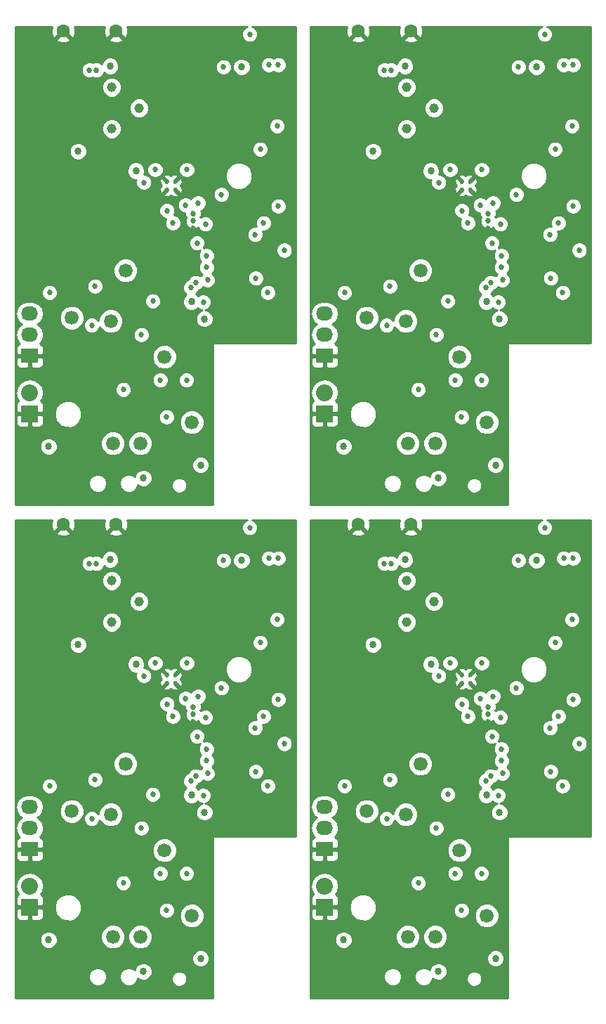
<source format=gbr>
G04 #@! TF.FileFunction,Copper,L2,Inr,Signal*
%FSLAX46Y46*%
G04 Gerber Fmt 4.6, Leading zero omitted, Abs format (unit mm)*
G04 Created by KiCad (PCBNEW 0.201601221447+6507~42~ubuntu15.10.1-product) date Fri 22 Jan 2016 07:17:06 PM EST*
%MOMM*%
G01*
G04 APERTURE LIST*
%ADD10C,0.100000*%
%ADD11C,1.600000*%
%ADD12R,2.032000X2.032000*%
%ADD13O,2.032000X2.032000*%
%ADD14C,0.457000*%
%ADD15C,1.150000*%
%ADD16C,1.680000*%
%ADD17R,2.032000X1.727200*%
%ADD18O,2.032000X1.727200*%
%ADD19C,0.685800*%
%ADD20C,0.863600*%
%ADD21C,0.254000*%
G04 APERTURE END LIST*
D10*
D11*
X61087000Y-73398000D03*
X54737000Y-73398000D03*
D12*
X50673000Y-119507000D03*
D13*
X50673000Y-116967000D03*
D14*
X68210400Y-92493800D03*
X67210400Y-92493800D03*
X68210400Y-91493800D03*
X67210400Y-91493800D03*
D15*
X63880000Y-82677000D03*
X60580000Y-85177000D03*
X60580000Y-80177000D03*
D16*
X66929000Y-112649000D03*
X64008000Y-123063000D03*
X60706000Y-123063000D03*
X60452000Y-108331000D03*
X62230000Y-102235000D03*
X55753000Y-107950000D03*
X70231000Y-120523000D03*
D17*
X50673000Y-112522000D03*
D18*
X50673000Y-109982000D03*
X50673000Y-107442000D03*
D11*
X61087000Y-13962000D03*
X54737000Y-13962000D03*
D12*
X50673000Y-60071000D03*
D13*
X50673000Y-57531000D03*
D14*
X68210400Y-33057800D03*
X67210400Y-33057800D03*
X68210400Y-32057800D03*
X67210400Y-32057800D03*
D15*
X63880000Y-23241000D03*
X60580000Y-25741000D03*
X60580000Y-20741000D03*
D16*
X66929000Y-53213000D03*
X64008000Y-63627000D03*
X60706000Y-63627000D03*
X60452000Y-48895000D03*
X62230000Y-42799000D03*
X55753000Y-48514000D03*
X70231000Y-61087000D03*
D17*
X50673000Y-53086000D03*
D18*
X50673000Y-50546000D03*
X50673000Y-48006000D03*
D11*
X25527000Y-73398000D03*
X19177000Y-73398000D03*
D12*
X15113000Y-119507000D03*
D13*
X15113000Y-116967000D03*
D14*
X32650400Y-92493800D03*
X31650400Y-92493800D03*
X32650400Y-91493800D03*
X31650400Y-91493800D03*
D15*
X28320000Y-82677000D03*
X25020000Y-85177000D03*
X25020000Y-80177000D03*
D16*
X31369000Y-112649000D03*
X28448000Y-123063000D03*
X25146000Y-123063000D03*
X24892000Y-108331000D03*
X26670000Y-102235000D03*
X20193000Y-107950000D03*
X34671000Y-120523000D03*
D17*
X15113000Y-112522000D03*
D18*
X15113000Y-109982000D03*
X15113000Y-107442000D03*
D17*
X15113000Y-53086000D03*
D18*
X15113000Y-50546000D03*
X15113000Y-48006000D03*
D16*
X34671000Y-61087000D03*
X20193000Y-48514000D03*
X26670000Y-42799000D03*
X24892000Y-48895000D03*
X25146000Y-63627000D03*
X28448000Y-63627000D03*
X31369000Y-53213000D03*
D15*
X28320000Y-23241000D03*
X25020000Y-25741000D03*
X25020000Y-20741000D03*
D14*
X32650400Y-33057800D03*
X31650400Y-33057800D03*
X32650400Y-32057800D03*
X31650400Y-32057800D03*
D12*
X15113000Y-60071000D03*
D13*
X15113000Y-57531000D03*
D11*
X25527000Y-13962000D03*
X19177000Y-13962000D03*
D19*
X72136000Y-103378000D03*
D20*
X60375800Y-77622400D03*
X63494000Y-90240200D03*
D19*
X72136000Y-43942000D03*
D20*
X60375800Y-18186400D03*
X63494000Y-30804200D03*
D19*
X36576000Y-103378000D03*
D20*
X24815800Y-77622400D03*
X27934000Y-90240200D03*
X27934000Y-30804200D03*
X24815800Y-18186400D03*
D19*
X36576000Y-43942000D03*
D20*
X78943200Y-73888600D03*
D19*
X65278000Y-119507000D03*
X60960000Y-86868000D03*
D20*
X56464200Y-130098800D03*
X68605400Y-124485400D03*
X52755800Y-83540600D03*
X65532000Y-130175000D03*
X77825600Y-109423200D03*
D19*
X67894200Y-85318600D03*
X65938400Y-85369400D03*
X53162200Y-124815600D03*
X59690000Y-115443000D03*
X68707000Y-109220000D03*
X64135000Y-108458000D03*
X61087000Y-106299000D03*
X70358000Y-97155000D03*
X57404000Y-117856000D03*
X54991000Y-116205000D03*
X67310000Y-102489000D03*
X60325000Y-110744000D03*
X54356000Y-110744000D03*
X53848000Y-108585000D03*
X59563000Y-94996000D03*
X54737000Y-96520000D03*
X53086000Y-94488000D03*
X71501000Y-128143000D03*
X67564000Y-130302000D03*
X70866000Y-130302000D03*
X60833000Y-129921000D03*
X63246000Y-130048000D03*
D20*
X78943200Y-14452600D03*
D19*
X65278000Y-60071000D03*
X60960000Y-27432000D03*
D20*
X56464200Y-70662800D03*
X68605400Y-65049400D03*
X52755800Y-24104600D03*
X65532000Y-70739000D03*
X77825600Y-49987200D03*
D19*
X67894200Y-25882600D03*
X65938400Y-25933400D03*
X53162200Y-65379600D03*
X59690000Y-56007000D03*
X68707000Y-49784000D03*
X64135000Y-49022000D03*
X61087000Y-46863000D03*
X70358000Y-37719000D03*
X57404000Y-58420000D03*
X54991000Y-56769000D03*
X67310000Y-43053000D03*
X60325000Y-51308000D03*
X54356000Y-51308000D03*
X53848000Y-49149000D03*
X59563000Y-35560000D03*
X54737000Y-37084000D03*
X53086000Y-35052000D03*
X71501000Y-68707000D03*
X67564000Y-70866000D03*
X70866000Y-70866000D03*
X60833000Y-70485000D03*
X63246000Y-70612000D03*
D20*
X43383200Y-73888600D03*
D19*
X29718000Y-119507000D03*
X25400000Y-86868000D03*
D20*
X20904200Y-130098800D03*
X33045400Y-124485400D03*
X17195800Y-83540600D03*
X29972000Y-130175000D03*
X42265600Y-109423200D03*
D19*
X32334200Y-85318600D03*
X30378400Y-85369400D03*
X17602200Y-124815600D03*
X24130000Y-115443000D03*
X33147000Y-109220000D03*
X28575000Y-108458000D03*
X25527000Y-106299000D03*
X34798000Y-97155000D03*
X21844000Y-117856000D03*
X19431000Y-116205000D03*
X31750000Y-102489000D03*
X24765000Y-110744000D03*
X18796000Y-110744000D03*
X18288000Y-108585000D03*
X24003000Y-94996000D03*
X19177000Y-96520000D03*
X17526000Y-94488000D03*
X35941000Y-128143000D03*
X32004000Y-130302000D03*
X35306000Y-130302000D03*
X25273000Y-129921000D03*
X27686000Y-130048000D03*
X27686000Y-70612000D03*
X25273000Y-70485000D03*
X35306000Y-70866000D03*
X32004000Y-70866000D03*
X35941000Y-68707000D03*
X17526000Y-35052000D03*
X19177000Y-37084000D03*
X24003000Y-35560000D03*
X18288000Y-49149000D03*
X18796000Y-51308000D03*
X24765000Y-51308000D03*
X31750000Y-43053000D03*
X19431000Y-56769000D03*
X21844000Y-58420000D03*
X34798000Y-37719000D03*
X25527000Y-46863000D03*
X28575000Y-49022000D03*
X33147000Y-49784000D03*
X24130000Y-56007000D03*
X17602200Y-65379600D03*
X30378400Y-25933400D03*
X32334200Y-25882600D03*
D20*
X42265600Y-49987200D03*
X29972000Y-70739000D03*
X17195800Y-24104600D03*
X33045400Y-65049400D03*
X20904200Y-70662800D03*
D19*
X25400000Y-27432000D03*
X29718000Y-60071000D03*
D20*
X43383200Y-14452600D03*
X71755000Y-108077000D03*
X56515000Y-87884000D03*
X71755000Y-48641000D03*
X56515000Y-28448000D03*
X36195000Y-108077000D03*
X20955000Y-87884000D03*
X20955000Y-28448000D03*
X36195000Y-48641000D03*
D19*
X61976000Y-116586000D03*
D20*
X52959000Y-123444000D03*
X70180200Y-105994200D03*
X76225400Y-77724000D03*
X71297800Y-125679200D03*
X64389000Y-127254000D03*
D19*
X81381600Y-99796600D03*
X64135000Y-109982000D03*
X69469000Y-94361000D03*
X65532000Y-105918000D03*
X58166000Y-108839000D03*
X53086000Y-104902000D03*
X61976000Y-57150000D03*
D20*
X52959000Y-64008000D03*
X70180200Y-46558200D03*
X76225400Y-18288000D03*
X71297800Y-66243200D03*
X64389000Y-67818000D03*
D19*
X81381600Y-40360600D03*
X64135000Y-50546000D03*
X69469000Y-34925000D03*
X65532000Y-46482000D03*
X58166000Y-49403000D03*
X53086000Y-45466000D03*
X26416000Y-116586000D03*
D20*
X17399000Y-123444000D03*
X34620200Y-105994200D03*
X40665400Y-77724000D03*
X35737800Y-125679200D03*
X28829000Y-127254000D03*
D19*
X45821600Y-99796600D03*
X28575000Y-109982000D03*
X33909000Y-94361000D03*
X29972000Y-105918000D03*
X22606000Y-108839000D03*
X17526000Y-104902000D03*
X17526000Y-45466000D03*
X22606000Y-49403000D03*
X29972000Y-46482000D03*
X33909000Y-34925000D03*
X28575000Y-50546000D03*
X45821600Y-40360600D03*
D20*
X28829000Y-67818000D03*
X35737800Y-66243200D03*
X40665400Y-18288000D03*
X34620200Y-46558200D03*
X17399000Y-64008000D03*
D19*
X26416000Y-57150000D03*
X67183000Y-119888000D03*
X66421000Y-115443000D03*
X69596000Y-115443000D03*
X67183000Y-60452000D03*
X66421000Y-56007000D03*
X69596000Y-56007000D03*
X31623000Y-119888000D03*
X30861000Y-115443000D03*
X34036000Y-115443000D03*
X34036000Y-56007000D03*
X30861000Y-56007000D03*
X31623000Y-60452000D03*
X70713335Y-103702162D03*
X58724800Y-78105000D03*
X70713335Y-44266162D03*
X58724800Y-18669000D03*
X35153335Y-103702162D03*
X23164800Y-78105000D03*
X23164800Y-18669000D03*
X35153335Y-44266162D03*
X70102679Y-104312818D03*
X57861200Y-78105000D03*
X70102679Y-44876818D03*
X57861200Y-18669000D03*
X34542679Y-104312818D03*
X22301200Y-78105000D03*
X22301200Y-18669000D03*
X34542679Y-44876818D03*
X74041000Y-77724000D03*
X69621400Y-90093800D03*
X74041000Y-18288000D03*
X69621400Y-30657800D03*
X38481000Y-77724000D03*
X34061400Y-90093800D03*
X34061400Y-30657800D03*
X38481000Y-18288000D03*
X77216000Y-73787000D03*
X67231518Y-95023682D03*
X77216000Y-14351000D03*
X67231518Y-35587682D03*
X41656000Y-73787000D03*
X31671518Y-95023682D03*
X31671518Y-35587682D03*
X41656000Y-14351000D03*
X79502000Y-77470000D03*
X67945000Y-96520000D03*
X79502000Y-18034000D03*
X67945000Y-37084000D03*
X43942000Y-77470000D03*
X32385000Y-96520000D03*
X32385000Y-37084000D03*
X43942000Y-18034000D03*
X80645000Y-77470000D03*
X80518000Y-84836000D03*
X80645000Y-18034000D03*
X80518000Y-25400000D03*
X45085000Y-77470000D03*
X44958000Y-84836000D03*
X44958000Y-25400000D03*
X45085000Y-18034000D03*
X78486000Y-87630000D03*
X71882000Y-96647000D03*
X78486000Y-28194000D03*
X71882000Y-37211000D03*
X42926000Y-87630000D03*
X36322000Y-96647000D03*
X36322000Y-37211000D03*
X42926000Y-28194000D03*
X64451520Y-91631673D03*
X70401272Y-96244272D03*
X64451520Y-32195673D03*
X70401272Y-36808272D03*
X28891520Y-91631673D03*
X34841272Y-96244272D03*
X34841272Y-36808272D03*
X28891520Y-32195673D03*
X70383400Y-95377000D03*
X65811400Y-90093800D03*
X70383400Y-35941000D03*
X65811400Y-30657800D03*
X34823400Y-95377000D03*
X30251400Y-90093800D03*
X30251400Y-30657800D03*
X34823400Y-35941000D03*
X70993000Y-94107000D03*
X71628000Y-106045000D03*
X73787000Y-93091000D03*
X58547000Y-104140000D03*
X80645000Y-94488000D03*
X70993000Y-34671000D03*
X71628000Y-46609000D03*
X73787000Y-33655000D03*
X58547000Y-44704000D03*
X80645000Y-35052000D03*
X35433000Y-94107000D03*
X36068000Y-106045000D03*
X38227000Y-93091000D03*
X22987000Y-104140000D03*
X45085000Y-94488000D03*
X45085000Y-35052000D03*
X22987000Y-44704000D03*
X38227000Y-33655000D03*
X36068000Y-46609000D03*
X35433000Y-34671000D03*
X79375000Y-104902000D03*
X79375000Y-45466000D03*
X43815000Y-104902000D03*
X43815000Y-45466000D03*
X77930081Y-103171919D03*
X72009000Y-101854000D03*
X77930081Y-43735919D03*
X72009000Y-42418000D03*
X42370081Y-103171919D03*
X36449000Y-101854000D03*
X36449000Y-42418000D03*
X42370081Y-43735919D03*
X77851000Y-97917000D03*
X70866000Y-98933000D03*
X77851000Y-38481000D03*
X70866000Y-39497000D03*
X42291000Y-97917000D03*
X35306000Y-98933000D03*
X35306000Y-39497000D03*
X42291000Y-38481000D03*
X72009000Y-100457000D03*
X78867000Y-96520000D03*
X72009000Y-41021000D03*
X78867000Y-37084000D03*
X36449000Y-100457000D03*
X43307000Y-96520000D03*
X43307000Y-37084000D03*
X36449000Y-41021000D03*
D21*
G36*
X17730035Y-13745223D02*
X17757222Y-14315454D01*
X17923136Y-14716005D01*
X18169255Y-14790139D01*
X18997395Y-13962000D01*
X18983252Y-13947858D01*
X19162858Y-13768253D01*
X19177000Y-13782395D01*
X19191143Y-13768253D01*
X19370748Y-13947858D01*
X19356605Y-13962000D01*
X20184745Y-14790139D01*
X20430864Y-14716005D01*
X20623965Y-14178777D01*
X20596778Y-13608546D01*
X20514537Y-13410000D01*
X24200527Y-13410000D01*
X24080035Y-13745223D01*
X24107222Y-14315454D01*
X24273136Y-14716005D01*
X24519255Y-14790139D01*
X25347395Y-13962000D01*
X25333252Y-13947858D01*
X25512858Y-13768253D01*
X25527000Y-13782395D01*
X25541143Y-13768253D01*
X25720748Y-13947858D01*
X25706605Y-13962000D01*
X26534745Y-14790139D01*
X26780864Y-14716005D01*
X26973965Y-14178777D01*
X26946778Y-13608546D01*
X26864537Y-13410000D01*
X41372623Y-13410000D01*
X41102788Y-13521493D01*
X40827460Y-13796341D01*
X40678270Y-14155630D01*
X40677931Y-14544663D01*
X40826493Y-14904212D01*
X41101341Y-15179540D01*
X41460630Y-15328730D01*
X41849663Y-15329069D01*
X42209212Y-15180507D01*
X42484540Y-14905659D01*
X42633730Y-14546370D01*
X42634069Y-14157337D01*
X42485507Y-13797788D01*
X42210659Y-13522460D01*
X41939826Y-13410000D01*
X47169000Y-13410000D01*
X47169000Y-51562000D01*
X37338000Y-51562000D01*
X37289399Y-51571667D01*
X37248197Y-51599197D01*
X37220667Y-51640399D01*
X37211000Y-51689000D01*
X37211000Y-71045000D01*
X13410000Y-71045000D01*
X13410000Y-68668824D01*
X22232808Y-68668824D01*
X22401439Y-69076943D01*
X22713415Y-69389463D01*
X23121239Y-69558807D01*
X23562824Y-69559192D01*
X23970943Y-69390561D01*
X24283463Y-69078585D01*
X24451950Y-68672824D01*
X25940808Y-68672824D01*
X26109439Y-69080943D01*
X26421415Y-69393463D01*
X26829239Y-69562807D01*
X27270824Y-69563192D01*
X27678943Y-69394561D01*
X27991463Y-69082585D01*
X28070120Y-68893157D01*
X32206837Y-68893157D01*
X32349642Y-69238772D01*
X32613837Y-69503429D01*
X32959202Y-69646837D01*
X33333157Y-69647163D01*
X33678772Y-69504358D01*
X33943429Y-69240163D01*
X34086837Y-68894798D01*
X34087163Y-68520843D01*
X33944358Y-68175228D01*
X33680163Y-67910571D01*
X33334798Y-67767163D01*
X32960843Y-67766837D01*
X32615228Y-67909642D01*
X32350571Y-68173837D01*
X32207163Y-68519202D01*
X32206837Y-68893157D01*
X28070120Y-68893157D01*
X28160807Y-68674761D01*
X28160821Y-68658656D01*
X28223917Y-68721862D01*
X28615869Y-68884615D01*
X29040269Y-68884985D01*
X29432504Y-68722916D01*
X29732862Y-68423083D01*
X29895615Y-68031131D01*
X29895985Y-67606731D01*
X29733916Y-67214496D01*
X29434083Y-66914138D01*
X29042131Y-66751385D01*
X28617731Y-66751015D01*
X28225496Y-66913084D01*
X27925138Y-67212917D01*
X27765432Y-67597532D01*
X27680585Y-67512537D01*
X27272761Y-67343193D01*
X26831176Y-67342808D01*
X26423057Y-67511439D01*
X26110537Y-67823415D01*
X25941193Y-68231239D01*
X25940808Y-68672824D01*
X24451950Y-68672824D01*
X24452807Y-68670761D01*
X24453192Y-68229176D01*
X24284561Y-67821057D01*
X23972585Y-67508537D01*
X23564761Y-67339193D01*
X23123176Y-67338808D01*
X22715057Y-67507439D01*
X22402537Y-67819415D01*
X22233193Y-68227239D01*
X22232808Y-68668824D01*
X13410000Y-68668824D01*
X13410000Y-66454469D01*
X34670815Y-66454469D01*
X34832884Y-66846704D01*
X35132717Y-67147062D01*
X35524669Y-67309815D01*
X35949069Y-67310185D01*
X36341304Y-67148116D01*
X36641662Y-66848283D01*
X36804415Y-66456331D01*
X36804785Y-66031931D01*
X36642716Y-65639696D01*
X36342883Y-65339338D01*
X35950931Y-65176585D01*
X35526531Y-65176215D01*
X35134296Y-65338284D01*
X34833938Y-65638117D01*
X34671185Y-66030069D01*
X34670815Y-66454469D01*
X13410000Y-66454469D01*
X13410000Y-64219269D01*
X16332015Y-64219269D01*
X16494084Y-64611504D01*
X16793917Y-64911862D01*
X17185869Y-65074615D01*
X17610269Y-65074985D01*
X18002504Y-64912916D01*
X18302862Y-64613083D01*
X18465615Y-64221131D01*
X18465878Y-63919108D01*
X23670744Y-63919108D01*
X23894827Y-64461429D01*
X24309389Y-64876715D01*
X24851317Y-65101743D01*
X25438108Y-65102256D01*
X25980429Y-64878173D01*
X26395715Y-64463611D01*
X26620743Y-63921683D01*
X26620745Y-63919108D01*
X26972744Y-63919108D01*
X27196827Y-64461429D01*
X27611389Y-64876715D01*
X28153317Y-65101743D01*
X28740108Y-65102256D01*
X29282429Y-64878173D01*
X29697715Y-64463611D01*
X29922743Y-63921683D01*
X29923256Y-63334892D01*
X29699173Y-62792571D01*
X29284611Y-62377285D01*
X28742683Y-62152257D01*
X28155892Y-62151744D01*
X27613571Y-62375827D01*
X27198285Y-62790389D01*
X26973257Y-63332317D01*
X26972744Y-63919108D01*
X26620745Y-63919108D01*
X26621256Y-63334892D01*
X26397173Y-62792571D01*
X25982611Y-62377285D01*
X25440683Y-62152257D01*
X24853892Y-62151744D01*
X24311571Y-62375827D01*
X23896285Y-62790389D01*
X23671257Y-63332317D01*
X23670744Y-63919108D01*
X18465878Y-63919108D01*
X18465985Y-63796731D01*
X18303916Y-63404496D01*
X18004083Y-63104138D01*
X17612131Y-62941385D01*
X17187731Y-62941015D01*
X16795496Y-63103084D01*
X16495138Y-63402917D01*
X16332385Y-63794869D01*
X16332015Y-64219269D01*
X13410000Y-64219269D01*
X13410000Y-60356750D01*
X13462000Y-60356750D01*
X13462000Y-61213310D01*
X13558673Y-61446699D01*
X13737302Y-61625327D01*
X13970691Y-61722000D01*
X14827250Y-61722000D01*
X14986000Y-61563250D01*
X14986000Y-60198000D01*
X15240000Y-60198000D01*
X15240000Y-61563250D01*
X15398750Y-61722000D01*
X16255309Y-61722000D01*
X16488698Y-61625327D01*
X16667327Y-61446699D01*
X16764000Y-61213310D01*
X16764000Y-60431795D01*
X18107716Y-60431795D01*
X18356106Y-61032943D01*
X18815637Y-61493278D01*
X19416352Y-61742716D01*
X20066795Y-61743284D01*
X20667943Y-61494894D01*
X21128278Y-61035363D01*
X21290095Y-60645663D01*
X30644931Y-60645663D01*
X30793493Y-61005212D01*
X31068341Y-61280540D01*
X31427630Y-61429730D01*
X31816663Y-61430069D01*
X31939998Y-61379108D01*
X33195744Y-61379108D01*
X33419827Y-61921429D01*
X33834389Y-62336715D01*
X34376317Y-62561743D01*
X34963108Y-62562256D01*
X35505429Y-62338173D01*
X35920715Y-61923611D01*
X36145743Y-61381683D01*
X36146256Y-60794892D01*
X35922173Y-60252571D01*
X35507611Y-59837285D01*
X34965683Y-59612257D01*
X34378892Y-59611744D01*
X33836571Y-59835827D01*
X33421285Y-60250389D01*
X33196257Y-60792317D01*
X33195744Y-61379108D01*
X31939998Y-61379108D01*
X32176212Y-61281507D01*
X32451540Y-61006659D01*
X32600730Y-60647370D01*
X32601069Y-60258337D01*
X32452507Y-59898788D01*
X32177659Y-59623460D01*
X31818370Y-59474270D01*
X31429337Y-59473931D01*
X31069788Y-59622493D01*
X30794460Y-59897341D01*
X30645270Y-60256630D01*
X30644931Y-60645663D01*
X21290095Y-60645663D01*
X21377716Y-60434648D01*
X21378284Y-59784205D01*
X21129894Y-59183057D01*
X20670363Y-58722722D01*
X20069648Y-58473284D01*
X19419205Y-58472716D01*
X18818057Y-58721106D01*
X18357722Y-59180637D01*
X18108284Y-59781352D01*
X18107716Y-60431795D01*
X16764000Y-60431795D01*
X16764000Y-60356750D01*
X16605250Y-60198000D01*
X15240000Y-60198000D01*
X14986000Y-60198000D01*
X13620750Y-60198000D01*
X13462000Y-60356750D01*
X13410000Y-60356750D01*
X13410000Y-57531000D01*
X13429655Y-57531000D01*
X13555330Y-58162810D01*
X13779966Y-58499001D01*
X13737302Y-58516673D01*
X13558673Y-58695301D01*
X13462000Y-58928690D01*
X13462000Y-59785250D01*
X13620750Y-59944000D01*
X14986000Y-59944000D01*
X14986000Y-59924000D01*
X15240000Y-59924000D01*
X15240000Y-59944000D01*
X16605250Y-59944000D01*
X16764000Y-59785250D01*
X16764000Y-58928690D01*
X16667327Y-58695301D01*
X16488698Y-58516673D01*
X16446034Y-58499001D01*
X16670670Y-58162810D01*
X16796345Y-57531000D01*
X16759082Y-57343663D01*
X25437931Y-57343663D01*
X25586493Y-57703212D01*
X25861341Y-57978540D01*
X26220630Y-58127730D01*
X26609663Y-58128069D01*
X26969212Y-57979507D01*
X27244540Y-57704659D01*
X27393730Y-57345370D01*
X27394069Y-56956337D01*
X27245507Y-56596788D01*
X26970659Y-56321460D01*
X26679748Y-56200663D01*
X29882931Y-56200663D01*
X30031493Y-56560212D01*
X30306341Y-56835540D01*
X30665630Y-56984730D01*
X31054663Y-56985069D01*
X31414212Y-56836507D01*
X31689540Y-56561659D01*
X31838730Y-56202370D01*
X31838731Y-56200663D01*
X33057931Y-56200663D01*
X33206493Y-56560212D01*
X33481341Y-56835540D01*
X33840630Y-56984730D01*
X34229663Y-56985069D01*
X34589212Y-56836507D01*
X34864540Y-56561659D01*
X35013730Y-56202370D01*
X35014069Y-55813337D01*
X34865507Y-55453788D01*
X34590659Y-55178460D01*
X34231370Y-55029270D01*
X33842337Y-55028931D01*
X33482788Y-55177493D01*
X33207460Y-55452341D01*
X33058270Y-55811630D01*
X33057931Y-56200663D01*
X31838731Y-56200663D01*
X31839069Y-55813337D01*
X31690507Y-55453788D01*
X31415659Y-55178460D01*
X31056370Y-55029270D01*
X30667337Y-55028931D01*
X30307788Y-55177493D01*
X30032460Y-55452341D01*
X29883270Y-55811630D01*
X29882931Y-56200663D01*
X26679748Y-56200663D01*
X26611370Y-56172270D01*
X26222337Y-56171931D01*
X25862788Y-56320493D01*
X25587460Y-56595341D01*
X25438270Y-56954630D01*
X25437931Y-57343663D01*
X16759082Y-57343663D01*
X16670670Y-56899190D01*
X16312778Y-56363567D01*
X15777155Y-56005675D01*
X15145345Y-55880000D01*
X15080655Y-55880000D01*
X14448845Y-56005675D01*
X13913222Y-56363567D01*
X13555330Y-56899190D01*
X13429655Y-57531000D01*
X13410000Y-57531000D01*
X13410000Y-53371750D01*
X13462000Y-53371750D01*
X13462000Y-54075910D01*
X13558673Y-54309299D01*
X13737302Y-54487927D01*
X13970691Y-54584600D01*
X14827250Y-54584600D01*
X14986000Y-54425850D01*
X14986000Y-53213000D01*
X15240000Y-53213000D01*
X15240000Y-54425850D01*
X15398750Y-54584600D01*
X16255309Y-54584600D01*
X16488698Y-54487927D01*
X16667327Y-54309299D01*
X16764000Y-54075910D01*
X16764000Y-53505108D01*
X29893744Y-53505108D01*
X30117827Y-54047429D01*
X30532389Y-54462715D01*
X31074317Y-54687743D01*
X31661108Y-54688256D01*
X32203429Y-54464173D01*
X32618715Y-54049611D01*
X32843743Y-53507683D01*
X32844256Y-52920892D01*
X32620173Y-52378571D01*
X32205611Y-51963285D01*
X31663683Y-51738257D01*
X31076892Y-51737744D01*
X30534571Y-51961827D01*
X30119285Y-52376389D01*
X29894257Y-52918317D01*
X29893744Y-53505108D01*
X16764000Y-53505108D01*
X16764000Y-53371750D01*
X16605250Y-53213000D01*
X15240000Y-53213000D01*
X14986000Y-53213000D01*
X13620750Y-53213000D01*
X13462000Y-53371750D01*
X13410000Y-53371750D01*
X13410000Y-48006000D01*
X13429655Y-48006000D01*
X13543729Y-48579489D01*
X13868585Y-49065670D01*
X14183366Y-49276000D01*
X13868585Y-49486330D01*
X13543729Y-49972511D01*
X13429655Y-50546000D01*
X13543729Y-51119489D01*
X13868585Y-51605670D01*
X13890780Y-51620500D01*
X13737302Y-51684073D01*
X13558673Y-51862701D01*
X13462000Y-52096090D01*
X13462000Y-52800250D01*
X13620750Y-52959000D01*
X14986000Y-52959000D01*
X14986000Y-52939000D01*
X15240000Y-52939000D01*
X15240000Y-52959000D01*
X16605250Y-52959000D01*
X16764000Y-52800250D01*
X16764000Y-52096090D01*
X16667327Y-51862701D01*
X16488698Y-51684073D01*
X16335220Y-51620500D01*
X16357415Y-51605670D01*
X16682271Y-51119489D01*
X16757823Y-50739663D01*
X27596931Y-50739663D01*
X27745493Y-51099212D01*
X28020341Y-51374540D01*
X28379630Y-51523730D01*
X28768663Y-51524069D01*
X29128212Y-51375507D01*
X29403540Y-51100659D01*
X29552730Y-50741370D01*
X29553069Y-50352337D01*
X29404507Y-49992788D01*
X29129659Y-49717460D01*
X28770370Y-49568270D01*
X28381337Y-49567931D01*
X28021788Y-49716493D01*
X27746460Y-49991341D01*
X27597270Y-50350630D01*
X27596931Y-50739663D01*
X16757823Y-50739663D01*
X16796345Y-50546000D01*
X16682271Y-49972511D01*
X16357415Y-49486330D01*
X16042634Y-49276000D01*
X16357415Y-49065670D01*
X16530848Y-48806108D01*
X18717744Y-48806108D01*
X18941827Y-49348429D01*
X19356389Y-49763715D01*
X19898317Y-49988743D01*
X20485108Y-49989256D01*
X21027429Y-49765173D01*
X21196233Y-49596663D01*
X21627931Y-49596663D01*
X21776493Y-49956212D01*
X22051341Y-50231540D01*
X22410630Y-50380730D01*
X22799663Y-50381069D01*
X23159212Y-50232507D01*
X23434540Y-49957659D01*
X23583730Y-49598370D01*
X23583736Y-49591259D01*
X23640827Y-49729429D01*
X24055389Y-50144715D01*
X24597317Y-50369743D01*
X25184108Y-50370256D01*
X25726429Y-50146173D01*
X26141715Y-49731611D01*
X26366743Y-49189683D01*
X26367256Y-48602892D01*
X26143173Y-48060571D01*
X25728611Y-47645285D01*
X25186683Y-47420257D01*
X24599892Y-47419744D01*
X24057571Y-47643827D01*
X23642285Y-48058389D01*
X23417257Y-48600317D01*
X23417055Y-48831304D01*
X23160659Y-48574460D01*
X22801370Y-48425270D01*
X22412337Y-48424931D01*
X22052788Y-48573493D01*
X21777460Y-48848341D01*
X21628270Y-49207630D01*
X21627931Y-49596663D01*
X21196233Y-49596663D01*
X21442715Y-49350611D01*
X21667743Y-48808683D01*
X21668256Y-48221892D01*
X21444173Y-47679571D01*
X21029611Y-47264285D01*
X20487683Y-47039257D01*
X19900892Y-47038744D01*
X19358571Y-47262827D01*
X18943285Y-47677389D01*
X18718257Y-48219317D01*
X18717744Y-48806108D01*
X16530848Y-48806108D01*
X16682271Y-48579489D01*
X16796345Y-48006000D01*
X16682271Y-47432511D01*
X16357415Y-46946330D01*
X15952334Y-46675663D01*
X28993931Y-46675663D01*
X29142493Y-47035212D01*
X29417341Y-47310540D01*
X29776630Y-47459730D01*
X30165663Y-47460069D01*
X30525212Y-47311507D01*
X30800540Y-47036659D01*
X30911487Y-46769469D01*
X33553215Y-46769469D01*
X33715284Y-47161704D01*
X34015117Y-47462062D01*
X34407069Y-47624815D01*
X34831469Y-47625185D01*
X35223704Y-47463116D01*
X35381564Y-47305532D01*
X35513341Y-47437540D01*
X35872630Y-47586730D01*
X35952789Y-47586800D01*
X35591496Y-47736084D01*
X35291138Y-48035917D01*
X35128385Y-48427869D01*
X35128015Y-48852269D01*
X35290084Y-49244504D01*
X35589917Y-49544862D01*
X35981869Y-49707615D01*
X36406269Y-49707985D01*
X36798504Y-49545916D01*
X37098862Y-49246083D01*
X37261615Y-48854131D01*
X37261985Y-48429731D01*
X37099916Y-48037496D01*
X36800083Y-47737138D01*
X36408131Y-47574385D01*
X36292605Y-47574284D01*
X36621212Y-47438507D01*
X36896540Y-47163659D01*
X37045730Y-46804370D01*
X37046069Y-46415337D01*
X36897507Y-46055788D01*
X36622659Y-45780460D01*
X36331748Y-45659663D01*
X42836931Y-45659663D01*
X42985493Y-46019212D01*
X43260341Y-46294540D01*
X43619630Y-46443730D01*
X44008663Y-46444069D01*
X44368212Y-46295507D01*
X44643540Y-46020659D01*
X44792730Y-45661370D01*
X44793069Y-45272337D01*
X44644507Y-44912788D01*
X44369659Y-44637460D01*
X44010370Y-44488270D01*
X43621337Y-44487931D01*
X43261788Y-44636493D01*
X42986460Y-44911341D01*
X42837270Y-45270630D01*
X42836931Y-45659663D01*
X36331748Y-45659663D01*
X36263370Y-45631270D01*
X35874337Y-45630931D01*
X35514788Y-45779493D01*
X35432360Y-45861777D01*
X35225283Y-45654338D01*
X35170681Y-45631665D01*
X35371219Y-45431477D01*
X35470089Y-45193371D01*
X35706547Y-45095669D01*
X35981875Y-44820821D01*
X36008214Y-44757390D01*
X36021341Y-44770540D01*
X36380630Y-44919730D01*
X36769663Y-44920069D01*
X37129212Y-44771507D01*
X37404540Y-44496659D01*
X37553730Y-44137370D01*
X37553911Y-43929582D01*
X41392012Y-43929582D01*
X41540574Y-44289131D01*
X41815422Y-44564459D01*
X42174711Y-44713649D01*
X42563744Y-44713988D01*
X42923293Y-44565426D01*
X43198621Y-44290578D01*
X43347811Y-43931289D01*
X43348150Y-43542256D01*
X43199588Y-43182707D01*
X42924740Y-42907379D01*
X42565451Y-42758189D01*
X42176418Y-42757850D01*
X41816869Y-42906412D01*
X41541541Y-43181260D01*
X41392351Y-43540549D01*
X41392012Y-43929582D01*
X37553911Y-43929582D01*
X37554069Y-43748337D01*
X37405507Y-43388788D01*
X37133571Y-43116377D01*
X37277540Y-42972659D01*
X37426730Y-42613370D01*
X37427069Y-42224337D01*
X37278507Y-41864788D01*
X37133460Y-41719488D01*
X37277540Y-41575659D01*
X37426730Y-41216370D01*
X37427069Y-40827337D01*
X37314238Y-40554263D01*
X44843531Y-40554263D01*
X44992093Y-40913812D01*
X45266941Y-41189140D01*
X45626230Y-41338330D01*
X46015263Y-41338669D01*
X46374812Y-41190107D01*
X46650140Y-40915259D01*
X46799330Y-40555970D01*
X46799669Y-40166937D01*
X46651107Y-39807388D01*
X46376259Y-39532060D01*
X46016970Y-39382870D01*
X45627937Y-39382531D01*
X45268388Y-39531093D01*
X44993060Y-39805941D01*
X44843870Y-40165230D01*
X44843531Y-40554263D01*
X37314238Y-40554263D01*
X37278507Y-40467788D01*
X37003659Y-40192460D01*
X36644370Y-40043270D01*
X36255337Y-40042931D01*
X36064148Y-40121928D01*
X36134540Y-40051659D01*
X36283730Y-39692370D01*
X36284069Y-39303337D01*
X36135507Y-38943788D01*
X35866852Y-38674663D01*
X41312931Y-38674663D01*
X41461493Y-39034212D01*
X41736341Y-39309540D01*
X42095630Y-39458730D01*
X42484663Y-39459069D01*
X42844212Y-39310507D01*
X43119540Y-39035659D01*
X43268730Y-38676370D01*
X43269069Y-38287337D01*
X43175874Y-38061786D01*
X43500663Y-38062069D01*
X43860212Y-37913507D01*
X44135540Y-37638659D01*
X44284730Y-37279370D01*
X44285069Y-36890337D01*
X44136507Y-36530788D01*
X43861659Y-36255460D01*
X43502370Y-36106270D01*
X43113337Y-36105931D01*
X42753788Y-36254493D01*
X42478460Y-36529341D01*
X42329270Y-36888630D01*
X42328931Y-37277663D01*
X42422126Y-37503214D01*
X42097337Y-37502931D01*
X41737788Y-37651493D01*
X41462460Y-37926341D01*
X41313270Y-38285630D01*
X41312931Y-38674663D01*
X35866852Y-38674663D01*
X35860659Y-38668460D01*
X35501370Y-38519270D01*
X35112337Y-38518931D01*
X34752788Y-38667493D01*
X34477460Y-38942341D01*
X34328270Y-39301630D01*
X34327931Y-39690663D01*
X34476493Y-40050212D01*
X34751341Y-40325540D01*
X35110630Y-40474730D01*
X35499663Y-40475069D01*
X35690852Y-40396072D01*
X35620460Y-40466341D01*
X35471270Y-40825630D01*
X35470931Y-41214663D01*
X35619493Y-41574212D01*
X35764540Y-41719512D01*
X35620460Y-41863341D01*
X35471270Y-42222630D01*
X35470931Y-42611663D01*
X35619493Y-42971212D01*
X35891429Y-43243623D01*
X35747460Y-43387341D01*
X35721121Y-43450772D01*
X35707994Y-43437622D01*
X35348705Y-43288432D01*
X34959672Y-43288093D01*
X34600123Y-43436655D01*
X34324795Y-43711503D01*
X34225925Y-43949609D01*
X33989467Y-44047311D01*
X33714139Y-44322159D01*
X33564949Y-44681448D01*
X33564610Y-45070481D01*
X33713172Y-45430030D01*
X33976296Y-45693613D01*
X33716338Y-45953117D01*
X33553585Y-46345069D01*
X33553215Y-46769469D01*
X30911487Y-46769469D01*
X30949730Y-46677370D01*
X30950069Y-46288337D01*
X30801507Y-45928788D01*
X30526659Y-45653460D01*
X30167370Y-45504270D01*
X29778337Y-45503931D01*
X29418788Y-45652493D01*
X29143460Y-45927341D01*
X28994270Y-46286630D01*
X28993931Y-46675663D01*
X15952334Y-46675663D01*
X15871234Y-46621474D01*
X15297745Y-46507400D01*
X14928255Y-46507400D01*
X14354766Y-46621474D01*
X13868585Y-46946330D01*
X13543729Y-47432511D01*
X13429655Y-48006000D01*
X13410000Y-48006000D01*
X13410000Y-45659663D01*
X16547931Y-45659663D01*
X16696493Y-46019212D01*
X16971341Y-46294540D01*
X17330630Y-46443730D01*
X17719663Y-46444069D01*
X18079212Y-46295507D01*
X18354540Y-46020659D01*
X18503730Y-45661370D01*
X18504069Y-45272337D01*
X18355507Y-44912788D01*
X18340409Y-44897663D01*
X22008931Y-44897663D01*
X22157493Y-45257212D01*
X22432341Y-45532540D01*
X22791630Y-45681730D01*
X23180663Y-45682069D01*
X23540212Y-45533507D01*
X23815540Y-45258659D01*
X23964730Y-44899370D01*
X23965069Y-44510337D01*
X23816507Y-44150788D01*
X23541659Y-43875460D01*
X23182370Y-43726270D01*
X22793337Y-43725931D01*
X22433788Y-43874493D01*
X22158460Y-44149341D01*
X22009270Y-44508630D01*
X22008931Y-44897663D01*
X18340409Y-44897663D01*
X18080659Y-44637460D01*
X17721370Y-44488270D01*
X17332337Y-44487931D01*
X16972788Y-44636493D01*
X16697460Y-44911341D01*
X16548270Y-45270630D01*
X16547931Y-45659663D01*
X13410000Y-45659663D01*
X13410000Y-43091108D01*
X25194744Y-43091108D01*
X25418827Y-43633429D01*
X25833389Y-44048715D01*
X26375317Y-44273743D01*
X26962108Y-44274256D01*
X27504429Y-44050173D01*
X27919715Y-43635611D01*
X28144743Y-43093683D01*
X28145256Y-42506892D01*
X27921173Y-41964571D01*
X27506611Y-41549285D01*
X26964683Y-41324257D01*
X26377892Y-41323744D01*
X25835571Y-41547827D01*
X25420285Y-41962389D01*
X25195257Y-42504317D01*
X25194744Y-43091108D01*
X13410000Y-43091108D01*
X13410000Y-35781345D01*
X30693449Y-35781345D01*
X30842011Y-36140894D01*
X31116859Y-36416222D01*
X31476148Y-36565412D01*
X31541458Y-36565469D01*
X31407270Y-36888630D01*
X31406931Y-37277663D01*
X31555493Y-37637212D01*
X31830341Y-37912540D01*
X32189630Y-38061730D01*
X32578663Y-38062069D01*
X32938212Y-37913507D01*
X33213540Y-37638659D01*
X33362730Y-37279370D01*
X33363069Y-36890337D01*
X33214507Y-36530788D01*
X32939659Y-36255460D01*
X32580370Y-36106270D01*
X32515060Y-36106213D01*
X32649248Y-35783052D01*
X32649587Y-35394019D01*
X32535813Y-35118663D01*
X32930931Y-35118663D01*
X33079493Y-35478212D01*
X33354341Y-35753540D01*
X33713630Y-35902730D01*
X33845533Y-35902845D01*
X33845331Y-36134663D01*
X33953460Y-36396356D01*
X33863542Y-36612902D01*
X33863203Y-37001935D01*
X34011765Y-37361484D01*
X34286613Y-37636812D01*
X34645902Y-37786002D01*
X35034935Y-37786341D01*
X35394484Y-37637779D01*
X35426887Y-37605433D01*
X35492493Y-37764212D01*
X35767341Y-38039540D01*
X36126630Y-38188730D01*
X36515663Y-38189069D01*
X36875212Y-38040507D01*
X37150540Y-37765659D01*
X37299730Y-37406370D01*
X37300069Y-37017337D01*
X37151507Y-36657788D01*
X36876659Y-36382460D01*
X36517370Y-36233270D01*
X36128337Y-36232931D01*
X35768788Y-36381493D01*
X35736385Y-36413839D01*
X35711212Y-36352916D01*
X35801130Y-36136370D01*
X35801469Y-35747337D01*
X35741295Y-35601704D01*
X35986212Y-35500507D01*
X36241501Y-35245663D01*
X44106931Y-35245663D01*
X44255493Y-35605212D01*
X44530341Y-35880540D01*
X44889630Y-36029730D01*
X45278663Y-36030069D01*
X45638212Y-35881507D01*
X45913540Y-35606659D01*
X46062730Y-35247370D01*
X46063069Y-34858337D01*
X45914507Y-34498788D01*
X45639659Y-34223460D01*
X45280370Y-34074270D01*
X44891337Y-34073931D01*
X44531788Y-34222493D01*
X44256460Y-34497341D01*
X44107270Y-34856630D01*
X44106931Y-35245663D01*
X36241501Y-35245663D01*
X36261540Y-35225659D01*
X36410730Y-34866370D01*
X36411069Y-34477337D01*
X36262507Y-34117788D01*
X35993852Y-33848663D01*
X37248931Y-33848663D01*
X37397493Y-34208212D01*
X37672341Y-34483540D01*
X38031630Y-34632730D01*
X38420663Y-34633069D01*
X38780212Y-34484507D01*
X39055540Y-34209659D01*
X39204730Y-33850370D01*
X39205069Y-33461337D01*
X39056507Y-33101788D01*
X38781659Y-32826460D01*
X38422370Y-32677270D01*
X38033337Y-32676931D01*
X37673788Y-32825493D01*
X37398460Y-33100341D01*
X37249270Y-33459630D01*
X37248931Y-33848663D01*
X35993852Y-33848663D01*
X35987659Y-33842460D01*
X35628370Y-33693270D01*
X35239337Y-33692931D01*
X34879788Y-33841493D01*
X34604460Y-34116341D01*
X34568928Y-34201912D01*
X34463659Y-34096460D01*
X34104370Y-33947270D01*
X33715337Y-33946931D01*
X33355788Y-34095493D01*
X33080460Y-34370341D01*
X32931270Y-34729630D01*
X32930931Y-35118663D01*
X32535813Y-35118663D01*
X32501025Y-35034470D01*
X32226177Y-34759142D01*
X31866888Y-34609952D01*
X31477855Y-34609613D01*
X31118306Y-34758175D01*
X30842978Y-35033023D01*
X30693788Y-35392312D01*
X30693449Y-35781345D01*
X13410000Y-35781345D01*
X13410000Y-31015469D01*
X26867015Y-31015469D01*
X27029084Y-31407704D01*
X27328917Y-31708062D01*
X27720869Y-31870815D01*
X27967469Y-31871030D01*
X27913790Y-32000303D01*
X27913451Y-32389336D01*
X28062013Y-32748885D01*
X28336861Y-33024213D01*
X28696150Y-33173403D01*
X29085183Y-33173742D01*
X29444732Y-33025180D01*
X29720060Y-32750332D01*
X29869250Y-32391043D01*
X29869589Y-32002010D01*
X29854339Y-31965101D01*
X30774876Y-31965101D01*
X30806047Y-32307206D01*
X30876996Y-32478491D01*
X30986744Y-32479876D01*
X30939806Y-32526814D01*
X30970792Y-32557800D01*
X30939806Y-32588786D01*
X30986744Y-32635724D01*
X30876996Y-32637109D01*
X30774876Y-32965101D01*
X30806047Y-33307206D01*
X30876996Y-33478491D01*
X31065753Y-33480873D01*
X31488826Y-33057800D01*
X31465668Y-33034642D01*
X31567917Y-32932393D01*
X31719107Y-32918617D01*
X31775807Y-32975317D01*
X31789583Y-33126507D01*
X31673558Y-33242532D01*
X31650400Y-33219374D01*
X31227327Y-33642447D01*
X31229709Y-33831204D01*
X31557701Y-33933324D01*
X31899806Y-33902153D01*
X32071091Y-33831204D01*
X32072476Y-33721456D01*
X32119414Y-33768394D01*
X32150400Y-33737408D01*
X32181386Y-33768394D01*
X32228324Y-33721456D01*
X32229709Y-33831204D01*
X32557701Y-33933324D01*
X32899806Y-33902153D01*
X33071091Y-33831204D01*
X33073473Y-33642447D01*
X32650400Y-33219374D01*
X32627242Y-33242532D01*
X32524993Y-33140283D01*
X32511217Y-32989093D01*
X32567917Y-32932393D01*
X32719107Y-32918617D01*
X32835132Y-33034642D01*
X32811974Y-33057800D01*
X33235047Y-33480873D01*
X33423804Y-33478491D01*
X33525924Y-33150499D01*
X33494753Y-32808394D01*
X33423804Y-32637109D01*
X33314056Y-32635724D01*
X33360994Y-32588786D01*
X33330008Y-32557800D01*
X33360994Y-32526814D01*
X33314056Y-32479876D01*
X33423804Y-32478491D01*
X33525924Y-32150499D01*
X33494753Y-31808394D01*
X33467167Y-31741795D01*
X38707716Y-31741795D01*
X38956106Y-32342943D01*
X39415637Y-32803278D01*
X40016352Y-33052716D01*
X40666795Y-33053284D01*
X41267943Y-32804894D01*
X41728278Y-32345363D01*
X41977716Y-31744648D01*
X41978284Y-31094205D01*
X41729894Y-30493057D01*
X41270363Y-30032722D01*
X40669648Y-29783284D01*
X40019205Y-29782716D01*
X39418057Y-30031106D01*
X38957722Y-30490637D01*
X38708284Y-31091352D01*
X38707716Y-31741795D01*
X33467167Y-31741795D01*
X33423804Y-31637109D01*
X33235047Y-31634727D01*
X32811974Y-32057800D01*
X32835132Y-32080958D01*
X32732883Y-32183207D01*
X32581693Y-32196983D01*
X32524993Y-32140283D01*
X32511217Y-31989093D01*
X32627242Y-31873068D01*
X32650400Y-31896226D01*
X33073473Y-31473153D01*
X33071091Y-31284396D01*
X32743099Y-31182276D01*
X32400994Y-31213447D01*
X32229709Y-31284396D01*
X32228324Y-31394144D01*
X32181386Y-31347206D01*
X32150400Y-31378192D01*
X32119414Y-31347206D01*
X32072476Y-31394144D01*
X32071091Y-31284396D01*
X31743099Y-31182276D01*
X31400994Y-31213447D01*
X31229709Y-31284396D01*
X31227327Y-31473153D01*
X31650400Y-31896226D01*
X31673558Y-31873068D01*
X31775807Y-31975317D01*
X31789583Y-32126507D01*
X31732883Y-32183207D01*
X31581693Y-32196983D01*
X31465668Y-32080958D01*
X31488826Y-32057800D01*
X31065753Y-31634727D01*
X30876996Y-31637109D01*
X30774876Y-31965101D01*
X29854339Y-31965101D01*
X29721027Y-31642461D01*
X29446179Y-31367133D01*
X29086890Y-31217943D01*
X28917375Y-31217795D01*
X29000615Y-31017331D01*
X29000759Y-30851463D01*
X29273331Y-30851463D01*
X29421893Y-31211012D01*
X29696741Y-31486340D01*
X30056030Y-31635530D01*
X30445063Y-31635869D01*
X30804612Y-31487307D01*
X31079940Y-31212459D01*
X31229130Y-30853170D01*
X31229131Y-30851463D01*
X33083331Y-30851463D01*
X33231893Y-31211012D01*
X33506741Y-31486340D01*
X33866030Y-31635530D01*
X34255063Y-31635869D01*
X34614612Y-31487307D01*
X34889940Y-31212459D01*
X35039130Y-30853170D01*
X35039469Y-30464137D01*
X34890907Y-30104588D01*
X34616059Y-29829260D01*
X34256770Y-29680070D01*
X33867737Y-29679731D01*
X33508188Y-29828293D01*
X33232860Y-30103141D01*
X33083670Y-30462430D01*
X33083331Y-30851463D01*
X31229131Y-30851463D01*
X31229469Y-30464137D01*
X31080907Y-30104588D01*
X30806059Y-29829260D01*
X30446770Y-29680070D01*
X30057737Y-29679731D01*
X29698188Y-29828293D01*
X29422860Y-30103141D01*
X29273670Y-30462430D01*
X29273331Y-30851463D01*
X29000759Y-30851463D01*
X29000985Y-30592931D01*
X28838916Y-30200696D01*
X28539083Y-29900338D01*
X28147131Y-29737585D01*
X27722731Y-29737215D01*
X27330496Y-29899284D01*
X27030138Y-30199117D01*
X26867385Y-30591069D01*
X26867015Y-31015469D01*
X13410000Y-31015469D01*
X13410000Y-28659269D01*
X19888015Y-28659269D01*
X20050084Y-29051504D01*
X20349917Y-29351862D01*
X20741869Y-29514615D01*
X21166269Y-29514985D01*
X21558504Y-29352916D01*
X21858862Y-29053083D01*
X22021615Y-28661131D01*
X22021853Y-28387663D01*
X41947931Y-28387663D01*
X42096493Y-28747212D01*
X42371341Y-29022540D01*
X42730630Y-29171730D01*
X43119663Y-29172069D01*
X43479212Y-29023507D01*
X43754540Y-28748659D01*
X43903730Y-28389370D01*
X43904069Y-28000337D01*
X43755507Y-27640788D01*
X43480659Y-27365460D01*
X43121370Y-27216270D01*
X42732337Y-27215931D01*
X42372788Y-27364493D01*
X42097460Y-27639341D01*
X41948270Y-27998630D01*
X41947931Y-28387663D01*
X22021853Y-28387663D01*
X22021985Y-28236731D01*
X21859916Y-27844496D01*
X21560083Y-27544138D01*
X21168131Y-27381385D01*
X20743731Y-27381015D01*
X20351496Y-27543084D01*
X20051138Y-27842917D01*
X19888385Y-28234869D01*
X19888015Y-28659269D01*
X13410000Y-28659269D01*
X13410000Y-25980628D01*
X23809791Y-25980628D01*
X23993614Y-26425514D01*
X24333695Y-26766190D01*
X24778260Y-26950789D01*
X25259628Y-26951209D01*
X25704514Y-26767386D01*
X26045190Y-26427305D01*
X26229789Y-25982740D01*
X26230128Y-25593663D01*
X43979931Y-25593663D01*
X44128493Y-25953212D01*
X44403341Y-26228540D01*
X44762630Y-26377730D01*
X45151663Y-26378069D01*
X45511212Y-26229507D01*
X45786540Y-25954659D01*
X45935730Y-25595370D01*
X45936069Y-25206337D01*
X45787507Y-24846788D01*
X45512659Y-24571460D01*
X45153370Y-24422270D01*
X44764337Y-24421931D01*
X44404788Y-24570493D01*
X44129460Y-24845341D01*
X43980270Y-25204630D01*
X43979931Y-25593663D01*
X26230128Y-25593663D01*
X26230209Y-25501372D01*
X26046386Y-25056486D01*
X25706305Y-24715810D01*
X25261740Y-24531211D01*
X24780372Y-24530791D01*
X24335486Y-24714614D01*
X23994810Y-25054695D01*
X23810211Y-25499260D01*
X23809791Y-25980628D01*
X13410000Y-25980628D01*
X13410000Y-23480628D01*
X27109791Y-23480628D01*
X27293614Y-23925514D01*
X27633695Y-24266190D01*
X28078260Y-24450789D01*
X28559628Y-24451209D01*
X29004514Y-24267386D01*
X29345190Y-23927305D01*
X29529789Y-23482740D01*
X29530209Y-23001372D01*
X29346386Y-22556486D01*
X29006305Y-22215810D01*
X28561740Y-22031211D01*
X28080372Y-22030791D01*
X27635486Y-22214614D01*
X27294810Y-22554695D01*
X27110211Y-22999260D01*
X27109791Y-23480628D01*
X13410000Y-23480628D01*
X13410000Y-20980628D01*
X23809791Y-20980628D01*
X23993614Y-21425514D01*
X24333695Y-21766190D01*
X24778260Y-21950789D01*
X25259628Y-21951209D01*
X25704514Y-21767386D01*
X26045190Y-21427305D01*
X26229789Y-20982740D01*
X26230209Y-20501372D01*
X26046386Y-20056486D01*
X25706305Y-19715810D01*
X25261740Y-19531211D01*
X24780372Y-19530791D01*
X24335486Y-19714614D01*
X23994810Y-20054695D01*
X23810211Y-20499260D01*
X23809791Y-20980628D01*
X13410000Y-20980628D01*
X13410000Y-18862663D01*
X21323131Y-18862663D01*
X21471693Y-19222212D01*
X21746541Y-19497540D01*
X22105830Y-19646730D01*
X22494863Y-19647069D01*
X22733142Y-19548615D01*
X22969430Y-19646730D01*
X23358463Y-19647069D01*
X23718012Y-19498507D01*
X23993340Y-19223659D01*
X24096317Y-18975662D01*
X24210717Y-19090262D01*
X24602669Y-19253015D01*
X25027069Y-19253385D01*
X25419304Y-19091316D01*
X25719662Y-18791483D01*
X25848310Y-18481663D01*
X37502931Y-18481663D01*
X37651493Y-18841212D01*
X37926341Y-19116540D01*
X38285630Y-19265730D01*
X38674663Y-19266069D01*
X39034212Y-19117507D01*
X39309540Y-18842659D01*
X39452128Y-18499269D01*
X39598415Y-18499269D01*
X39760484Y-18891504D01*
X40060317Y-19191862D01*
X40452269Y-19354615D01*
X40876669Y-19354985D01*
X41268904Y-19192916D01*
X41569262Y-18893083D01*
X41732015Y-18501131D01*
X41732253Y-18227663D01*
X42963931Y-18227663D01*
X43112493Y-18587212D01*
X43387341Y-18862540D01*
X43746630Y-19011730D01*
X44135663Y-19012069D01*
X44495212Y-18863507D01*
X44513291Y-18845460D01*
X44530341Y-18862540D01*
X44889630Y-19011730D01*
X45278663Y-19012069D01*
X45638212Y-18863507D01*
X45913540Y-18588659D01*
X46062730Y-18229370D01*
X46063069Y-17840337D01*
X45914507Y-17480788D01*
X45639659Y-17205460D01*
X45280370Y-17056270D01*
X44891337Y-17055931D01*
X44531788Y-17204493D01*
X44513709Y-17222540D01*
X44496659Y-17205460D01*
X44137370Y-17056270D01*
X43748337Y-17055931D01*
X43388788Y-17204493D01*
X43113460Y-17479341D01*
X42964270Y-17838630D01*
X42963931Y-18227663D01*
X41732253Y-18227663D01*
X41732385Y-18076731D01*
X41570316Y-17684496D01*
X41270483Y-17384138D01*
X40878531Y-17221385D01*
X40454131Y-17221015D01*
X40061896Y-17383084D01*
X39761538Y-17682917D01*
X39598785Y-18074869D01*
X39598415Y-18499269D01*
X39452128Y-18499269D01*
X39458730Y-18483370D01*
X39459069Y-18094337D01*
X39310507Y-17734788D01*
X39035659Y-17459460D01*
X38676370Y-17310270D01*
X38287337Y-17309931D01*
X37927788Y-17458493D01*
X37652460Y-17733341D01*
X37503270Y-18092630D01*
X37502931Y-18481663D01*
X25848310Y-18481663D01*
X25882415Y-18399531D01*
X25882785Y-17975131D01*
X25720716Y-17582896D01*
X25420883Y-17282538D01*
X25028931Y-17119785D01*
X24604531Y-17119415D01*
X24212296Y-17281484D01*
X23911938Y-17581317D01*
X23779399Y-17900505D01*
X23719459Y-17840460D01*
X23360170Y-17691270D01*
X22971137Y-17690931D01*
X22732858Y-17789385D01*
X22496570Y-17691270D01*
X22107537Y-17690931D01*
X21747988Y-17839493D01*
X21472660Y-18114341D01*
X21323470Y-18473630D01*
X21323131Y-18862663D01*
X13410000Y-18862663D01*
X13410000Y-14969745D01*
X18348861Y-14969745D01*
X18422995Y-15215864D01*
X18960223Y-15408965D01*
X19530454Y-15381778D01*
X19931005Y-15215864D01*
X20005139Y-14969745D01*
X24698861Y-14969745D01*
X24772995Y-15215864D01*
X25310223Y-15408965D01*
X25880454Y-15381778D01*
X26281005Y-15215864D01*
X26355139Y-14969745D01*
X25527000Y-14141605D01*
X24698861Y-14969745D01*
X20005139Y-14969745D01*
X19177000Y-14141605D01*
X18348861Y-14969745D01*
X13410000Y-14969745D01*
X13410000Y-13410000D01*
X17850527Y-13410000D01*
X17730035Y-13745223D01*
X17730035Y-13745223D01*
G37*
X17730035Y-13745223D02*
X17757222Y-14315454D01*
X17923136Y-14716005D01*
X18169255Y-14790139D01*
X18997395Y-13962000D01*
X18983252Y-13947858D01*
X19162858Y-13768253D01*
X19177000Y-13782395D01*
X19191143Y-13768253D01*
X19370748Y-13947858D01*
X19356605Y-13962000D01*
X20184745Y-14790139D01*
X20430864Y-14716005D01*
X20623965Y-14178777D01*
X20596778Y-13608546D01*
X20514537Y-13410000D01*
X24200527Y-13410000D01*
X24080035Y-13745223D01*
X24107222Y-14315454D01*
X24273136Y-14716005D01*
X24519255Y-14790139D01*
X25347395Y-13962000D01*
X25333252Y-13947858D01*
X25512858Y-13768253D01*
X25527000Y-13782395D01*
X25541143Y-13768253D01*
X25720748Y-13947858D01*
X25706605Y-13962000D01*
X26534745Y-14790139D01*
X26780864Y-14716005D01*
X26973965Y-14178777D01*
X26946778Y-13608546D01*
X26864537Y-13410000D01*
X41372623Y-13410000D01*
X41102788Y-13521493D01*
X40827460Y-13796341D01*
X40678270Y-14155630D01*
X40677931Y-14544663D01*
X40826493Y-14904212D01*
X41101341Y-15179540D01*
X41460630Y-15328730D01*
X41849663Y-15329069D01*
X42209212Y-15180507D01*
X42484540Y-14905659D01*
X42633730Y-14546370D01*
X42634069Y-14157337D01*
X42485507Y-13797788D01*
X42210659Y-13522460D01*
X41939826Y-13410000D01*
X47169000Y-13410000D01*
X47169000Y-51562000D01*
X37338000Y-51562000D01*
X37289399Y-51571667D01*
X37248197Y-51599197D01*
X37220667Y-51640399D01*
X37211000Y-51689000D01*
X37211000Y-71045000D01*
X13410000Y-71045000D01*
X13410000Y-68668824D01*
X22232808Y-68668824D01*
X22401439Y-69076943D01*
X22713415Y-69389463D01*
X23121239Y-69558807D01*
X23562824Y-69559192D01*
X23970943Y-69390561D01*
X24283463Y-69078585D01*
X24451950Y-68672824D01*
X25940808Y-68672824D01*
X26109439Y-69080943D01*
X26421415Y-69393463D01*
X26829239Y-69562807D01*
X27270824Y-69563192D01*
X27678943Y-69394561D01*
X27991463Y-69082585D01*
X28070120Y-68893157D01*
X32206837Y-68893157D01*
X32349642Y-69238772D01*
X32613837Y-69503429D01*
X32959202Y-69646837D01*
X33333157Y-69647163D01*
X33678772Y-69504358D01*
X33943429Y-69240163D01*
X34086837Y-68894798D01*
X34087163Y-68520843D01*
X33944358Y-68175228D01*
X33680163Y-67910571D01*
X33334798Y-67767163D01*
X32960843Y-67766837D01*
X32615228Y-67909642D01*
X32350571Y-68173837D01*
X32207163Y-68519202D01*
X32206837Y-68893157D01*
X28070120Y-68893157D01*
X28160807Y-68674761D01*
X28160821Y-68658656D01*
X28223917Y-68721862D01*
X28615869Y-68884615D01*
X29040269Y-68884985D01*
X29432504Y-68722916D01*
X29732862Y-68423083D01*
X29895615Y-68031131D01*
X29895985Y-67606731D01*
X29733916Y-67214496D01*
X29434083Y-66914138D01*
X29042131Y-66751385D01*
X28617731Y-66751015D01*
X28225496Y-66913084D01*
X27925138Y-67212917D01*
X27765432Y-67597532D01*
X27680585Y-67512537D01*
X27272761Y-67343193D01*
X26831176Y-67342808D01*
X26423057Y-67511439D01*
X26110537Y-67823415D01*
X25941193Y-68231239D01*
X25940808Y-68672824D01*
X24451950Y-68672824D01*
X24452807Y-68670761D01*
X24453192Y-68229176D01*
X24284561Y-67821057D01*
X23972585Y-67508537D01*
X23564761Y-67339193D01*
X23123176Y-67338808D01*
X22715057Y-67507439D01*
X22402537Y-67819415D01*
X22233193Y-68227239D01*
X22232808Y-68668824D01*
X13410000Y-68668824D01*
X13410000Y-66454469D01*
X34670815Y-66454469D01*
X34832884Y-66846704D01*
X35132717Y-67147062D01*
X35524669Y-67309815D01*
X35949069Y-67310185D01*
X36341304Y-67148116D01*
X36641662Y-66848283D01*
X36804415Y-66456331D01*
X36804785Y-66031931D01*
X36642716Y-65639696D01*
X36342883Y-65339338D01*
X35950931Y-65176585D01*
X35526531Y-65176215D01*
X35134296Y-65338284D01*
X34833938Y-65638117D01*
X34671185Y-66030069D01*
X34670815Y-66454469D01*
X13410000Y-66454469D01*
X13410000Y-64219269D01*
X16332015Y-64219269D01*
X16494084Y-64611504D01*
X16793917Y-64911862D01*
X17185869Y-65074615D01*
X17610269Y-65074985D01*
X18002504Y-64912916D01*
X18302862Y-64613083D01*
X18465615Y-64221131D01*
X18465878Y-63919108D01*
X23670744Y-63919108D01*
X23894827Y-64461429D01*
X24309389Y-64876715D01*
X24851317Y-65101743D01*
X25438108Y-65102256D01*
X25980429Y-64878173D01*
X26395715Y-64463611D01*
X26620743Y-63921683D01*
X26620745Y-63919108D01*
X26972744Y-63919108D01*
X27196827Y-64461429D01*
X27611389Y-64876715D01*
X28153317Y-65101743D01*
X28740108Y-65102256D01*
X29282429Y-64878173D01*
X29697715Y-64463611D01*
X29922743Y-63921683D01*
X29923256Y-63334892D01*
X29699173Y-62792571D01*
X29284611Y-62377285D01*
X28742683Y-62152257D01*
X28155892Y-62151744D01*
X27613571Y-62375827D01*
X27198285Y-62790389D01*
X26973257Y-63332317D01*
X26972744Y-63919108D01*
X26620745Y-63919108D01*
X26621256Y-63334892D01*
X26397173Y-62792571D01*
X25982611Y-62377285D01*
X25440683Y-62152257D01*
X24853892Y-62151744D01*
X24311571Y-62375827D01*
X23896285Y-62790389D01*
X23671257Y-63332317D01*
X23670744Y-63919108D01*
X18465878Y-63919108D01*
X18465985Y-63796731D01*
X18303916Y-63404496D01*
X18004083Y-63104138D01*
X17612131Y-62941385D01*
X17187731Y-62941015D01*
X16795496Y-63103084D01*
X16495138Y-63402917D01*
X16332385Y-63794869D01*
X16332015Y-64219269D01*
X13410000Y-64219269D01*
X13410000Y-60356750D01*
X13462000Y-60356750D01*
X13462000Y-61213310D01*
X13558673Y-61446699D01*
X13737302Y-61625327D01*
X13970691Y-61722000D01*
X14827250Y-61722000D01*
X14986000Y-61563250D01*
X14986000Y-60198000D01*
X15240000Y-60198000D01*
X15240000Y-61563250D01*
X15398750Y-61722000D01*
X16255309Y-61722000D01*
X16488698Y-61625327D01*
X16667327Y-61446699D01*
X16764000Y-61213310D01*
X16764000Y-60431795D01*
X18107716Y-60431795D01*
X18356106Y-61032943D01*
X18815637Y-61493278D01*
X19416352Y-61742716D01*
X20066795Y-61743284D01*
X20667943Y-61494894D01*
X21128278Y-61035363D01*
X21290095Y-60645663D01*
X30644931Y-60645663D01*
X30793493Y-61005212D01*
X31068341Y-61280540D01*
X31427630Y-61429730D01*
X31816663Y-61430069D01*
X31939998Y-61379108D01*
X33195744Y-61379108D01*
X33419827Y-61921429D01*
X33834389Y-62336715D01*
X34376317Y-62561743D01*
X34963108Y-62562256D01*
X35505429Y-62338173D01*
X35920715Y-61923611D01*
X36145743Y-61381683D01*
X36146256Y-60794892D01*
X35922173Y-60252571D01*
X35507611Y-59837285D01*
X34965683Y-59612257D01*
X34378892Y-59611744D01*
X33836571Y-59835827D01*
X33421285Y-60250389D01*
X33196257Y-60792317D01*
X33195744Y-61379108D01*
X31939998Y-61379108D01*
X32176212Y-61281507D01*
X32451540Y-61006659D01*
X32600730Y-60647370D01*
X32601069Y-60258337D01*
X32452507Y-59898788D01*
X32177659Y-59623460D01*
X31818370Y-59474270D01*
X31429337Y-59473931D01*
X31069788Y-59622493D01*
X30794460Y-59897341D01*
X30645270Y-60256630D01*
X30644931Y-60645663D01*
X21290095Y-60645663D01*
X21377716Y-60434648D01*
X21378284Y-59784205D01*
X21129894Y-59183057D01*
X20670363Y-58722722D01*
X20069648Y-58473284D01*
X19419205Y-58472716D01*
X18818057Y-58721106D01*
X18357722Y-59180637D01*
X18108284Y-59781352D01*
X18107716Y-60431795D01*
X16764000Y-60431795D01*
X16764000Y-60356750D01*
X16605250Y-60198000D01*
X15240000Y-60198000D01*
X14986000Y-60198000D01*
X13620750Y-60198000D01*
X13462000Y-60356750D01*
X13410000Y-60356750D01*
X13410000Y-57531000D01*
X13429655Y-57531000D01*
X13555330Y-58162810D01*
X13779966Y-58499001D01*
X13737302Y-58516673D01*
X13558673Y-58695301D01*
X13462000Y-58928690D01*
X13462000Y-59785250D01*
X13620750Y-59944000D01*
X14986000Y-59944000D01*
X14986000Y-59924000D01*
X15240000Y-59924000D01*
X15240000Y-59944000D01*
X16605250Y-59944000D01*
X16764000Y-59785250D01*
X16764000Y-58928690D01*
X16667327Y-58695301D01*
X16488698Y-58516673D01*
X16446034Y-58499001D01*
X16670670Y-58162810D01*
X16796345Y-57531000D01*
X16759082Y-57343663D01*
X25437931Y-57343663D01*
X25586493Y-57703212D01*
X25861341Y-57978540D01*
X26220630Y-58127730D01*
X26609663Y-58128069D01*
X26969212Y-57979507D01*
X27244540Y-57704659D01*
X27393730Y-57345370D01*
X27394069Y-56956337D01*
X27245507Y-56596788D01*
X26970659Y-56321460D01*
X26679748Y-56200663D01*
X29882931Y-56200663D01*
X30031493Y-56560212D01*
X30306341Y-56835540D01*
X30665630Y-56984730D01*
X31054663Y-56985069D01*
X31414212Y-56836507D01*
X31689540Y-56561659D01*
X31838730Y-56202370D01*
X31838731Y-56200663D01*
X33057931Y-56200663D01*
X33206493Y-56560212D01*
X33481341Y-56835540D01*
X33840630Y-56984730D01*
X34229663Y-56985069D01*
X34589212Y-56836507D01*
X34864540Y-56561659D01*
X35013730Y-56202370D01*
X35014069Y-55813337D01*
X34865507Y-55453788D01*
X34590659Y-55178460D01*
X34231370Y-55029270D01*
X33842337Y-55028931D01*
X33482788Y-55177493D01*
X33207460Y-55452341D01*
X33058270Y-55811630D01*
X33057931Y-56200663D01*
X31838731Y-56200663D01*
X31839069Y-55813337D01*
X31690507Y-55453788D01*
X31415659Y-55178460D01*
X31056370Y-55029270D01*
X30667337Y-55028931D01*
X30307788Y-55177493D01*
X30032460Y-55452341D01*
X29883270Y-55811630D01*
X29882931Y-56200663D01*
X26679748Y-56200663D01*
X26611370Y-56172270D01*
X26222337Y-56171931D01*
X25862788Y-56320493D01*
X25587460Y-56595341D01*
X25438270Y-56954630D01*
X25437931Y-57343663D01*
X16759082Y-57343663D01*
X16670670Y-56899190D01*
X16312778Y-56363567D01*
X15777155Y-56005675D01*
X15145345Y-55880000D01*
X15080655Y-55880000D01*
X14448845Y-56005675D01*
X13913222Y-56363567D01*
X13555330Y-56899190D01*
X13429655Y-57531000D01*
X13410000Y-57531000D01*
X13410000Y-53371750D01*
X13462000Y-53371750D01*
X13462000Y-54075910D01*
X13558673Y-54309299D01*
X13737302Y-54487927D01*
X13970691Y-54584600D01*
X14827250Y-54584600D01*
X14986000Y-54425850D01*
X14986000Y-53213000D01*
X15240000Y-53213000D01*
X15240000Y-54425850D01*
X15398750Y-54584600D01*
X16255309Y-54584600D01*
X16488698Y-54487927D01*
X16667327Y-54309299D01*
X16764000Y-54075910D01*
X16764000Y-53505108D01*
X29893744Y-53505108D01*
X30117827Y-54047429D01*
X30532389Y-54462715D01*
X31074317Y-54687743D01*
X31661108Y-54688256D01*
X32203429Y-54464173D01*
X32618715Y-54049611D01*
X32843743Y-53507683D01*
X32844256Y-52920892D01*
X32620173Y-52378571D01*
X32205611Y-51963285D01*
X31663683Y-51738257D01*
X31076892Y-51737744D01*
X30534571Y-51961827D01*
X30119285Y-52376389D01*
X29894257Y-52918317D01*
X29893744Y-53505108D01*
X16764000Y-53505108D01*
X16764000Y-53371750D01*
X16605250Y-53213000D01*
X15240000Y-53213000D01*
X14986000Y-53213000D01*
X13620750Y-53213000D01*
X13462000Y-53371750D01*
X13410000Y-53371750D01*
X13410000Y-48006000D01*
X13429655Y-48006000D01*
X13543729Y-48579489D01*
X13868585Y-49065670D01*
X14183366Y-49276000D01*
X13868585Y-49486330D01*
X13543729Y-49972511D01*
X13429655Y-50546000D01*
X13543729Y-51119489D01*
X13868585Y-51605670D01*
X13890780Y-51620500D01*
X13737302Y-51684073D01*
X13558673Y-51862701D01*
X13462000Y-52096090D01*
X13462000Y-52800250D01*
X13620750Y-52959000D01*
X14986000Y-52959000D01*
X14986000Y-52939000D01*
X15240000Y-52939000D01*
X15240000Y-52959000D01*
X16605250Y-52959000D01*
X16764000Y-52800250D01*
X16764000Y-52096090D01*
X16667327Y-51862701D01*
X16488698Y-51684073D01*
X16335220Y-51620500D01*
X16357415Y-51605670D01*
X16682271Y-51119489D01*
X16757823Y-50739663D01*
X27596931Y-50739663D01*
X27745493Y-51099212D01*
X28020341Y-51374540D01*
X28379630Y-51523730D01*
X28768663Y-51524069D01*
X29128212Y-51375507D01*
X29403540Y-51100659D01*
X29552730Y-50741370D01*
X29553069Y-50352337D01*
X29404507Y-49992788D01*
X29129659Y-49717460D01*
X28770370Y-49568270D01*
X28381337Y-49567931D01*
X28021788Y-49716493D01*
X27746460Y-49991341D01*
X27597270Y-50350630D01*
X27596931Y-50739663D01*
X16757823Y-50739663D01*
X16796345Y-50546000D01*
X16682271Y-49972511D01*
X16357415Y-49486330D01*
X16042634Y-49276000D01*
X16357415Y-49065670D01*
X16530848Y-48806108D01*
X18717744Y-48806108D01*
X18941827Y-49348429D01*
X19356389Y-49763715D01*
X19898317Y-49988743D01*
X20485108Y-49989256D01*
X21027429Y-49765173D01*
X21196233Y-49596663D01*
X21627931Y-49596663D01*
X21776493Y-49956212D01*
X22051341Y-50231540D01*
X22410630Y-50380730D01*
X22799663Y-50381069D01*
X23159212Y-50232507D01*
X23434540Y-49957659D01*
X23583730Y-49598370D01*
X23583736Y-49591259D01*
X23640827Y-49729429D01*
X24055389Y-50144715D01*
X24597317Y-50369743D01*
X25184108Y-50370256D01*
X25726429Y-50146173D01*
X26141715Y-49731611D01*
X26366743Y-49189683D01*
X26367256Y-48602892D01*
X26143173Y-48060571D01*
X25728611Y-47645285D01*
X25186683Y-47420257D01*
X24599892Y-47419744D01*
X24057571Y-47643827D01*
X23642285Y-48058389D01*
X23417257Y-48600317D01*
X23417055Y-48831304D01*
X23160659Y-48574460D01*
X22801370Y-48425270D01*
X22412337Y-48424931D01*
X22052788Y-48573493D01*
X21777460Y-48848341D01*
X21628270Y-49207630D01*
X21627931Y-49596663D01*
X21196233Y-49596663D01*
X21442715Y-49350611D01*
X21667743Y-48808683D01*
X21668256Y-48221892D01*
X21444173Y-47679571D01*
X21029611Y-47264285D01*
X20487683Y-47039257D01*
X19900892Y-47038744D01*
X19358571Y-47262827D01*
X18943285Y-47677389D01*
X18718257Y-48219317D01*
X18717744Y-48806108D01*
X16530848Y-48806108D01*
X16682271Y-48579489D01*
X16796345Y-48006000D01*
X16682271Y-47432511D01*
X16357415Y-46946330D01*
X15952334Y-46675663D01*
X28993931Y-46675663D01*
X29142493Y-47035212D01*
X29417341Y-47310540D01*
X29776630Y-47459730D01*
X30165663Y-47460069D01*
X30525212Y-47311507D01*
X30800540Y-47036659D01*
X30911487Y-46769469D01*
X33553215Y-46769469D01*
X33715284Y-47161704D01*
X34015117Y-47462062D01*
X34407069Y-47624815D01*
X34831469Y-47625185D01*
X35223704Y-47463116D01*
X35381564Y-47305532D01*
X35513341Y-47437540D01*
X35872630Y-47586730D01*
X35952789Y-47586800D01*
X35591496Y-47736084D01*
X35291138Y-48035917D01*
X35128385Y-48427869D01*
X35128015Y-48852269D01*
X35290084Y-49244504D01*
X35589917Y-49544862D01*
X35981869Y-49707615D01*
X36406269Y-49707985D01*
X36798504Y-49545916D01*
X37098862Y-49246083D01*
X37261615Y-48854131D01*
X37261985Y-48429731D01*
X37099916Y-48037496D01*
X36800083Y-47737138D01*
X36408131Y-47574385D01*
X36292605Y-47574284D01*
X36621212Y-47438507D01*
X36896540Y-47163659D01*
X37045730Y-46804370D01*
X37046069Y-46415337D01*
X36897507Y-46055788D01*
X36622659Y-45780460D01*
X36331748Y-45659663D01*
X42836931Y-45659663D01*
X42985493Y-46019212D01*
X43260341Y-46294540D01*
X43619630Y-46443730D01*
X44008663Y-46444069D01*
X44368212Y-46295507D01*
X44643540Y-46020659D01*
X44792730Y-45661370D01*
X44793069Y-45272337D01*
X44644507Y-44912788D01*
X44369659Y-44637460D01*
X44010370Y-44488270D01*
X43621337Y-44487931D01*
X43261788Y-44636493D01*
X42986460Y-44911341D01*
X42837270Y-45270630D01*
X42836931Y-45659663D01*
X36331748Y-45659663D01*
X36263370Y-45631270D01*
X35874337Y-45630931D01*
X35514788Y-45779493D01*
X35432360Y-45861777D01*
X35225283Y-45654338D01*
X35170681Y-45631665D01*
X35371219Y-45431477D01*
X35470089Y-45193371D01*
X35706547Y-45095669D01*
X35981875Y-44820821D01*
X36008214Y-44757390D01*
X36021341Y-44770540D01*
X36380630Y-44919730D01*
X36769663Y-44920069D01*
X37129212Y-44771507D01*
X37404540Y-44496659D01*
X37553730Y-44137370D01*
X37553911Y-43929582D01*
X41392012Y-43929582D01*
X41540574Y-44289131D01*
X41815422Y-44564459D01*
X42174711Y-44713649D01*
X42563744Y-44713988D01*
X42923293Y-44565426D01*
X43198621Y-44290578D01*
X43347811Y-43931289D01*
X43348150Y-43542256D01*
X43199588Y-43182707D01*
X42924740Y-42907379D01*
X42565451Y-42758189D01*
X42176418Y-42757850D01*
X41816869Y-42906412D01*
X41541541Y-43181260D01*
X41392351Y-43540549D01*
X41392012Y-43929582D01*
X37553911Y-43929582D01*
X37554069Y-43748337D01*
X37405507Y-43388788D01*
X37133571Y-43116377D01*
X37277540Y-42972659D01*
X37426730Y-42613370D01*
X37427069Y-42224337D01*
X37278507Y-41864788D01*
X37133460Y-41719488D01*
X37277540Y-41575659D01*
X37426730Y-41216370D01*
X37427069Y-40827337D01*
X37314238Y-40554263D01*
X44843531Y-40554263D01*
X44992093Y-40913812D01*
X45266941Y-41189140D01*
X45626230Y-41338330D01*
X46015263Y-41338669D01*
X46374812Y-41190107D01*
X46650140Y-40915259D01*
X46799330Y-40555970D01*
X46799669Y-40166937D01*
X46651107Y-39807388D01*
X46376259Y-39532060D01*
X46016970Y-39382870D01*
X45627937Y-39382531D01*
X45268388Y-39531093D01*
X44993060Y-39805941D01*
X44843870Y-40165230D01*
X44843531Y-40554263D01*
X37314238Y-40554263D01*
X37278507Y-40467788D01*
X37003659Y-40192460D01*
X36644370Y-40043270D01*
X36255337Y-40042931D01*
X36064148Y-40121928D01*
X36134540Y-40051659D01*
X36283730Y-39692370D01*
X36284069Y-39303337D01*
X36135507Y-38943788D01*
X35866852Y-38674663D01*
X41312931Y-38674663D01*
X41461493Y-39034212D01*
X41736341Y-39309540D01*
X42095630Y-39458730D01*
X42484663Y-39459069D01*
X42844212Y-39310507D01*
X43119540Y-39035659D01*
X43268730Y-38676370D01*
X43269069Y-38287337D01*
X43175874Y-38061786D01*
X43500663Y-38062069D01*
X43860212Y-37913507D01*
X44135540Y-37638659D01*
X44284730Y-37279370D01*
X44285069Y-36890337D01*
X44136507Y-36530788D01*
X43861659Y-36255460D01*
X43502370Y-36106270D01*
X43113337Y-36105931D01*
X42753788Y-36254493D01*
X42478460Y-36529341D01*
X42329270Y-36888630D01*
X42328931Y-37277663D01*
X42422126Y-37503214D01*
X42097337Y-37502931D01*
X41737788Y-37651493D01*
X41462460Y-37926341D01*
X41313270Y-38285630D01*
X41312931Y-38674663D01*
X35866852Y-38674663D01*
X35860659Y-38668460D01*
X35501370Y-38519270D01*
X35112337Y-38518931D01*
X34752788Y-38667493D01*
X34477460Y-38942341D01*
X34328270Y-39301630D01*
X34327931Y-39690663D01*
X34476493Y-40050212D01*
X34751341Y-40325540D01*
X35110630Y-40474730D01*
X35499663Y-40475069D01*
X35690852Y-40396072D01*
X35620460Y-40466341D01*
X35471270Y-40825630D01*
X35470931Y-41214663D01*
X35619493Y-41574212D01*
X35764540Y-41719512D01*
X35620460Y-41863341D01*
X35471270Y-42222630D01*
X35470931Y-42611663D01*
X35619493Y-42971212D01*
X35891429Y-43243623D01*
X35747460Y-43387341D01*
X35721121Y-43450772D01*
X35707994Y-43437622D01*
X35348705Y-43288432D01*
X34959672Y-43288093D01*
X34600123Y-43436655D01*
X34324795Y-43711503D01*
X34225925Y-43949609D01*
X33989467Y-44047311D01*
X33714139Y-44322159D01*
X33564949Y-44681448D01*
X33564610Y-45070481D01*
X33713172Y-45430030D01*
X33976296Y-45693613D01*
X33716338Y-45953117D01*
X33553585Y-46345069D01*
X33553215Y-46769469D01*
X30911487Y-46769469D01*
X30949730Y-46677370D01*
X30950069Y-46288337D01*
X30801507Y-45928788D01*
X30526659Y-45653460D01*
X30167370Y-45504270D01*
X29778337Y-45503931D01*
X29418788Y-45652493D01*
X29143460Y-45927341D01*
X28994270Y-46286630D01*
X28993931Y-46675663D01*
X15952334Y-46675663D01*
X15871234Y-46621474D01*
X15297745Y-46507400D01*
X14928255Y-46507400D01*
X14354766Y-46621474D01*
X13868585Y-46946330D01*
X13543729Y-47432511D01*
X13429655Y-48006000D01*
X13410000Y-48006000D01*
X13410000Y-45659663D01*
X16547931Y-45659663D01*
X16696493Y-46019212D01*
X16971341Y-46294540D01*
X17330630Y-46443730D01*
X17719663Y-46444069D01*
X18079212Y-46295507D01*
X18354540Y-46020659D01*
X18503730Y-45661370D01*
X18504069Y-45272337D01*
X18355507Y-44912788D01*
X18340409Y-44897663D01*
X22008931Y-44897663D01*
X22157493Y-45257212D01*
X22432341Y-45532540D01*
X22791630Y-45681730D01*
X23180663Y-45682069D01*
X23540212Y-45533507D01*
X23815540Y-45258659D01*
X23964730Y-44899370D01*
X23965069Y-44510337D01*
X23816507Y-44150788D01*
X23541659Y-43875460D01*
X23182370Y-43726270D01*
X22793337Y-43725931D01*
X22433788Y-43874493D01*
X22158460Y-44149341D01*
X22009270Y-44508630D01*
X22008931Y-44897663D01*
X18340409Y-44897663D01*
X18080659Y-44637460D01*
X17721370Y-44488270D01*
X17332337Y-44487931D01*
X16972788Y-44636493D01*
X16697460Y-44911341D01*
X16548270Y-45270630D01*
X16547931Y-45659663D01*
X13410000Y-45659663D01*
X13410000Y-43091108D01*
X25194744Y-43091108D01*
X25418827Y-43633429D01*
X25833389Y-44048715D01*
X26375317Y-44273743D01*
X26962108Y-44274256D01*
X27504429Y-44050173D01*
X27919715Y-43635611D01*
X28144743Y-43093683D01*
X28145256Y-42506892D01*
X27921173Y-41964571D01*
X27506611Y-41549285D01*
X26964683Y-41324257D01*
X26377892Y-41323744D01*
X25835571Y-41547827D01*
X25420285Y-41962389D01*
X25195257Y-42504317D01*
X25194744Y-43091108D01*
X13410000Y-43091108D01*
X13410000Y-35781345D01*
X30693449Y-35781345D01*
X30842011Y-36140894D01*
X31116859Y-36416222D01*
X31476148Y-36565412D01*
X31541458Y-36565469D01*
X31407270Y-36888630D01*
X31406931Y-37277663D01*
X31555493Y-37637212D01*
X31830341Y-37912540D01*
X32189630Y-38061730D01*
X32578663Y-38062069D01*
X32938212Y-37913507D01*
X33213540Y-37638659D01*
X33362730Y-37279370D01*
X33363069Y-36890337D01*
X33214507Y-36530788D01*
X32939659Y-36255460D01*
X32580370Y-36106270D01*
X32515060Y-36106213D01*
X32649248Y-35783052D01*
X32649587Y-35394019D01*
X32535813Y-35118663D01*
X32930931Y-35118663D01*
X33079493Y-35478212D01*
X33354341Y-35753540D01*
X33713630Y-35902730D01*
X33845533Y-35902845D01*
X33845331Y-36134663D01*
X33953460Y-36396356D01*
X33863542Y-36612902D01*
X33863203Y-37001935D01*
X34011765Y-37361484D01*
X34286613Y-37636812D01*
X34645902Y-37786002D01*
X35034935Y-37786341D01*
X35394484Y-37637779D01*
X35426887Y-37605433D01*
X35492493Y-37764212D01*
X35767341Y-38039540D01*
X36126630Y-38188730D01*
X36515663Y-38189069D01*
X36875212Y-38040507D01*
X37150540Y-37765659D01*
X37299730Y-37406370D01*
X37300069Y-37017337D01*
X37151507Y-36657788D01*
X36876659Y-36382460D01*
X36517370Y-36233270D01*
X36128337Y-36232931D01*
X35768788Y-36381493D01*
X35736385Y-36413839D01*
X35711212Y-36352916D01*
X35801130Y-36136370D01*
X35801469Y-35747337D01*
X35741295Y-35601704D01*
X35986212Y-35500507D01*
X36241501Y-35245663D01*
X44106931Y-35245663D01*
X44255493Y-35605212D01*
X44530341Y-35880540D01*
X44889630Y-36029730D01*
X45278663Y-36030069D01*
X45638212Y-35881507D01*
X45913540Y-35606659D01*
X46062730Y-35247370D01*
X46063069Y-34858337D01*
X45914507Y-34498788D01*
X45639659Y-34223460D01*
X45280370Y-34074270D01*
X44891337Y-34073931D01*
X44531788Y-34222493D01*
X44256460Y-34497341D01*
X44107270Y-34856630D01*
X44106931Y-35245663D01*
X36241501Y-35245663D01*
X36261540Y-35225659D01*
X36410730Y-34866370D01*
X36411069Y-34477337D01*
X36262507Y-34117788D01*
X35993852Y-33848663D01*
X37248931Y-33848663D01*
X37397493Y-34208212D01*
X37672341Y-34483540D01*
X38031630Y-34632730D01*
X38420663Y-34633069D01*
X38780212Y-34484507D01*
X39055540Y-34209659D01*
X39204730Y-33850370D01*
X39205069Y-33461337D01*
X39056507Y-33101788D01*
X38781659Y-32826460D01*
X38422370Y-32677270D01*
X38033337Y-32676931D01*
X37673788Y-32825493D01*
X37398460Y-33100341D01*
X37249270Y-33459630D01*
X37248931Y-33848663D01*
X35993852Y-33848663D01*
X35987659Y-33842460D01*
X35628370Y-33693270D01*
X35239337Y-33692931D01*
X34879788Y-33841493D01*
X34604460Y-34116341D01*
X34568928Y-34201912D01*
X34463659Y-34096460D01*
X34104370Y-33947270D01*
X33715337Y-33946931D01*
X33355788Y-34095493D01*
X33080460Y-34370341D01*
X32931270Y-34729630D01*
X32930931Y-35118663D01*
X32535813Y-35118663D01*
X32501025Y-35034470D01*
X32226177Y-34759142D01*
X31866888Y-34609952D01*
X31477855Y-34609613D01*
X31118306Y-34758175D01*
X30842978Y-35033023D01*
X30693788Y-35392312D01*
X30693449Y-35781345D01*
X13410000Y-35781345D01*
X13410000Y-31015469D01*
X26867015Y-31015469D01*
X27029084Y-31407704D01*
X27328917Y-31708062D01*
X27720869Y-31870815D01*
X27967469Y-31871030D01*
X27913790Y-32000303D01*
X27913451Y-32389336D01*
X28062013Y-32748885D01*
X28336861Y-33024213D01*
X28696150Y-33173403D01*
X29085183Y-33173742D01*
X29444732Y-33025180D01*
X29720060Y-32750332D01*
X29869250Y-32391043D01*
X29869589Y-32002010D01*
X29854339Y-31965101D01*
X30774876Y-31965101D01*
X30806047Y-32307206D01*
X30876996Y-32478491D01*
X30986744Y-32479876D01*
X30939806Y-32526814D01*
X30970792Y-32557800D01*
X30939806Y-32588786D01*
X30986744Y-32635724D01*
X30876996Y-32637109D01*
X30774876Y-32965101D01*
X30806047Y-33307206D01*
X30876996Y-33478491D01*
X31065753Y-33480873D01*
X31488826Y-33057800D01*
X31465668Y-33034642D01*
X31567917Y-32932393D01*
X31719107Y-32918617D01*
X31775807Y-32975317D01*
X31789583Y-33126507D01*
X31673558Y-33242532D01*
X31650400Y-33219374D01*
X31227327Y-33642447D01*
X31229709Y-33831204D01*
X31557701Y-33933324D01*
X31899806Y-33902153D01*
X32071091Y-33831204D01*
X32072476Y-33721456D01*
X32119414Y-33768394D01*
X32150400Y-33737408D01*
X32181386Y-33768394D01*
X32228324Y-33721456D01*
X32229709Y-33831204D01*
X32557701Y-33933324D01*
X32899806Y-33902153D01*
X33071091Y-33831204D01*
X33073473Y-33642447D01*
X32650400Y-33219374D01*
X32627242Y-33242532D01*
X32524993Y-33140283D01*
X32511217Y-32989093D01*
X32567917Y-32932393D01*
X32719107Y-32918617D01*
X32835132Y-33034642D01*
X32811974Y-33057800D01*
X33235047Y-33480873D01*
X33423804Y-33478491D01*
X33525924Y-33150499D01*
X33494753Y-32808394D01*
X33423804Y-32637109D01*
X33314056Y-32635724D01*
X33360994Y-32588786D01*
X33330008Y-32557800D01*
X33360994Y-32526814D01*
X33314056Y-32479876D01*
X33423804Y-32478491D01*
X33525924Y-32150499D01*
X33494753Y-31808394D01*
X33467167Y-31741795D01*
X38707716Y-31741795D01*
X38956106Y-32342943D01*
X39415637Y-32803278D01*
X40016352Y-33052716D01*
X40666795Y-33053284D01*
X41267943Y-32804894D01*
X41728278Y-32345363D01*
X41977716Y-31744648D01*
X41978284Y-31094205D01*
X41729894Y-30493057D01*
X41270363Y-30032722D01*
X40669648Y-29783284D01*
X40019205Y-29782716D01*
X39418057Y-30031106D01*
X38957722Y-30490637D01*
X38708284Y-31091352D01*
X38707716Y-31741795D01*
X33467167Y-31741795D01*
X33423804Y-31637109D01*
X33235047Y-31634727D01*
X32811974Y-32057800D01*
X32835132Y-32080958D01*
X32732883Y-32183207D01*
X32581693Y-32196983D01*
X32524993Y-32140283D01*
X32511217Y-31989093D01*
X32627242Y-31873068D01*
X32650400Y-31896226D01*
X33073473Y-31473153D01*
X33071091Y-31284396D01*
X32743099Y-31182276D01*
X32400994Y-31213447D01*
X32229709Y-31284396D01*
X32228324Y-31394144D01*
X32181386Y-31347206D01*
X32150400Y-31378192D01*
X32119414Y-31347206D01*
X32072476Y-31394144D01*
X32071091Y-31284396D01*
X31743099Y-31182276D01*
X31400994Y-31213447D01*
X31229709Y-31284396D01*
X31227327Y-31473153D01*
X31650400Y-31896226D01*
X31673558Y-31873068D01*
X31775807Y-31975317D01*
X31789583Y-32126507D01*
X31732883Y-32183207D01*
X31581693Y-32196983D01*
X31465668Y-32080958D01*
X31488826Y-32057800D01*
X31065753Y-31634727D01*
X30876996Y-31637109D01*
X30774876Y-31965101D01*
X29854339Y-31965101D01*
X29721027Y-31642461D01*
X29446179Y-31367133D01*
X29086890Y-31217943D01*
X28917375Y-31217795D01*
X29000615Y-31017331D01*
X29000759Y-30851463D01*
X29273331Y-30851463D01*
X29421893Y-31211012D01*
X29696741Y-31486340D01*
X30056030Y-31635530D01*
X30445063Y-31635869D01*
X30804612Y-31487307D01*
X31079940Y-31212459D01*
X31229130Y-30853170D01*
X31229131Y-30851463D01*
X33083331Y-30851463D01*
X33231893Y-31211012D01*
X33506741Y-31486340D01*
X33866030Y-31635530D01*
X34255063Y-31635869D01*
X34614612Y-31487307D01*
X34889940Y-31212459D01*
X35039130Y-30853170D01*
X35039469Y-30464137D01*
X34890907Y-30104588D01*
X34616059Y-29829260D01*
X34256770Y-29680070D01*
X33867737Y-29679731D01*
X33508188Y-29828293D01*
X33232860Y-30103141D01*
X33083670Y-30462430D01*
X33083331Y-30851463D01*
X31229131Y-30851463D01*
X31229469Y-30464137D01*
X31080907Y-30104588D01*
X30806059Y-29829260D01*
X30446770Y-29680070D01*
X30057737Y-29679731D01*
X29698188Y-29828293D01*
X29422860Y-30103141D01*
X29273670Y-30462430D01*
X29273331Y-30851463D01*
X29000759Y-30851463D01*
X29000985Y-30592931D01*
X28838916Y-30200696D01*
X28539083Y-29900338D01*
X28147131Y-29737585D01*
X27722731Y-29737215D01*
X27330496Y-29899284D01*
X27030138Y-30199117D01*
X26867385Y-30591069D01*
X26867015Y-31015469D01*
X13410000Y-31015469D01*
X13410000Y-28659269D01*
X19888015Y-28659269D01*
X20050084Y-29051504D01*
X20349917Y-29351862D01*
X20741869Y-29514615D01*
X21166269Y-29514985D01*
X21558504Y-29352916D01*
X21858862Y-29053083D01*
X22021615Y-28661131D01*
X22021853Y-28387663D01*
X41947931Y-28387663D01*
X42096493Y-28747212D01*
X42371341Y-29022540D01*
X42730630Y-29171730D01*
X43119663Y-29172069D01*
X43479212Y-29023507D01*
X43754540Y-28748659D01*
X43903730Y-28389370D01*
X43904069Y-28000337D01*
X43755507Y-27640788D01*
X43480659Y-27365460D01*
X43121370Y-27216270D01*
X42732337Y-27215931D01*
X42372788Y-27364493D01*
X42097460Y-27639341D01*
X41948270Y-27998630D01*
X41947931Y-28387663D01*
X22021853Y-28387663D01*
X22021985Y-28236731D01*
X21859916Y-27844496D01*
X21560083Y-27544138D01*
X21168131Y-27381385D01*
X20743731Y-27381015D01*
X20351496Y-27543084D01*
X20051138Y-27842917D01*
X19888385Y-28234869D01*
X19888015Y-28659269D01*
X13410000Y-28659269D01*
X13410000Y-25980628D01*
X23809791Y-25980628D01*
X23993614Y-26425514D01*
X24333695Y-26766190D01*
X24778260Y-26950789D01*
X25259628Y-26951209D01*
X25704514Y-26767386D01*
X26045190Y-26427305D01*
X26229789Y-25982740D01*
X26230128Y-25593663D01*
X43979931Y-25593663D01*
X44128493Y-25953212D01*
X44403341Y-26228540D01*
X44762630Y-26377730D01*
X45151663Y-26378069D01*
X45511212Y-26229507D01*
X45786540Y-25954659D01*
X45935730Y-25595370D01*
X45936069Y-25206337D01*
X45787507Y-24846788D01*
X45512659Y-24571460D01*
X45153370Y-24422270D01*
X44764337Y-24421931D01*
X44404788Y-24570493D01*
X44129460Y-24845341D01*
X43980270Y-25204630D01*
X43979931Y-25593663D01*
X26230128Y-25593663D01*
X26230209Y-25501372D01*
X26046386Y-25056486D01*
X25706305Y-24715810D01*
X25261740Y-24531211D01*
X24780372Y-24530791D01*
X24335486Y-24714614D01*
X23994810Y-25054695D01*
X23810211Y-25499260D01*
X23809791Y-25980628D01*
X13410000Y-25980628D01*
X13410000Y-23480628D01*
X27109791Y-23480628D01*
X27293614Y-23925514D01*
X27633695Y-24266190D01*
X28078260Y-24450789D01*
X28559628Y-24451209D01*
X29004514Y-24267386D01*
X29345190Y-23927305D01*
X29529789Y-23482740D01*
X29530209Y-23001372D01*
X29346386Y-22556486D01*
X29006305Y-22215810D01*
X28561740Y-22031211D01*
X28080372Y-22030791D01*
X27635486Y-22214614D01*
X27294810Y-22554695D01*
X27110211Y-22999260D01*
X27109791Y-23480628D01*
X13410000Y-23480628D01*
X13410000Y-20980628D01*
X23809791Y-20980628D01*
X23993614Y-21425514D01*
X24333695Y-21766190D01*
X24778260Y-21950789D01*
X25259628Y-21951209D01*
X25704514Y-21767386D01*
X26045190Y-21427305D01*
X26229789Y-20982740D01*
X26230209Y-20501372D01*
X26046386Y-20056486D01*
X25706305Y-19715810D01*
X25261740Y-19531211D01*
X24780372Y-19530791D01*
X24335486Y-19714614D01*
X23994810Y-20054695D01*
X23810211Y-20499260D01*
X23809791Y-20980628D01*
X13410000Y-20980628D01*
X13410000Y-18862663D01*
X21323131Y-18862663D01*
X21471693Y-19222212D01*
X21746541Y-19497540D01*
X22105830Y-19646730D01*
X22494863Y-19647069D01*
X22733142Y-19548615D01*
X22969430Y-19646730D01*
X23358463Y-19647069D01*
X23718012Y-19498507D01*
X23993340Y-19223659D01*
X24096317Y-18975662D01*
X24210717Y-19090262D01*
X24602669Y-19253015D01*
X25027069Y-19253385D01*
X25419304Y-19091316D01*
X25719662Y-18791483D01*
X25848310Y-18481663D01*
X37502931Y-18481663D01*
X37651493Y-18841212D01*
X37926341Y-19116540D01*
X38285630Y-19265730D01*
X38674663Y-19266069D01*
X39034212Y-19117507D01*
X39309540Y-18842659D01*
X39452128Y-18499269D01*
X39598415Y-18499269D01*
X39760484Y-18891504D01*
X40060317Y-19191862D01*
X40452269Y-19354615D01*
X40876669Y-19354985D01*
X41268904Y-19192916D01*
X41569262Y-18893083D01*
X41732015Y-18501131D01*
X41732253Y-18227663D01*
X42963931Y-18227663D01*
X43112493Y-18587212D01*
X43387341Y-18862540D01*
X43746630Y-19011730D01*
X44135663Y-19012069D01*
X44495212Y-18863507D01*
X44513291Y-18845460D01*
X44530341Y-18862540D01*
X44889630Y-19011730D01*
X45278663Y-19012069D01*
X45638212Y-18863507D01*
X45913540Y-18588659D01*
X46062730Y-18229370D01*
X46063069Y-17840337D01*
X45914507Y-17480788D01*
X45639659Y-17205460D01*
X45280370Y-17056270D01*
X44891337Y-17055931D01*
X44531788Y-17204493D01*
X44513709Y-17222540D01*
X44496659Y-17205460D01*
X44137370Y-17056270D01*
X43748337Y-17055931D01*
X43388788Y-17204493D01*
X43113460Y-17479341D01*
X42964270Y-17838630D01*
X42963931Y-18227663D01*
X41732253Y-18227663D01*
X41732385Y-18076731D01*
X41570316Y-17684496D01*
X41270483Y-17384138D01*
X40878531Y-17221385D01*
X40454131Y-17221015D01*
X40061896Y-17383084D01*
X39761538Y-17682917D01*
X39598785Y-18074869D01*
X39598415Y-18499269D01*
X39452128Y-18499269D01*
X39458730Y-18483370D01*
X39459069Y-18094337D01*
X39310507Y-17734788D01*
X39035659Y-17459460D01*
X38676370Y-17310270D01*
X38287337Y-17309931D01*
X37927788Y-17458493D01*
X37652460Y-17733341D01*
X37503270Y-18092630D01*
X37502931Y-18481663D01*
X25848310Y-18481663D01*
X25882415Y-18399531D01*
X25882785Y-17975131D01*
X25720716Y-17582896D01*
X25420883Y-17282538D01*
X25028931Y-17119785D01*
X24604531Y-17119415D01*
X24212296Y-17281484D01*
X23911938Y-17581317D01*
X23779399Y-17900505D01*
X23719459Y-17840460D01*
X23360170Y-17691270D01*
X22971137Y-17690931D01*
X22732858Y-17789385D01*
X22496570Y-17691270D01*
X22107537Y-17690931D01*
X21747988Y-17839493D01*
X21472660Y-18114341D01*
X21323470Y-18473630D01*
X21323131Y-18862663D01*
X13410000Y-18862663D01*
X13410000Y-14969745D01*
X18348861Y-14969745D01*
X18422995Y-15215864D01*
X18960223Y-15408965D01*
X19530454Y-15381778D01*
X19931005Y-15215864D01*
X20005139Y-14969745D01*
X24698861Y-14969745D01*
X24772995Y-15215864D01*
X25310223Y-15408965D01*
X25880454Y-15381778D01*
X26281005Y-15215864D01*
X26355139Y-14969745D01*
X25527000Y-14141605D01*
X24698861Y-14969745D01*
X20005139Y-14969745D01*
X19177000Y-14141605D01*
X18348861Y-14969745D01*
X13410000Y-14969745D01*
X13410000Y-13410000D01*
X17850527Y-13410000D01*
X17730035Y-13745223D01*
G36*
X17730035Y-73181223D02*
X17757222Y-73751454D01*
X17923136Y-74152005D01*
X18169255Y-74226139D01*
X18997395Y-73398000D01*
X18983252Y-73383858D01*
X19162858Y-73204253D01*
X19177000Y-73218395D01*
X19191143Y-73204253D01*
X19370748Y-73383858D01*
X19356605Y-73398000D01*
X20184745Y-74226139D01*
X20430864Y-74152005D01*
X20623965Y-73614777D01*
X20596778Y-73044546D01*
X20514537Y-72846000D01*
X24200527Y-72846000D01*
X24080035Y-73181223D01*
X24107222Y-73751454D01*
X24273136Y-74152005D01*
X24519255Y-74226139D01*
X25347395Y-73398000D01*
X25333252Y-73383858D01*
X25512858Y-73204253D01*
X25527000Y-73218395D01*
X25541143Y-73204253D01*
X25720748Y-73383858D01*
X25706605Y-73398000D01*
X26534745Y-74226139D01*
X26780864Y-74152005D01*
X26973965Y-73614777D01*
X26946778Y-73044546D01*
X26864537Y-72846000D01*
X41372623Y-72846000D01*
X41102788Y-72957493D01*
X40827460Y-73232341D01*
X40678270Y-73591630D01*
X40677931Y-73980663D01*
X40826493Y-74340212D01*
X41101341Y-74615540D01*
X41460630Y-74764730D01*
X41849663Y-74765069D01*
X42209212Y-74616507D01*
X42484540Y-74341659D01*
X42633730Y-73982370D01*
X42634069Y-73593337D01*
X42485507Y-73233788D01*
X42210659Y-72958460D01*
X41939826Y-72846000D01*
X47169000Y-72846000D01*
X47169000Y-110998000D01*
X37338000Y-110998000D01*
X37289399Y-111007667D01*
X37248197Y-111035197D01*
X37220667Y-111076399D01*
X37211000Y-111125000D01*
X37211000Y-130481000D01*
X13410000Y-130481000D01*
X13410000Y-128104824D01*
X22232808Y-128104824D01*
X22401439Y-128512943D01*
X22713415Y-128825463D01*
X23121239Y-128994807D01*
X23562824Y-128995192D01*
X23970943Y-128826561D01*
X24283463Y-128514585D01*
X24451950Y-128108824D01*
X25940808Y-128108824D01*
X26109439Y-128516943D01*
X26421415Y-128829463D01*
X26829239Y-128998807D01*
X27270824Y-128999192D01*
X27678943Y-128830561D01*
X27991463Y-128518585D01*
X28070120Y-128329157D01*
X32206837Y-128329157D01*
X32349642Y-128674772D01*
X32613837Y-128939429D01*
X32959202Y-129082837D01*
X33333157Y-129083163D01*
X33678772Y-128940358D01*
X33943429Y-128676163D01*
X34086837Y-128330798D01*
X34087163Y-127956843D01*
X33944358Y-127611228D01*
X33680163Y-127346571D01*
X33334798Y-127203163D01*
X32960843Y-127202837D01*
X32615228Y-127345642D01*
X32350571Y-127609837D01*
X32207163Y-127955202D01*
X32206837Y-128329157D01*
X28070120Y-128329157D01*
X28160807Y-128110761D01*
X28160821Y-128094656D01*
X28223917Y-128157862D01*
X28615869Y-128320615D01*
X29040269Y-128320985D01*
X29432504Y-128158916D01*
X29732862Y-127859083D01*
X29895615Y-127467131D01*
X29895985Y-127042731D01*
X29733916Y-126650496D01*
X29434083Y-126350138D01*
X29042131Y-126187385D01*
X28617731Y-126187015D01*
X28225496Y-126349084D01*
X27925138Y-126648917D01*
X27765432Y-127033532D01*
X27680585Y-126948537D01*
X27272761Y-126779193D01*
X26831176Y-126778808D01*
X26423057Y-126947439D01*
X26110537Y-127259415D01*
X25941193Y-127667239D01*
X25940808Y-128108824D01*
X24451950Y-128108824D01*
X24452807Y-128106761D01*
X24453192Y-127665176D01*
X24284561Y-127257057D01*
X23972585Y-126944537D01*
X23564761Y-126775193D01*
X23123176Y-126774808D01*
X22715057Y-126943439D01*
X22402537Y-127255415D01*
X22233193Y-127663239D01*
X22232808Y-128104824D01*
X13410000Y-128104824D01*
X13410000Y-125890469D01*
X34670815Y-125890469D01*
X34832884Y-126282704D01*
X35132717Y-126583062D01*
X35524669Y-126745815D01*
X35949069Y-126746185D01*
X36341304Y-126584116D01*
X36641662Y-126284283D01*
X36804415Y-125892331D01*
X36804785Y-125467931D01*
X36642716Y-125075696D01*
X36342883Y-124775338D01*
X35950931Y-124612585D01*
X35526531Y-124612215D01*
X35134296Y-124774284D01*
X34833938Y-125074117D01*
X34671185Y-125466069D01*
X34670815Y-125890469D01*
X13410000Y-125890469D01*
X13410000Y-123655269D01*
X16332015Y-123655269D01*
X16494084Y-124047504D01*
X16793917Y-124347862D01*
X17185869Y-124510615D01*
X17610269Y-124510985D01*
X18002504Y-124348916D01*
X18302862Y-124049083D01*
X18465615Y-123657131D01*
X18465878Y-123355108D01*
X23670744Y-123355108D01*
X23894827Y-123897429D01*
X24309389Y-124312715D01*
X24851317Y-124537743D01*
X25438108Y-124538256D01*
X25980429Y-124314173D01*
X26395715Y-123899611D01*
X26620743Y-123357683D01*
X26620745Y-123355108D01*
X26972744Y-123355108D01*
X27196827Y-123897429D01*
X27611389Y-124312715D01*
X28153317Y-124537743D01*
X28740108Y-124538256D01*
X29282429Y-124314173D01*
X29697715Y-123899611D01*
X29922743Y-123357683D01*
X29923256Y-122770892D01*
X29699173Y-122228571D01*
X29284611Y-121813285D01*
X28742683Y-121588257D01*
X28155892Y-121587744D01*
X27613571Y-121811827D01*
X27198285Y-122226389D01*
X26973257Y-122768317D01*
X26972744Y-123355108D01*
X26620745Y-123355108D01*
X26621256Y-122770892D01*
X26397173Y-122228571D01*
X25982611Y-121813285D01*
X25440683Y-121588257D01*
X24853892Y-121587744D01*
X24311571Y-121811827D01*
X23896285Y-122226389D01*
X23671257Y-122768317D01*
X23670744Y-123355108D01*
X18465878Y-123355108D01*
X18465985Y-123232731D01*
X18303916Y-122840496D01*
X18004083Y-122540138D01*
X17612131Y-122377385D01*
X17187731Y-122377015D01*
X16795496Y-122539084D01*
X16495138Y-122838917D01*
X16332385Y-123230869D01*
X16332015Y-123655269D01*
X13410000Y-123655269D01*
X13410000Y-119792750D01*
X13462000Y-119792750D01*
X13462000Y-120649310D01*
X13558673Y-120882699D01*
X13737302Y-121061327D01*
X13970691Y-121158000D01*
X14827250Y-121158000D01*
X14986000Y-120999250D01*
X14986000Y-119634000D01*
X15240000Y-119634000D01*
X15240000Y-120999250D01*
X15398750Y-121158000D01*
X16255309Y-121158000D01*
X16488698Y-121061327D01*
X16667327Y-120882699D01*
X16764000Y-120649310D01*
X16764000Y-119867795D01*
X18107716Y-119867795D01*
X18356106Y-120468943D01*
X18815637Y-120929278D01*
X19416352Y-121178716D01*
X20066795Y-121179284D01*
X20667943Y-120930894D01*
X21128278Y-120471363D01*
X21290095Y-120081663D01*
X30644931Y-120081663D01*
X30793493Y-120441212D01*
X31068341Y-120716540D01*
X31427630Y-120865730D01*
X31816663Y-120866069D01*
X31939998Y-120815108D01*
X33195744Y-120815108D01*
X33419827Y-121357429D01*
X33834389Y-121772715D01*
X34376317Y-121997743D01*
X34963108Y-121998256D01*
X35505429Y-121774173D01*
X35920715Y-121359611D01*
X36145743Y-120817683D01*
X36146256Y-120230892D01*
X35922173Y-119688571D01*
X35507611Y-119273285D01*
X34965683Y-119048257D01*
X34378892Y-119047744D01*
X33836571Y-119271827D01*
X33421285Y-119686389D01*
X33196257Y-120228317D01*
X33195744Y-120815108D01*
X31939998Y-120815108D01*
X32176212Y-120717507D01*
X32451540Y-120442659D01*
X32600730Y-120083370D01*
X32601069Y-119694337D01*
X32452507Y-119334788D01*
X32177659Y-119059460D01*
X31818370Y-118910270D01*
X31429337Y-118909931D01*
X31069788Y-119058493D01*
X30794460Y-119333341D01*
X30645270Y-119692630D01*
X30644931Y-120081663D01*
X21290095Y-120081663D01*
X21377716Y-119870648D01*
X21378284Y-119220205D01*
X21129894Y-118619057D01*
X20670363Y-118158722D01*
X20069648Y-117909284D01*
X19419205Y-117908716D01*
X18818057Y-118157106D01*
X18357722Y-118616637D01*
X18108284Y-119217352D01*
X18107716Y-119867795D01*
X16764000Y-119867795D01*
X16764000Y-119792750D01*
X16605250Y-119634000D01*
X15240000Y-119634000D01*
X14986000Y-119634000D01*
X13620750Y-119634000D01*
X13462000Y-119792750D01*
X13410000Y-119792750D01*
X13410000Y-116967000D01*
X13429655Y-116967000D01*
X13555330Y-117598810D01*
X13779966Y-117935001D01*
X13737302Y-117952673D01*
X13558673Y-118131301D01*
X13462000Y-118364690D01*
X13462000Y-119221250D01*
X13620750Y-119380000D01*
X14986000Y-119380000D01*
X14986000Y-119360000D01*
X15240000Y-119360000D01*
X15240000Y-119380000D01*
X16605250Y-119380000D01*
X16764000Y-119221250D01*
X16764000Y-118364690D01*
X16667327Y-118131301D01*
X16488698Y-117952673D01*
X16446034Y-117935001D01*
X16670670Y-117598810D01*
X16796345Y-116967000D01*
X16759082Y-116779663D01*
X25437931Y-116779663D01*
X25586493Y-117139212D01*
X25861341Y-117414540D01*
X26220630Y-117563730D01*
X26609663Y-117564069D01*
X26969212Y-117415507D01*
X27244540Y-117140659D01*
X27393730Y-116781370D01*
X27394069Y-116392337D01*
X27245507Y-116032788D01*
X26970659Y-115757460D01*
X26679748Y-115636663D01*
X29882931Y-115636663D01*
X30031493Y-115996212D01*
X30306341Y-116271540D01*
X30665630Y-116420730D01*
X31054663Y-116421069D01*
X31414212Y-116272507D01*
X31689540Y-115997659D01*
X31838730Y-115638370D01*
X31838731Y-115636663D01*
X33057931Y-115636663D01*
X33206493Y-115996212D01*
X33481341Y-116271540D01*
X33840630Y-116420730D01*
X34229663Y-116421069D01*
X34589212Y-116272507D01*
X34864540Y-115997659D01*
X35013730Y-115638370D01*
X35014069Y-115249337D01*
X34865507Y-114889788D01*
X34590659Y-114614460D01*
X34231370Y-114465270D01*
X33842337Y-114464931D01*
X33482788Y-114613493D01*
X33207460Y-114888341D01*
X33058270Y-115247630D01*
X33057931Y-115636663D01*
X31838731Y-115636663D01*
X31839069Y-115249337D01*
X31690507Y-114889788D01*
X31415659Y-114614460D01*
X31056370Y-114465270D01*
X30667337Y-114464931D01*
X30307788Y-114613493D01*
X30032460Y-114888341D01*
X29883270Y-115247630D01*
X29882931Y-115636663D01*
X26679748Y-115636663D01*
X26611370Y-115608270D01*
X26222337Y-115607931D01*
X25862788Y-115756493D01*
X25587460Y-116031341D01*
X25438270Y-116390630D01*
X25437931Y-116779663D01*
X16759082Y-116779663D01*
X16670670Y-116335190D01*
X16312778Y-115799567D01*
X15777155Y-115441675D01*
X15145345Y-115316000D01*
X15080655Y-115316000D01*
X14448845Y-115441675D01*
X13913222Y-115799567D01*
X13555330Y-116335190D01*
X13429655Y-116967000D01*
X13410000Y-116967000D01*
X13410000Y-112807750D01*
X13462000Y-112807750D01*
X13462000Y-113511910D01*
X13558673Y-113745299D01*
X13737302Y-113923927D01*
X13970691Y-114020600D01*
X14827250Y-114020600D01*
X14986000Y-113861850D01*
X14986000Y-112649000D01*
X15240000Y-112649000D01*
X15240000Y-113861850D01*
X15398750Y-114020600D01*
X16255309Y-114020600D01*
X16488698Y-113923927D01*
X16667327Y-113745299D01*
X16764000Y-113511910D01*
X16764000Y-112941108D01*
X29893744Y-112941108D01*
X30117827Y-113483429D01*
X30532389Y-113898715D01*
X31074317Y-114123743D01*
X31661108Y-114124256D01*
X32203429Y-113900173D01*
X32618715Y-113485611D01*
X32843743Y-112943683D01*
X32844256Y-112356892D01*
X32620173Y-111814571D01*
X32205611Y-111399285D01*
X31663683Y-111174257D01*
X31076892Y-111173744D01*
X30534571Y-111397827D01*
X30119285Y-111812389D01*
X29894257Y-112354317D01*
X29893744Y-112941108D01*
X16764000Y-112941108D01*
X16764000Y-112807750D01*
X16605250Y-112649000D01*
X15240000Y-112649000D01*
X14986000Y-112649000D01*
X13620750Y-112649000D01*
X13462000Y-112807750D01*
X13410000Y-112807750D01*
X13410000Y-107442000D01*
X13429655Y-107442000D01*
X13543729Y-108015489D01*
X13868585Y-108501670D01*
X14183366Y-108712000D01*
X13868585Y-108922330D01*
X13543729Y-109408511D01*
X13429655Y-109982000D01*
X13543729Y-110555489D01*
X13868585Y-111041670D01*
X13890780Y-111056500D01*
X13737302Y-111120073D01*
X13558673Y-111298701D01*
X13462000Y-111532090D01*
X13462000Y-112236250D01*
X13620750Y-112395000D01*
X14986000Y-112395000D01*
X14986000Y-112375000D01*
X15240000Y-112375000D01*
X15240000Y-112395000D01*
X16605250Y-112395000D01*
X16764000Y-112236250D01*
X16764000Y-111532090D01*
X16667327Y-111298701D01*
X16488698Y-111120073D01*
X16335220Y-111056500D01*
X16357415Y-111041670D01*
X16682271Y-110555489D01*
X16757823Y-110175663D01*
X27596931Y-110175663D01*
X27745493Y-110535212D01*
X28020341Y-110810540D01*
X28379630Y-110959730D01*
X28768663Y-110960069D01*
X29128212Y-110811507D01*
X29403540Y-110536659D01*
X29552730Y-110177370D01*
X29553069Y-109788337D01*
X29404507Y-109428788D01*
X29129659Y-109153460D01*
X28770370Y-109004270D01*
X28381337Y-109003931D01*
X28021788Y-109152493D01*
X27746460Y-109427341D01*
X27597270Y-109786630D01*
X27596931Y-110175663D01*
X16757823Y-110175663D01*
X16796345Y-109982000D01*
X16682271Y-109408511D01*
X16357415Y-108922330D01*
X16042634Y-108712000D01*
X16357415Y-108501670D01*
X16530848Y-108242108D01*
X18717744Y-108242108D01*
X18941827Y-108784429D01*
X19356389Y-109199715D01*
X19898317Y-109424743D01*
X20485108Y-109425256D01*
X21027429Y-109201173D01*
X21196233Y-109032663D01*
X21627931Y-109032663D01*
X21776493Y-109392212D01*
X22051341Y-109667540D01*
X22410630Y-109816730D01*
X22799663Y-109817069D01*
X23159212Y-109668507D01*
X23434540Y-109393659D01*
X23583730Y-109034370D01*
X23583736Y-109027259D01*
X23640827Y-109165429D01*
X24055389Y-109580715D01*
X24597317Y-109805743D01*
X25184108Y-109806256D01*
X25726429Y-109582173D01*
X26141715Y-109167611D01*
X26366743Y-108625683D01*
X26367256Y-108038892D01*
X26143173Y-107496571D01*
X25728611Y-107081285D01*
X25186683Y-106856257D01*
X24599892Y-106855744D01*
X24057571Y-107079827D01*
X23642285Y-107494389D01*
X23417257Y-108036317D01*
X23417055Y-108267304D01*
X23160659Y-108010460D01*
X22801370Y-107861270D01*
X22412337Y-107860931D01*
X22052788Y-108009493D01*
X21777460Y-108284341D01*
X21628270Y-108643630D01*
X21627931Y-109032663D01*
X21196233Y-109032663D01*
X21442715Y-108786611D01*
X21667743Y-108244683D01*
X21668256Y-107657892D01*
X21444173Y-107115571D01*
X21029611Y-106700285D01*
X20487683Y-106475257D01*
X19900892Y-106474744D01*
X19358571Y-106698827D01*
X18943285Y-107113389D01*
X18718257Y-107655317D01*
X18717744Y-108242108D01*
X16530848Y-108242108D01*
X16682271Y-108015489D01*
X16796345Y-107442000D01*
X16682271Y-106868511D01*
X16357415Y-106382330D01*
X15952334Y-106111663D01*
X28993931Y-106111663D01*
X29142493Y-106471212D01*
X29417341Y-106746540D01*
X29776630Y-106895730D01*
X30165663Y-106896069D01*
X30525212Y-106747507D01*
X30800540Y-106472659D01*
X30911487Y-106205469D01*
X33553215Y-106205469D01*
X33715284Y-106597704D01*
X34015117Y-106898062D01*
X34407069Y-107060815D01*
X34831469Y-107061185D01*
X35223704Y-106899116D01*
X35381564Y-106741532D01*
X35513341Y-106873540D01*
X35872630Y-107022730D01*
X35952789Y-107022800D01*
X35591496Y-107172084D01*
X35291138Y-107471917D01*
X35128385Y-107863869D01*
X35128015Y-108288269D01*
X35290084Y-108680504D01*
X35589917Y-108980862D01*
X35981869Y-109143615D01*
X36406269Y-109143985D01*
X36798504Y-108981916D01*
X37098862Y-108682083D01*
X37261615Y-108290131D01*
X37261985Y-107865731D01*
X37099916Y-107473496D01*
X36800083Y-107173138D01*
X36408131Y-107010385D01*
X36292605Y-107010284D01*
X36621212Y-106874507D01*
X36896540Y-106599659D01*
X37045730Y-106240370D01*
X37046069Y-105851337D01*
X36897507Y-105491788D01*
X36622659Y-105216460D01*
X36331748Y-105095663D01*
X42836931Y-105095663D01*
X42985493Y-105455212D01*
X43260341Y-105730540D01*
X43619630Y-105879730D01*
X44008663Y-105880069D01*
X44368212Y-105731507D01*
X44643540Y-105456659D01*
X44792730Y-105097370D01*
X44793069Y-104708337D01*
X44644507Y-104348788D01*
X44369659Y-104073460D01*
X44010370Y-103924270D01*
X43621337Y-103923931D01*
X43261788Y-104072493D01*
X42986460Y-104347341D01*
X42837270Y-104706630D01*
X42836931Y-105095663D01*
X36331748Y-105095663D01*
X36263370Y-105067270D01*
X35874337Y-105066931D01*
X35514788Y-105215493D01*
X35432360Y-105297777D01*
X35225283Y-105090338D01*
X35170681Y-105067665D01*
X35371219Y-104867477D01*
X35470089Y-104629371D01*
X35706547Y-104531669D01*
X35981875Y-104256821D01*
X36008214Y-104193390D01*
X36021341Y-104206540D01*
X36380630Y-104355730D01*
X36769663Y-104356069D01*
X37129212Y-104207507D01*
X37404540Y-103932659D01*
X37553730Y-103573370D01*
X37553911Y-103365582D01*
X41392012Y-103365582D01*
X41540574Y-103725131D01*
X41815422Y-104000459D01*
X42174711Y-104149649D01*
X42563744Y-104149988D01*
X42923293Y-104001426D01*
X43198621Y-103726578D01*
X43347811Y-103367289D01*
X43348150Y-102978256D01*
X43199588Y-102618707D01*
X42924740Y-102343379D01*
X42565451Y-102194189D01*
X42176418Y-102193850D01*
X41816869Y-102342412D01*
X41541541Y-102617260D01*
X41392351Y-102976549D01*
X41392012Y-103365582D01*
X37553911Y-103365582D01*
X37554069Y-103184337D01*
X37405507Y-102824788D01*
X37133571Y-102552377D01*
X37277540Y-102408659D01*
X37426730Y-102049370D01*
X37427069Y-101660337D01*
X37278507Y-101300788D01*
X37133460Y-101155488D01*
X37277540Y-101011659D01*
X37426730Y-100652370D01*
X37427069Y-100263337D01*
X37314238Y-99990263D01*
X44843531Y-99990263D01*
X44992093Y-100349812D01*
X45266941Y-100625140D01*
X45626230Y-100774330D01*
X46015263Y-100774669D01*
X46374812Y-100626107D01*
X46650140Y-100351259D01*
X46799330Y-99991970D01*
X46799669Y-99602937D01*
X46651107Y-99243388D01*
X46376259Y-98968060D01*
X46016970Y-98818870D01*
X45627937Y-98818531D01*
X45268388Y-98967093D01*
X44993060Y-99241941D01*
X44843870Y-99601230D01*
X44843531Y-99990263D01*
X37314238Y-99990263D01*
X37278507Y-99903788D01*
X37003659Y-99628460D01*
X36644370Y-99479270D01*
X36255337Y-99478931D01*
X36064148Y-99557928D01*
X36134540Y-99487659D01*
X36283730Y-99128370D01*
X36284069Y-98739337D01*
X36135507Y-98379788D01*
X35866852Y-98110663D01*
X41312931Y-98110663D01*
X41461493Y-98470212D01*
X41736341Y-98745540D01*
X42095630Y-98894730D01*
X42484663Y-98895069D01*
X42844212Y-98746507D01*
X43119540Y-98471659D01*
X43268730Y-98112370D01*
X43269069Y-97723337D01*
X43175874Y-97497786D01*
X43500663Y-97498069D01*
X43860212Y-97349507D01*
X44135540Y-97074659D01*
X44284730Y-96715370D01*
X44285069Y-96326337D01*
X44136507Y-95966788D01*
X43861659Y-95691460D01*
X43502370Y-95542270D01*
X43113337Y-95541931D01*
X42753788Y-95690493D01*
X42478460Y-95965341D01*
X42329270Y-96324630D01*
X42328931Y-96713663D01*
X42422126Y-96939214D01*
X42097337Y-96938931D01*
X41737788Y-97087493D01*
X41462460Y-97362341D01*
X41313270Y-97721630D01*
X41312931Y-98110663D01*
X35866852Y-98110663D01*
X35860659Y-98104460D01*
X35501370Y-97955270D01*
X35112337Y-97954931D01*
X34752788Y-98103493D01*
X34477460Y-98378341D01*
X34328270Y-98737630D01*
X34327931Y-99126663D01*
X34476493Y-99486212D01*
X34751341Y-99761540D01*
X35110630Y-99910730D01*
X35499663Y-99911069D01*
X35690852Y-99832072D01*
X35620460Y-99902341D01*
X35471270Y-100261630D01*
X35470931Y-100650663D01*
X35619493Y-101010212D01*
X35764540Y-101155512D01*
X35620460Y-101299341D01*
X35471270Y-101658630D01*
X35470931Y-102047663D01*
X35619493Y-102407212D01*
X35891429Y-102679623D01*
X35747460Y-102823341D01*
X35721121Y-102886772D01*
X35707994Y-102873622D01*
X35348705Y-102724432D01*
X34959672Y-102724093D01*
X34600123Y-102872655D01*
X34324795Y-103147503D01*
X34225925Y-103385609D01*
X33989467Y-103483311D01*
X33714139Y-103758159D01*
X33564949Y-104117448D01*
X33564610Y-104506481D01*
X33713172Y-104866030D01*
X33976296Y-105129613D01*
X33716338Y-105389117D01*
X33553585Y-105781069D01*
X33553215Y-106205469D01*
X30911487Y-106205469D01*
X30949730Y-106113370D01*
X30950069Y-105724337D01*
X30801507Y-105364788D01*
X30526659Y-105089460D01*
X30167370Y-104940270D01*
X29778337Y-104939931D01*
X29418788Y-105088493D01*
X29143460Y-105363341D01*
X28994270Y-105722630D01*
X28993931Y-106111663D01*
X15952334Y-106111663D01*
X15871234Y-106057474D01*
X15297745Y-105943400D01*
X14928255Y-105943400D01*
X14354766Y-106057474D01*
X13868585Y-106382330D01*
X13543729Y-106868511D01*
X13429655Y-107442000D01*
X13410000Y-107442000D01*
X13410000Y-105095663D01*
X16547931Y-105095663D01*
X16696493Y-105455212D01*
X16971341Y-105730540D01*
X17330630Y-105879730D01*
X17719663Y-105880069D01*
X18079212Y-105731507D01*
X18354540Y-105456659D01*
X18503730Y-105097370D01*
X18504069Y-104708337D01*
X18355507Y-104348788D01*
X18340409Y-104333663D01*
X22008931Y-104333663D01*
X22157493Y-104693212D01*
X22432341Y-104968540D01*
X22791630Y-105117730D01*
X23180663Y-105118069D01*
X23540212Y-104969507D01*
X23815540Y-104694659D01*
X23964730Y-104335370D01*
X23965069Y-103946337D01*
X23816507Y-103586788D01*
X23541659Y-103311460D01*
X23182370Y-103162270D01*
X22793337Y-103161931D01*
X22433788Y-103310493D01*
X22158460Y-103585341D01*
X22009270Y-103944630D01*
X22008931Y-104333663D01*
X18340409Y-104333663D01*
X18080659Y-104073460D01*
X17721370Y-103924270D01*
X17332337Y-103923931D01*
X16972788Y-104072493D01*
X16697460Y-104347341D01*
X16548270Y-104706630D01*
X16547931Y-105095663D01*
X13410000Y-105095663D01*
X13410000Y-102527108D01*
X25194744Y-102527108D01*
X25418827Y-103069429D01*
X25833389Y-103484715D01*
X26375317Y-103709743D01*
X26962108Y-103710256D01*
X27504429Y-103486173D01*
X27919715Y-103071611D01*
X28144743Y-102529683D01*
X28145256Y-101942892D01*
X27921173Y-101400571D01*
X27506611Y-100985285D01*
X26964683Y-100760257D01*
X26377892Y-100759744D01*
X25835571Y-100983827D01*
X25420285Y-101398389D01*
X25195257Y-101940317D01*
X25194744Y-102527108D01*
X13410000Y-102527108D01*
X13410000Y-95217345D01*
X30693449Y-95217345D01*
X30842011Y-95576894D01*
X31116859Y-95852222D01*
X31476148Y-96001412D01*
X31541458Y-96001469D01*
X31407270Y-96324630D01*
X31406931Y-96713663D01*
X31555493Y-97073212D01*
X31830341Y-97348540D01*
X32189630Y-97497730D01*
X32578663Y-97498069D01*
X32938212Y-97349507D01*
X33213540Y-97074659D01*
X33362730Y-96715370D01*
X33363069Y-96326337D01*
X33214507Y-95966788D01*
X32939659Y-95691460D01*
X32580370Y-95542270D01*
X32515060Y-95542213D01*
X32649248Y-95219052D01*
X32649587Y-94830019D01*
X32535813Y-94554663D01*
X32930931Y-94554663D01*
X33079493Y-94914212D01*
X33354341Y-95189540D01*
X33713630Y-95338730D01*
X33845533Y-95338845D01*
X33845331Y-95570663D01*
X33953460Y-95832356D01*
X33863542Y-96048902D01*
X33863203Y-96437935D01*
X34011765Y-96797484D01*
X34286613Y-97072812D01*
X34645902Y-97222002D01*
X35034935Y-97222341D01*
X35394484Y-97073779D01*
X35426887Y-97041433D01*
X35492493Y-97200212D01*
X35767341Y-97475540D01*
X36126630Y-97624730D01*
X36515663Y-97625069D01*
X36875212Y-97476507D01*
X37150540Y-97201659D01*
X37299730Y-96842370D01*
X37300069Y-96453337D01*
X37151507Y-96093788D01*
X36876659Y-95818460D01*
X36517370Y-95669270D01*
X36128337Y-95668931D01*
X35768788Y-95817493D01*
X35736385Y-95849839D01*
X35711212Y-95788916D01*
X35801130Y-95572370D01*
X35801469Y-95183337D01*
X35741295Y-95037704D01*
X35986212Y-94936507D01*
X36241501Y-94681663D01*
X44106931Y-94681663D01*
X44255493Y-95041212D01*
X44530341Y-95316540D01*
X44889630Y-95465730D01*
X45278663Y-95466069D01*
X45638212Y-95317507D01*
X45913540Y-95042659D01*
X46062730Y-94683370D01*
X46063069Y-94294337D01*
X45914507Y-93934788D01*
X45639659Y-93659460D01*
X45280370Y-93510270D01*
X44891337Y-93509931D01*
X44531788Y-93658493D01*
X44256460Y-93933341D01*
X44107270Y-94292630D01*
X44106931Y-94681663D01*
X36241501Y-94681663D01*
X36261540Y-94661659D01*
X36410730Y-94302370D01*
X36411069Y-93913337D01*
X36262507Y-93553788D01*
X35993852Y-93284663D01*
X37248931Y-93284663D01*
X37397493Y-93644212D01*
X37672341Y-93919540D01*
X38031630Y-94068730D01*
X38420663Y-94069069D01*
X38780212Y-93920507D01*
X39055540Y-93645659D01*
X39204730Y-93286370D01*
X39205069Y-92897337D01*
X39056507Y-92537788D01*
X38781659Y-92262460D01*
X38422370Y-92113270D01*
X38033337Y-92112931D01*
X37673788Y-92261493D01*
X37398460Y-92536341D01*
X37249270Y-92895630D01*
X37248931Y-93284663D01*
X35993852Y-93284663D01*
X35987659Y-93278460D01*
X35628370Y-93129270D01*
X35239337Y-93128931D01*
X34879788Y-93277493D01*
X34604460Y-93552341D01*
X34568928Y-93637912D01*
X34463659Y-93532460D01*
X34104370Y-93383270D01*
X33715337Y-93382931D01*
X33355788Y-93531493D01*
X33080460Y-93806341D01*
X32931270Y-94165630D01*
X32930931Y-94554663D01*
X32535813Y-94554663D01*
X32501025Y-94470470D01*
X32226177Y-94195142D01*
X31866888Y-94045952D01*
X31477855Y-94045613D01*
X31118306Y-94194175D01*
X30842978Y-94469023D01*
X30693788Y-94828312D01*
X30693449Y-95217345D01*
X13410000Y-95217345D01*
X13410000Y-90451469D01*
X26867015Y-90451469D01*
X27029084Y-90843704D01*
X27328917Y-91144062D01*
X27720869Y-91306815D01*
X27967469Y-91307030D01*
X27913790Y-91436303D01*
X27913451Y-91825336D01*
X28062013Y-92184885D01*
X28336861Y-92460213D01*
X28696150Y-92609403D01*
X29085183Y-92609742D01*
X29444732Y-92461180D01*
X29720060Y-92186332D01*
X29869250Y-91827043D01*
X29869589Y-91438010D01*
X29854339Y-91401101D01*
X30774876Y-91401101D01*
X30806047Y-91743206D01*
X30876996Y-91914491D01*
X30986744Y-91915876D01*
X30939806Y-91962814D01*
X30970792Y-91993800D01*
X30939806Y-92024786D01*
X30986744Y-92071724D01*
X30876996Y-92073109D01*
X30774876Y-92401101D01*
X30806047Y-92743206D01*
X30876996Y-92914491D01*
X31065753Y-92916873D01*
X31488826Y-92493800D01*
X31465668Y-92470642D01*
X31567917Y-92368393D01*
X31719107Y-92354617D01*
X31775807Y-92411317D01*
X31789583Y-92562507D01*
X31673558Y-92678532D01*
X31650400Y-92655374D01*
X31227327Y-93078447D01*
X31229709Y-93267204D01*
X31557701Y-93369324D01*
X31899806Y-93338153D01*
X32071091Y-93267204D01*
X32072476Y-93157456D01*
X32119414Y-93204394D01*
X32150400Y-93173408D01*
X32181386Y-93204394D01*
X32228324Y-93157456D01*
X32229709Y-93267204D01*
X32557701Y-93369324D01*
X32899806Y-93338153D01*
X33071091Y-93267204D01*
X33073473Y-93078447D01*
X32650400Y-92655374D01*
X32627242Y-92678532D01*
X32524993Y-92576283D01*
X32511217Y-92425093D01*
X32567917Y-92368393D01*
X32719107Y-92354617D01*
X32835132Y-92470642D01*
X32811974Y-92493800D01*
X33235047Y-92916873D01*
X33423804Y-92914491D01*
X33525924Y-92586499D01*
X33494753Y-92244394D01*
X33423804Y-92073109D01*
X33314056Y-92071724D01*
X33360994Y-92024786D01*
X33330008Y-91993800D01*
X33360994Y-91962814D01*
X33314056Y-91915876D01*
X33423804Y-91914491D01*
X33525924Y-91586499D01*
X33494753Y-91244394D01*
X33467167Y-91177795D01*
X38707716Y-91177795D01*
X38956106Y-91778943D01*
X39415637Y-92239278D01*
X40016352Y-92488716D01*
X40666795Y-92489284D01*
X41267943Y-92240894D01*
X41728278Y-91781363D01*
X41977716Y-91180648D01*
X41978284Y-90530205D01*
X41729894Y-89929057D01*
X41270363Y-89468722D01*
X40669648Y-89219284D01*
X40019205Y-89218716D01*
X39418057Y-89467106D01*
X38957722Y-89926637D01*
X38708284Y-90527352D01*
X38707716Y-91177795D01*
X33467167Y-91177795D01*
X33423804Y-91073109D01*
X33235047Y-91070727D01*
X32811974Y-91493800D01*
X32835132Y-91516958D01*
X32732883Y-91619207D01*
X32581693Y-91632983D01*
X32524993Y-91576283D01*
X32511217Y-91425093D01*
X32627242Y-91309068D01*
X32650400Y-91332226D01*
X33073473Y-90909153D01*
X33071091Y-90720396D01*
X32743099Y-90618276D01*
X32400994Y-90649447D01*
X32229709Y-90720396D01*
X32228324Y-90830144D01*
X32181386Y-90783206D01*
X32150400Y-90814192D01*
X32119414Y-90783206D01*
X32072476Y-90830144D01*
X32071091Y-90720396D01*
X31743099Y-90618276D01*
X31400994Y-90649447D01*
X31229709Y-90720396D01*
X31227327Y-90909153D01*
X31650400Y-91332226D01*
X31673558Y-91309068D01*
X31775807Y-91411317D01*
X31789583Y-91562507D01*
X31732883Y-91619207D01*
X31581693Y-91632983D01*
X31465668Y-91516958D01*
X31488826Y-91493800D01*
X31065753Y-91070727D01*
X30876996Y-91073109D01*
X30774876Y-91401101D01*
X29854339Y-91401101D01*
X29721027Y-91078461D01*
X29446179Y-90803133D01*
X29086890Y-90653943D01*
X28917375Y-90653795D01*
X29000615Y-90453331D01*
X29000759Y-90287463D01*
X29273331Y-90287463D01*
X29421893Y-90647012D01*
X29696741Y-90922340D01*
X30056030Y-91071530D01*
X30445063Y-91071869D01*
X30804612Y-90923307D01*
X31079940Y-90648459D01*
X31229130Y-90289170D01*
X31229131Y-90287463D01*
X33083331Y-90287463D01*
X33231893Y-90647012D01*
X33506741Y-90922340D01*
X33866030Y-91071530D01*
X34255063Y-91071869D01*
X34614612Y-90923307D01*
X34889940Y-90648459D01*
X35039130Y-90289170D01*
X35039469Y-89900137D01*
X34890907Y-89540588D01*
X34616059Y-89265260D01*
X34256770Y-89116070D01*
X33867737Y-89115731D01*
X33508188Y-89264293D01*
X33232860Y-89539141D01*
X33083670Y-89898430D01*
X33083331Y-90287463D01*
X31229131Y-90287463D01*
X31229469Y-89900137D01*
X31080907Y-89540588D01*
X30806059Y-89265260D01*
X30446770Y-89116070D01*
X30057737Y-89115731D01*
X29698188Y-89264293D01*
X29422860Y-89539141D01*
X29273670Y-89898430D01*
X29273331Y-90287463D01*
X29000759Y-90287463D01*
X29000985Y-90028931D01*
X28838916Y-89636696D01*
X28539083Y-89336338D01*
X28147131Y-89173585D01*
X27722731Y-89173215D01*
X27330496Y-89335284D01*
X27030138Y-89635117D01*
X26867385Y-90027069D01*
X26867015Y-90451469D01*
X13410000Y-90451469D01*
X13410000Y-88095269D01*
X19888015Y-88095269D01*
X20050084Y-88487504D01*
X20349917Y-88787862D01*
X20741869Y-88950615D01*
X21166269Y-88950985D01*
X21558504Y-88788916D01*
X21858862Y-88489083D01*
X22021615Y-88097131D01*
X22021853Y-87823663D01*
X41947931Y-87823663D01*
X42096493Y-88183212D01*
X42371341Y-88458540D01*
X42730630Y-88607730D01*
X43119663Y-88608069D01*
X43479212Y-88459507D01*
X43754540Y-88184659D01*
X43903730Y-87825370D01*
X43904069Y-87436337D01*
X43755507Y-87076788D01*
X43480659Y-86801460D01*
X43121370Y-86652270D01*
X42732337Y-86651931D01*
X42372788Y-86800493D01*
X42097460Y-87075341D01*
X41948270Y-87434630D01*
X41947931Y-87823663D01*
X22021853Y-87823663D01*
X22021985Y-87672731D01*
X21859916Y-87280496D01*
X21560083Y-86980138D01*
X21168131Y-86817385D01*
X20743731Y-86817015D01*
X20351496Y-86979084D01*
X20051138Y-87278917D01*
X19888385Y-87670869D01*
X19888015Y-88095269D01*
X13410000Y-88095269D01*
X13410000Y-85416628D01*
X23809791Y-85416628D01*
X23993614Y-85861514D01*
X24333695Y-86202190D01*
X24778260Y-86386789D01*
X25259628Y-86387209D01*
X25704514Y-86203386D01*
X26045190Y-85863305D01*
X26229789Y-85418740D01*
X26230128Y-85029663D01*
X43979931Y-85029663D01*
X44128493Y-85389212D01*
X44403341Y-85664540D01*
X44762630Y-85813730D01*
X45151663Y-85814069D01*
X45511212Y-85665507D01*
X45786540Y-85390659D01*
X45935730Y-85031370D01*
X45936069Y-84642337D01*
X45787507Y-84282788D01*
X45512659Y-84007460D01*
X45153370Y-83858270D01*
X44764337Y-83857931D01*
X44404788Y-84006493D01*
X44129460Y-84281341D01*
X43980270Y-84640630D01*
X43979931Y-85029663D01*
X26230128Y-85029663D01*
X26230209Y-84937372D01*
X26046386Y-84492486D01*
X25706305Y-84151810D01*
X25261740Y-83967211D01*
X24780372Y-83966791D01*
X24335486Y-84150614D01*
X23994810Y-84490695D01*
X23810211Y-84935260D01*
X23809791Y-85416628D01*
X13410000Y-85416628D01*
X13410000Y-82916628D01*
X27109791Y-82916628D01*
X27293614Y-83361514D01*
X27633695Y-83702190D01*
X28078260Y-83886789D01*
X28559628Y-83887209D01*
X29004514Y-83703386D01*
X29345190Y-83363305D01*
X29529789Y-82918740D01*
X29530209Y-82437372D01*
X29346386Y-81992486D01*
X29006305Y-81651810D01*
X28561740Y-81467211D01*
X28080372Y-81466791D01*
X27635486Y-81650614D01*
X27294810Y-81990695D01*
X27110211Y-82435260D01*
X27109791Y-82916628D01*
X13410000Y-82916628D01*
X13410000Y-80416628D01*
X23809791Y-80416628D01*
X23993614Y-80861514D01*
X24333695Y-81202190D01*
X24778260Y-81386789D01*
X25259628Y-81387209D01*
X25704514Y-81203386D01*
X26045190Y-80863305D01*
X26229789Y-80418740D01*
X26230209Y-79937372D01*
X26046386Y-79492486D01*
X25706305Y-79151810D01*
X25261740Y-78967211D01*
X24780372Y-78966791D01*
X24335486Y-79150614D01*
X23994810Y-79490695D01*
X23810211Y-79935260D01*
X23809791Y-80416628D01*
X13410000Y-80416628D01*
X13410000Y-78298663D01*
X21323131Y-78298663D01*
X21471693Y-78658212D01*
X21746541Y-78933540D01*
X22105830Y-79082730D01*
X22494863Y-79083069D01*
X22733142Y-78984615D01*
X22969430Y-79082730D01*
X23358463Y-79083069D01*
X23718012Y-78934507D01*
X23993340Y-78659659D01*
X24096317Y-78411662D01*
X24210717Y-78526262D01*
X24602669Y-78689015D01*
X25027069Y-78689385D01*
X25419304Y-78527316D01*
X25719662Y-78227483D01*
X25848310Y-77917663D01*
X37502931Y-77917663D01*
X37651493Y-78277212D01*
X37926341Y-78552540D01*
X38285630Y-78701730D01*
X38674663Y-78702069D01*
X39034212Y-78553507D01*
X39309540Y-78278659D01*
X39452128Y-77935269D01*
X39598415Y-77935269D01*
X39760484Y-78327504D01*
X40060317Y-78627862D01*
X40452269Y-78790615D01*
X40876669Y-78790985D01*
X41268904Y-78628916D01*
X41569262Y-78329083D01*
X41732015Y-77937131D01*
X41732253Y-77663663D01*
X42963931Y-77663663D01*
X43112493Y-78023212D01*
X43387341Y-78298540D01*
X43746630Y-78447730D01*
X44135663Y-78448069D01*
X44495212Y-78299507D01*
X44513291Y-78281460D01*
X44530341Y-78298540D01*
X44889630Y-78447730D01*
X45278663Y-78448069D01*
X45638212Y-78299507D01*
X45913540Y-78024659D01*
X46062730Y-77665370D01*
X46063069Y-77276337D01*
X45914507Y-76916788D01*
X45639659Y-76641460D01*
X45280370Y-76492270D01*
X44891337Y-76491931D01*
X44531788Y-76640493D01*
X44513709Y-76658540D01*
X44496659Y-76641460D01*
X44137370Y-76492270D01*
X43748337Y-76491931D01*
X43388788Y-76640493D01*
X43113460Y-76915341D01*
X42964270Y-77274630D01*
X42963931Y-77663663D01*
X41732253Y-77663663D01*
X41732385Y-77512731D01*
X41570316Y-77120496D01*
X41270483Y-76820138D01*
X40878531Y-76657385D01*
X40454131Y-76657015D01*
X40061896Y-76819084D01*
X39761538Y-77118917D01*
X39598785Y-77510869D01*
X39598415Y-77935269D01*
X39452128Y-77935269D01*
X39458730Y-77919370D01*
X39459069Y-77530337D01*
X39310507Y-77170788D01*
X39035659Y-76895460D01*
X38676370Y-76746270D01*
X38287337Y-76745931D01*
X37927788Y-76894493D01*
X37652460Y-77169341D01*
X37503270Y-77528630D01*
X37502931Y-77917663D01*
X25848310Y-77917663D01*
X25882415Y-77835531D01*
X25882785Y-77411131D01*
X25720716Y-77018896D01*
X25420883Y-76718538D01*
X25028931Y-76555785D01*
X24604531Y-76555415D01*
X24212296Y-76717484D01*
X23911938Y-77017317D01*
X23779399Y-77336505D01*
X23719459Y-77276460D01*
X23360170Y-77127270D01*
X22971137Y-77126931D01*
X22732858Y-77225385D01*
X22496570Y-77127270D01*
X22107537Y-77126931D01*
X21747988Y-77275493D01*
X21472660Y-77550341D01*
X21323470Y-77909630D01*
X21323131Y-78298663D01*
X13410000Y-78298663D01*
X13410000Y-74405745D01*
X18348861Y-74405745D01*
X18422995Y-74651864D01*
X18960223Y-74844965D01*
X19530454Y-74817778D01*
X19931005Y-74651864D01*
X20005139Y-74405745D01*
X24698861Y-74405745D01*
X24772995Y-74651864D01*
X25310223Y-74844965D01*
X25880454Y-74817778D01*
X26281005Y-74651864D01*
X26355139Y-74405745D01*
X25527000Y-73577605D01*
X24698861Y-74405745D01*
X20005139Y-74405745D01*
X19177000Y-73577605D01*
X18348861Y-74405745D01*
X13410000Y-74405745D01*
X13410000Y-72846000D01*
X17850527Y-72846000D01*
X17730035Y-73181223D01*
X17730035Y-73181223D01*
G37*
X17730035Y-73181223D02*
X17757222Y-73751454D01*
X17923136Y-74152005D01*
X18169255Y-74226139D01*
X18997395Y-73398000D01*
X18983252Y-73383858D01*
X19162858Y-73204253D01*
X19177000Y-73218395D01*
X19191143Y-73204253D01*
X19370748Y-73383858D01*
X19356605Y-73398000D01*
X20184745Y-74226139D01*
X20430864Y-74152005D01*
X20623965Y-73614777D01*
X20596778Y-73044546D01*
X20514537Y-72846000D01*
X24200527Y-72846000D01*
X24080035Y-73181223D01*
X24107222Y-73751454D01*
X24273136Y-74152005D01*
X24519255Y-74226139D01*
X25347395Y-73398000D01*
X25333252Y-73383858D01*
X25512858Y-73204253D01*
X25527000Y-73218395D01*
X25541143Y-73204253D01*
X25720748Y-73383858D01*
X25706605Y-73398000D01*
X26534745Y-74226139D01*
X26780864Y-74152005D01*
X26973965Y-73614777D01*
X26946778Y-73044546D01*
X26864537Y-72846000D01*
X41372623Y-72846000D01*
X41102788Y-72957493D01*
X40827460Y-73232341D01*
X40678270Y-73591630D01*
X40677931Y-73980663D01*
X40826493Y-74340212D01*
X41101341Y-74615540D01*
X41460630Y-74764730D01*
X41849663Y-74765069D01*
X42209212Y-74616507D01*
X42484540Y-74341659D01*
X42633730Y-73982370D01*
X42634069Y-73593337D01*
X42485507Y-73233788D01*
X42210659Y-72958460D01*
X41939826Y-72846000D01*
X47169000Y-72846000D01*
X47169000Y-110998000D01*
X37338000Y-110998000D01*
X37289399Y-111007667D01*
X37248197Y-111035197D01*
X37220667Y-111076399D01*
X37211000Y-111125000D01*
X37211000Y-130481000D01*
X13410000Y-130481000D01*
X13410000Y-128104824D01*
X22232808Y-128104824D01*
X22401439Y-128512943D01*
X22713415Y-128825463D01*
X23121239Y-128994807D01*
X23562824Y-128995192D01*
X23970943Y-128826561D01*
X24283463Y-128514585D01*
X24451950Y-128108824D01*
X25940808Y-128108824D01*
X26109439Y-128516943D01*
X26421415Y-128829463D01*
X26829239Y-128998807D01*
X27270824Y-128999192D01*
X27678943Y-128830561D01*
X27991463Y-128518585D01*
X28070120Y-128329157D01*
X32206837Y-128329157D01*
X32349642Y-128674772D01*
X32613837Y-128939429D01*
X32959202Y-129082837D01*
X33333157Y-129083163D01*
X33678772Y-128940358D01*
X33943429Y-128676163D01*
X34086837Y-128330798D01*
X34087163Y-127956843D01*
X33944358Y-127611228D01*
X33680163Y-127346571D01*
X33334798Y-127203163D01*
X32960843Y-127202837D01*
X32615228Y-127345642D01*
X32350571Y-127609837D01*
X32207163Y-127955202D01*
X32206837Y-128329157D01*
X28070120Y-128329157D01*
X28160807Y-128110761D01*
X28160821Y-128094656D01*
X28223917Y-128157862D01*
X28615869Y-128320615D01*
X29040269Y-128320985D01*
X29432504Y-128158916D01*
X29732862Y-127859083D01*
X29895615Y-127467131D01*
X29895985Y-127042731D01*
X29733916Y-126650496D01*
X29434083Y-126350138D01*
X29042131Y-126187385D01*
X28617731Y-126187015D01*
X28225496Y-126349084D01*
X27925138Y-126648917D01*
X27765432Y-127033532D01*
X27680585Y-126948537D01*
X27272761Y-126779193D01*
X26831176Y-126778808D01*
X26423057Y-126947439D01*
X26110537Y-127259415D01*
X25941193Y-127667239D01*
X25940808Y-128108824D01*
X24451950Y-128108824D01*
X24452807Y-128106761D01*
X24453192Y-127665176D01*
X24284561Y-127257057D01*
X23972585Y-126944537D01*
X23564761Y-126775193D01*
X23123176Y-126774808D01*
X22715057Y-126943439D01*
X22402537Y-127255415D01*
X22233193Y-127663239D01*
X22232808Y-128104824D01*
X13410000Y-128104824D01*
X13410000Y-125890469D01*
X34670815Y-125890469D01*
X34832884Y-126282704D01*
X35132717Y-126583062D01*
X35524669Y-126745815D01*
X35949069Y-126746185D01*
X36341304Y-126584116D01*
X36641662Y-126284283D01*
X36804415Y-125892331D01*
X36804785Y-125467931D01*
X36642716Y-125075696D01*
X36342883Y-124775338D01*
X35950931Y-124612585D01*
X35526531Y-124612215D01*
X35134296Y-124774284D01*
X34833938Y-125074117D01*
X34671185Y-125466069D01*
X34670815Y-125890469D01*
X13410000Y-125890469D01*
X13410000Y-123655269D01*
X16332015Y-123655269D01*
X16494084Y-124047504D01*
X16793917Y-124347862D01*
X17185869Y-124510615D01*
X17610269Y-124510985D01*
X18002504Y-124348916D01*
X18302862Y-124049083D01*
X18465615Y-123657131D01*
X18465878Y-123355108D01*
X23670744Y-123355108D01*
X23894827Y-123897429D01*
X24309389Y-124312715D01*
X24851317Y-124537743D01*
X25438108Y-124538256D01*
X25980429Y-124314173D01*
X26395715Y-123899611D01*
X26620743Y-123357683D01*
X26620745Y-123355108D01*
X26972744Y-123355108D01*
X27196827Y-123897429D01*
X27611389Y-124312715D01*
X28153317Y-124537743D01*
X28740108Y-124538256D01*
X29282429Y-124314173D01*
X29697715Y-123899611D01*
X29922743Y-123357683D01*
X29923256Y-122770892D01*
X29699173Y-122228571D01*
X29284611Y-121813285D01*
X28742683Y-121588257D01*
X28155892Y-121587744D01*
X27613571Y-121811827D01*
X27198285Y-122226389D01*
X26973257Y-122768317D01*
X26972744Y-123355108D01*
X26620745Y-123355108D01*
X26621256Y-122770892D01*
X26397173Y-122228571D01*
X25982611Y-121813285D01*
X25440683Y-121588257D01*
X24853892Y-121587744D01*
X24311571Y-121811827D01*
X23896285Y-122226389D01*
X23671257Y-122768317D01*
X23670744Y-123355108D01*
X18465878Y-123355108D01*
X18465985Y-123232731D01*
X18303916Y-122840496D01*
X18004083Y-122540138D01*
X17612131Y-122377385D01*
X17187731Y-122377015D01*
X16795496Y-122539084D01*
X16495138Y-122838917D01*
X16332385Y-123230869D01*
X16332015Y-123655269D01*
X13410000Y-123655269D01*
X13410000Y-119792750D01*
X13462000Y-119792750D01*
X13462000Y-120649310D01*
X13558673Y-120882699D01*
X13737302Y-121061327D01*
X13970691Y-121158000D01*
X14827250Y-121158000D01*
X14986000Y-120999250D01*
X14986000Y-119634000D01*
X15240000Y-119634000D01*
X15240000Y-120999250D01*
X15398750Y-121158000D01*
X16255309Y-121158000D01*
X16488698Y-121061327D01*
X16667327Y-120882699D01*
X16764000Y-120649310D01*
X16764000Y-119867795D01*
X18107716Y-119867795D01*
X18356106Y-120468943D01*
X18815637Y-120929278D01*
X19416352Y-121178716D01*
X20066795Y-121179284D01*
X20667943Y-120930894D01*
X21128278Y-120471363D01*
X21290095Y-120081663D01*
X30644931Y-120081663D01*
X30793493Y-120441212D01*
X31068341Y-120716540D01*
X31427630Y-120865730D01*
X31816663Y-120866069D01*
X31939998Y-120815108D01*
X33195744Y-120815108D01*
X33419827Y-121357429D01*
X33834389Y-121772715D01*
X34376317Y-121997743D01*
X34963108Y-121998256D01*
X35505429Y-121774173D01*
X35920715Y-121359611D01*
X36145743Y-120817683D01*
X36146256Y-120230892D01*
X35922173Y-119688571D01*
X35507611Y-119273285D01*
X34965683Y-119048257D01*
X34378892Y-119047744D01*
X33836571Y-119271827D01*
X33421285Y-119686389D01*
X33196257Y-120228317D01*
X33195744Y-120815108D01*
X31939998Y-120815108D01*
X32176212Y-120717507D01*
X32451540Y-120442659D01*
X32600730Y-120083370D01*
X32601069Y-119694337D01*
X32452507Y-119334788D01*
X32177659Y-119059460D01*
X31818370Y-118910270D01*
X31429337Y-118909931D01*
X31069788Y-119058493D01*
X30794460Y-119333341D01*
X30645270Y-119692630D01*
X30644931Y-120081663D01*
X21290095Y-120081663D01*
X21377716Y-119870648D01*
X21378284Y-119220205D01*
X21129894Y-118619057D01*
X20670363Y-118158722D01*
X20069648Y-117909284D01*
X19419205Y-117908716D01*
X18818057Y-118157106D01*
X18357722Y-118616637D01*
X18108284Y-119217352D01*
X18107716Y-119867795D01*
X16764000Y-119867795D01*
X16764000Y-119792750D01*
X16605250Y-119634000D01*
X15240000Y-119634000D01*
X14986000Y-119634000D01*
X13620750Y-119634000D01*
X13462000Y-119792750D01*
X13410000Y-119792750D01*
X13410000Y-116967000D01*
X13429655Y-116967000D01*
X13555330Y-117598810D01*
X13779966Y-117935001D01*
X13737302Y-117952673D01*
X13558673Y-118131301D01*
X13462000Y-118364690D01*
X13462000Y-119221250D01*
X13620750Y-119380000D01*
X14986000Y-119380000D01*
X14986000Y-119360000D01*
X15240000Y-119360000D01*
X15240000Y-119380000D01*
X16605250Y-119380000D01*
X16764000Y-119221250D01*
X16764000Y-118364690D01*
X16667327Y-118131301D01*
X16488698Y-117952673D01*
X16446034Y-117935001D01*
X16670670Y-117598810D01*
X16796345Y-116967000D01*
X16759082Y-116779663D01*
X25437931Y-116779663D01*
X25586493Y-117139212D01*
X25861341Y-117414540D01*
X26220630Y-117563730D01*
X26609663Y-117564069D01*
X26969212Y-117415507D01*
X27244540Y-117140659D01*
X27393730Y-116781370D01*
X27394069Y-116392337D01*
X27245507Y-116032788D01*
X26970659Y-115757460D01*
X26679748Y-115636663D01*
X29882931Y-115636663D01*
X30031493Y-115996212D01*
X30306341Y-116271540D01*
X30665630Y-116420730D01*
X31054663Y-116421069D01*
X31414212Y-116272507D01*
X31689540Y-115997659D01*
X31838730Y-115638370D01*
X31838731Y-115636663D01*
X33057931Y-115636663D01*
X33206493Y-115996212D01*
X33481341Y-116271540D01*
X33840630Y-116420730D01*
X34229663Y-116421069D01*
X34589212Y-116272507D01*
X34864540Y-115997659D01*
X35013730Y-115638370D01*
X35014069Y-115249337D01*
X34865507Y-114889788D01*
X34590659Y-114614460D01*
X34231370Y-114465270D01*
X33842337Y-114464931D01*
X33482788Y-114613493D01*
X33207460Y-114888341D01*
X33058270Y-115247630D01*
X33057931Y-115636663D01*
X31838731Y-115636663D01*
X31839069Y-115249337D01*
X31690507Y-114889788D01*
X31415659Y-114614460D01*
X31056370Y-114465270D01*
X30667337Y-114464931D01*
X30307788Y-114613493D01*
X30032460Y-114888341D01*
X29883270Y-115247630D01*
X29882931Y-115636663D01*
X26679748Y-115636663D01*
X26611370Y-115608270D01*
X26222337Y-115607931D01*
X25862788Y-115756493D01*
X25587460Y-116031341D01*
X25438270Y-116390630D01*
X25437931Y-116779663D01*
X16759082Y-116779663D01*
X16670670Y-116335190D01*
X16312778Y-115799567D01*
X15777155Y-115441675D01*
X15145345Y-115316000D01*
X15080655Y-115316000D01*
X14448845Y-115441675D01*
X13913222Y-115799567D01*
X13555330Y-116335190D01*
X13429655Y-116967000D01*
X13410000Y-116967000D01*
X13410000Y-112807750D01*
X13462000Y-112807750D01*
X13462000Y-113511910D01*
X13558673Y-113745299D01*
X13737302Y-113923927D01*
X13970691Y-114020600D01*
X14827250Y-114020600D01*
X14986000Y-113861850D01*
X14986000Y-112649000D01*
X15240000Y-112649000D01*
X15240000Y-113861850D01*
X15398750Y-114020600D01*
X16255309Y-114020600D01*
X16488698Y-113923927D01*
X16667327Y-113745299D01*
X16764000Y-113511910D01*
X16764000Y-112941108D01*
X29893744Y-112941108D01*
X30117827Y-113483429D01*
X30532389Y-113898715D01*
X31074317Y-114123743D01*
X31661108Y-114124256D01*
X32203429Y-113900173D01*
X32618715Y-113485611D01*
X32843743Y-112943683D01*
X32844256Y-112356892D01*
X32620173Y-111814571D01*
X32205611Y-111399285D01*
X31663683Y-111174257D01*
X31076892Y-111173744D01*
X30534571Y-111397827D01*
X30119285Y-111812389D01*
X29894257Y-112354317D01*
X29893744Y-112941108D01*
X16764000Y-112941108D01*
X16764000Y-112807750D01*
X16605250Y-112649000D01*
X15240000Y-112649000D01*
X14986000Y-112649000D01*
X13620750Y-112649000D01*
X13462000Y-112807750D01*
X13410000Y-112807750D01*
X13410000Y-107442000D01*
X13429655Y-107442000D01*
X13543729Y-108015489D01*
X13868585Y-108501670D01*
X14183366Y-108712000D01*
X13868585Y-108922330D01*
X13543729Y-109408511D01*
X13429655Y-109982000D01*
X13543729Y-110555489D01*
X13868585Y-111041670D01*
X13890780Y-111056500D01*
X13737302Y-111120073D01*
X13558673Y-111298701D01*
X13462000Y-111532090D01*
X13462000Y-112236250D01*
X13620750Y-112395000D01*
X14986000Y-112395000D01*
X14986000Y-112375000D01*
X15240000Y-112375000D01*
X15240000Y-112395000D01*
X16605250Y-112395000D01*
X16764000Y-112236250D01*
X16764000Y-111532090D01*
X16667327Y-111298701D01*
X16488698Y-111120073D01*
X16335220Y-111056500D01*
X16357415Y-111041670D01*
X16682271Y-110555489D01*
X16757823Y-110175663D01*
X27596931Y-110175663D01*
X27745493Y-110535212D01*
X28020341Y-110810540D01*
X28379630Y-110959730D01*
X28768663Y-110960069D01*
X29128212Y-110811507D01*
X29403540Y-110536659D01*
X29552730Y-110177370D01*
X29553069Y-109788337D01*
X29404507Y-109428788D01*
X29129659Y-109153460D01*
X28770370Y-109004270D01*
X28381337Y-109003931D01*
X28021788Y-109152493D01*
X27746460Y-109427341D01*
X27597270Y-109786630D01*
X27596931Y-110175663D01*
X16757823Y-110175663D01*
X16796345Y-109982000D01*
X16682271Y-109408511D01*
X16357415Y-108922330D01*
X16042634Y-108712000D01*
X16357415Y-108501670D01*
X16530848Y-108242108D01*
X18717744Y-108242108D01*
X18941827Y-108784429D01*
X19356389Y-109199715D01*
X19898317Y-109424743D01*
X20485108Y-109425256D01*
X21027429Y-109201173D01*
X21196233Y-109032663D01*
X21627931Y-109032663D01*
X21776493Y-109392212D01*
X22051341Y-109667540D01*
X22410630Y-109816730D01*
X22799663Y-109817069D01*
X23159212Y-109668507D01*
X23434540Y-109393659D01*
X23583730Y-109034370D01*
X23583736Y-109027259D01*
X23640827Y-109165429D01*
X24055389Y-109580715D01*
X24597317Y-109805743D01*
X25184108Y-109806256D01*
X25726429Y-109582173D01*
X26141715Y-109167611D01*
X26366743Y-108625683D01*
X26367256Y-108038892D01*
X26143173Y-107496571D01*
X25728611Y-107081285D01*
X25186683Y-106856257D01*
X24599892Y-106855744D01*
X24057571Y-107079827D01*
X23642285Y-107494389D01*
X23417257Y-108036317D01*
X23417055Y-108267304D01*
X23160659Y-108010460D01*
X22801370Y-107861270D01*
X22412337Y-107860931D01*
X22052788Y-108009493D01*
X21777460Y-108284341D01*
X21628270Y-108643630D01*
X21627931Y-109032663D01*
X21196233Y-109032663D01*
X21442715Y-108786611D01*
X21667743Y-108244683D01*
X21668256Y-107657892D01*
X21444173Y-107115571D01*
X21029611Y-106700285D01*
X20487683Y-106475257D01*
X19900892Y-106474744D01*
X19358571Y-106698827D01*
X18943285Y-107113389D01*
X18718257Y-107655317D01*
X18717744Y-108242108D01*
X16530848Y-108242108D01*
X16682271Y-108015489D01*
X16796345Y-107442000D01*
X16682271Y-106868511D01*
X16357415Y-106382330D01*
X15952334Y-106111663D01*
X28993931Y-106111663D01*
X29142493Y-106471212D01*
X29417341Y-106746540D01*
X29776630Y-106895730D01*
X30165663Y-106896069D01*
X30525212Y-106747507D01*
X30800540Y-106472659D01*
X30911487Y-106205469D01*
X33553215Y-106205469D01*
X33715284Y-106597704D01*
X34015117Y-106898062D01*
X34407069Y-107060815D01*
X34831469Y-107061185D01*
X35223704Y-106899116D01*
X35381564Y-106741532D01*
X35513341Y-106873540D01*
X35872630Y-107022730D01*
X35952789Y-107022800D01*
X35591496Y-107172084D01*
X35291138Y-107471917D01*
X35128385Y-107863869D01*
X35128015Y-108288269D01*
X35290084Y-108680504D01*
X35589917Y-108980862D01*
X35981869Y-109143615D01*
X36406269Y-109143985D01*
X36798504Y-108981916D01*
X37098862Y-108682083D01*
X37261615Y-108290131D01*
X37261985Y-107865731D01*
X37099916Y-107473496D01*
X36800083Y-107173138D01*
X36408131Y-107010385D01*
X36292605Y-107010284D01*
X36621212Y-106874507D01*
X36896540Y-106599659D01*
X37045730Y-106240370D01*
X37046069Y-105851337D01*
X36897507Y-105491788D01*
X36622659Y-105216460D01*
X36331748Y-105095663D01*
X42836931Y-105095663D01*
X42985493Y-105455212D01*
X43260341Y-105730540D01*
X43619630Y-105879730D01*
X44008663Y-105880069D01*
X44368212Y-105731507D01*
X44643540Y-105456659D01*
X44792730Y-105097370D01*
X44793069Y-104708337D01*
X44644507Y-104348788D01*
X44369659Y-104073460D01*
X44010370Y-103924270D01*
X43621337Y-103923931D01*
X43261788Y-104072493D01*
X42986460Y-104347341D01*
X42837270Y-104706630D01*
X42836931Y-105095663D01*
X36331748Y-105095663D01*
X36263370Y-105067270D01*
X35874337Y-105066931D01*
X35514788Y-105215493D01*
X35432360Y-105297777D01*
X35225283Y-105090338D01*
X35170681Y-105067665D01*
X35371219Y-104867477D01*
X35470089Y-104629371D01*
X35706547Y-104531669D01*
X35981875Y-104256821D01*
X36008214Y-104193390D01*
X36021341Y-104206540D01*
X36380630Y-104355730D01*
X36769663Y-104356069D01*
X37129212Y-104207507D01*
X37404540Y-103932659D01*
X37553730Y-103573370D01*
X37553911Y-103365582D01*
X41392012Y-103365582D01*
X41540574Y-103725131D01*
X41815422Y-104000459D01*
X42174711Y-104149649D01*
X42563744Y-104149988D01*
X42923293Y-104001426D01*
X43198621Y-103726578D01*
X43347811Y-103367289D01*
X43348150Y-102978256D01*
X43199588Y-102618707D01*
X42924740Y-102343379D01*
X42565451Y-102194189D01*
X42176418Y-102193850D01*
X41816869Y-102342412D01*
X41541541Y-102617260D01*
X41392351Y-102976549D01*
X41392012Y-103365582D01*
X37553911Y-103365582D01*
X37554069Y-103184337D01*
X37405507Y-102824788D01*
X37133571Y-102552377D01*
X37277540Y-102408659D01*
X37426730Y-102049370D01*
X37427069Y-101660337D01*
X37278507Y-101300788D01*
X37133460Y-101155488D01*
X37277540Y-101011659D01*
X37426730Y-100652370D01*
X37427069Y-100263337D01*
X37314238Y-99990263D01*
X44843531Y-99990263D01*
X44992093Y-100349812D01*
X45266941Y-100625140D01*
X45626230Y-100774330D01*
X46015263Y-100774669D01*
X46374812Y-100626107D01*
X46650140Y-100351259D01*
X46799330Y-99991970D01*
X46799669Y-99602937D01*
X46651107Y-99243388D01*
X46376259Y-98968060D01*
X46016970Y-98818870D01*
X45627937Y-98818531D01*
X45268388Y-98967093D01*
X44993060Y-99241941D01*
X44843870Y-99601230D01*
X44843531Y-99990263D01*
X37314238Y-99990263D01*
X37278507Y-99903788D01*
X37003659Y-99628460D01*
X36644370Y-99479270D01*
X36255337Y-99478931D01*
X36064148Y-99557928D01*
X36134540Y-99487659D01*
X36283730Y-99128370D01*
X36284069Y-98739337D01*
X36135507Y-98379788D01*
X35866852Y-98110663D01*
X41312931Y-98110663D01*
X41461493Y-98470212D01*
X41736341Y-98745540D01*
X42095630Y-98894730D01*
X42484663Y-98895069D01*
X42844212Y-98746507D01*
X43119540Y-98471659D01*
X43268730Y-98112370D01*
X43269069Y-97723337D01*
X43175874Y-97497786D01*
X43500663Y-97498069D01*
X43860212Y-97349507D01*
X44135540Y-97074659D01*
X44284730Y-96715370D01*
X44285069Y-96326337D01*
X44136507Y-95966788D01*
X43861659Y-95691460D01*
X43502370Y-95542270D01*
X43113337Y-95541931D01*
X42753788Y-95690493D01*
X42478460Y-95965341D01*
X42329270Y-96324630D01*
X42328931Y-96713663D01*
X42422126Y-96939214D01*
X42097337Y-96938931D01*
X41737788Y-97087493D01*
X41462460Y-97362341D01*
X41313270Y-97721630D01*
X41312931Y-98110663D01*
X35866852Y-98110663D01*
X35860659Y-98104460D01*
X35501370Y-97955270D01*
X35112337Y-97954931D01*
X34752788Y-98103493D01*
X34477460Y-98378341D01*
X34328270Y-98737630D01*
X34327931Y-99126663D01*
X34476493Y-99486212D01*
X34751341Y-99761540D01*
X35110630Y-99910730D01*
X35499663Y-99911069D01*
X35690852Y-99832072D01*
X35620460Y-99902341D01*
X35471270Y-100261630D01*
X35470931Y-100650663D01*
X35619493Y-101010212D01*
X35764540Y-101155512D01*
X35620460Y-101299341D01*
X35471270Y-101658630D01*
X35470931Y-102047663D01*
X35619493Y-102407212D01*
X35891429Y-102679623D01*
X35747460Y-102823341D01*
X35721121Y-102886772D01*
X35707994Y-102873622D01*
X35348705Y-102724432D01*
X34959672Y-102724093D01*
X34600123Y-102872655D01*
X34324795Y-103147503D01*
X34225925Y-103385609D01*
X33989467Y-103483311D01*
X33714139Y-103758159D01*
X33564949Y-104117448D01*
X33564610Y-104506481D01*
X33713172Y-104866030D01*
X33976296Y-105129613D01*
X33716338Y-105389117D01*
X33553585Y-105781069D01*
X33553215Y-106205469D01*
X30911487Y-106205469D01*
X30949730Y-106113370D01*
X30950069Y-105724337D01*
X30801507Y-105364788D01*
X30526659Y-105089460D01*
X30167370Y-104940270D01*
X29778337Y-104939931D01*
X29418788Y-105088493D01*
X29143460Y-105363341D01*
X28994270Y-105722630D01*
X28993931Y-106111663D01*
X15952334Y-106111663D01*
X15871234Y-106057474D01*
X15297745Y-105943400D01*
X14928255Y-105943400D01*
X14354766Y-106057474D01*
X13868585Y-106382330D01*
X13543729Y-106868511D01*
X13429655Y-107442000D01*
X13410000Y-107442000D01*
X13410000Y-105095663D01*
X16547931Y-105095663D01*
X16696493Y-105455212D01*
X16971341Y-105730540D01*
X17330630Y-105879730D01*
X17719663Y-105880069D01*
X18079212Y-105731507D01*
X18354540Y-105456659D01*
X18503730Y-105097370D01*
X18504069Y-104708337D01*
X18355507Y-104348788D01*
X18340409Y-104333663D01*
X22008931Y-104333663D01*
X22157493Y-104693212D01*
X22432341Y-104968540D01*
X22791630Y-105117730D01*
X23180663Y-105118069D01*
X23540212Y-104969507D01*
X23815540Y-104694659D01*
X23964730Y-104335370D01*
X23965069Y-103946337D01*
X23816507Y-103586788D01*
X23541659Y-103311460D01*
X23182370Y-103162270D01*
X22793337Y-103161931D01*
X22433788Y-103310493D01*
X22158460Y-103585341D01*
X22009270Y-103944630D01*
X22008931Y-104333663D01*
X18340409Y-104333663D01*
X18080659Y-104073460D01*
X17721370Y-103924270D01*
X17332337Y-103923931D01*
X16972788Y-104072493D01*
X16697460Y-104347341D01*
X16548270Y-104706630D01*
X16547931Y-105095663D01*
X13410000Y-105095663D01*
X13410000Y-102527108D01*
X25194744Y-102527108D01*
X25418827Y-103069429D01*
X25833389Y-103484715D01*
X26375317Y-103709743D01*
X26962108Y-103710256D01*
X27504429Y-103486173D01*
X27919715Y-103071611D01*
X28144743Y-102529683D01*
X28145256Y-101942892D01*
X27921173Y-101400571D01*
X27506611Y-100985285D01*
X26964683Y-100760257D01*
X26377892Y-100759744D01*
X25835571Y-100983827D01*
X25420285Y-101398389D01*
X25195257Y-101940317D01*
X25194744Y-102527108D01*
X13410000Y-102527108D01*
X13410000Y-95217345D01*
X30693449Y-95217345D01*
X30842011Y-95576894D01*
X31116859Y-95852222D01*
X31476148Y-96001412D01*
X31541458Y-96001469D01*
X31407270Y-96324630D01*
X31406931Y-96713663D01*
X31555493Y-97073212D01*
X31830341Y-97348540D01*
X32189630Y-97497730D01*
X32578663Y-97498069D01*
X32938212Y-97349507D01*
X33213540Y-97074659D01*
X33362730Y-96715370D01*
X33363069Y-96326337D01*
X33214507Y-95966788D01*
X32939659Y-95691460D01*
X32580370Y-95542270D01*
X32515060Y-95542213D01*
X32649248Y-95219052D01*
X32649587Y-94830019D01*
X32535813Y-94554663D01*
X32930931Y-94554663D01*
X33079493Y-94914212D01*
X33354341Y-95189540D01*
X33713630Y-95338730D01*
X33845533Y-95338845D01*
X33845331Y-95570663D01*
X33953460Y-95832356D01*
X33863542Y-96048902D01*
X33863203Y-96437935D01*
X34011765Y-96797484D01*
X34286613Y-97072812D01*
X34645902Y-97222002D01*
X35034935Y-97222341D01*
X35394484Y-97073779D01*
X35426887Y-97041433D01*
X35492493Y-97200212D01*
X35767341Y-97475540D01*
X36126630Y-97624730D01*
X36515663Y-97625069D01*
X36875212Y-97476507D01*
X37150540Y-97201659D01*
X37299730Y-96842370D01*
X37300069Y-96453337D01*
X37151507Y-96093788D01*
X36876659Y-95818460D01*
X36517370Y-95669270D01*
X36128337Y-95668931D01*
X35768788Y-95817493D01*
X35736385Y-95849839D01*
X35711212Y-95788916D01*
X35801130Y-95572370D01*
X35801469Y-95183337D01*
X35741295Y-95037704D01*
X35986212Y-94936507D01*
X36241501Y-94681663D01*
X44106931Y-94681663D01*
X44255493Y-95041212D01*
X44530341Y-95316540D01*
X44889630Y-95465730D01*
X45278663Y-95466069D01*
X45638212Y-95317507D01*
X45913540Y-95042659D01*
X46062730Y-94683370D01*
X46063069Y-94294337D01*
X45914507Y-93934788D01*
X45639659Y-93659460D01*
X45280370Y-93510270D01*
X44891337Y-93509931D01*
X44531788Y-93658493D01*
X44256460Y-93933341D01*
X44107270Y-94292630D01*
X44106931Y-94681663D01*
X36241501Y-94681663D01*
X36261540Y-94661659D01*
X36410730Y-94302370D01*
X36411069Y-93913337D01*
X36262507Y-93553788D01*
X35993852Y-93284663D01*
X37248931Y-93284663D01*
X37397493Y-93644212D01*
X37672341Y-93919540D01*
X38031630Y-94068730D01*
X38420663Y-94069069D01*
X38780212Y-93920507D01*
X39055540Y-93645659D01*
X39204730Y-93286370D01*
X39205069Y-92897337D01*
X39056507Y-92537788D01*
X38781659Y-92262460D01*
X38422370Y-92113270D01*
X38033337Y-92112931D01*
X37673788Y-92261493D01*
X37398460Y-92536341D01*
X37249270Y-92895630D01*
X37248931Y-93284663D01*
X35993852Y-93284663D01*
X35987659Y-93278460D01*
X35628370Y-93129270D01*
X35239337Y-93128931D01*
X34879788Y-93277493D01*
X34604460Y-93552341D01*
X34568928Y-93637912D01*
X34463659Y-93532460D01*
X34104370Y-93383270D01*
X33715337Y-93382931D01*
X33355788Y-93531493D01*
X33080460Y-93806341D01*
X32931270Y-94165630D01*
X32930931Y-94554663D01*
X32535813Y-94554663D01*
X32501025Y-94470470D01*
X32226177Y-94195142D01*
X31866888Y-94045952D01*
X31477855Y-94045613D01*
X31118306Y-94194175D01*
X30842978Y-94469023D01*
X30693788Y-94828312D01*
X30693449Y-95217345D01*
X13410000Y-95217345D01*
X13410000Y-90451469D01*
X26867015Y-90451469D01*
X27029084Y-90843704D01*
X27328917Y-91144062D01*
X27720869Y-91306815D01*
X27967469Y-91307030D01*
X27913790Y-91436303D01*
X27913451Y-91825336D01*
X28062013Y-92184885D01*
X28336861Y-92460213D01*
X28696150Y-92609403D01*
X29085183Y-92609742D01*
X29444732Y-92461180D01*
X29720060Y-92186332D01*
X29869250Y-91827043D01*
X29869589Y-91438010D01*
X29854339Y-91401101D01*
X30774876Y-91401101D01*
X30806047Y-91743206D01*
X30876996Y-91914491D01*
X30986744Y-91915876D01*
X30939806Y-91962814D01*
X30970792Y-91993800D01*
X30939806Y-92024786D01*
X30986744Y-92071724D01*
X30876996Y-92073109D01*
X30774876Y-92401101D01*
X30806047Y-92743206D01*
X30876996Y-92914491D01*
X31065753Y-92916873D01*
X31488826Y-92493800D01*
X31465668Y-92470642D01*
X31567917Y-92368393D01*
X31719107Y-92354617D01*
X31775807Y-92411317D01*
X31789583Y-92562507D01*
X31673558Y-92678532D01*
X31650400Y-92655374D01*
X31227327Y-93078447D01*
X31229709Y-93267204D01*
X31557701Y-93369324D01*
X31899806Y-93338153D01*
X32071091Y-93267204D01*
X32072476Y-93157456D01*
X32119414Y-93204394D01*
X32150400Y-93173408D01*
X32181386Y-93204394D01*
X32228324Y-93157456D01*
X32229709Y-93267204D01*
X32557701Y-93369324D01*
X32899806Y-93338153D01*
X33071091Y-93267204D01*
X33073473Y-93078447D01*
X32650400Y-92655374D01*
X32627242Y-92678532D01*
X32524993Y-92576283D01*
X32511217Y-92425093D01*
X32567917Y-92368393D01*
X32719107Y-92354617D01*
X32835132Y-92470642D01*
X32811974Y-92493800D01*
X33235047Y-92916873D01*
X33423804Y-92914491D01*
X33525924Y-92586499D01*
X33494753Y-92244394D01*
X33423804Y-92073109D01*
X33314056Y-92071724D01*
X33360994Y-92024786D01*
X33330008Y-91993800D01*
X33360994Y-91962814D01*
X33314056Y-91915876D01*
X33423804Y-91914491D01*
X33525924Y-91586499D01*
X33494753Y-91244394D01*
X33467167Y-91177795D01*
X38707716Y-91177795D01*
X38956106Y-91778943D01*
X39415637Y-92239278D01*
X40016352Y-92488716D01*
X40666795Y-92489284D01*
X41267943Y-92240894D01*
X41728278Y-91781363D01*
X41977716Y-91180648D01*
X41978284Y-90530205D01*
X41729894Y-89929057D01*
X41270363Y-89468722D01*
X40669648Y-89219284D01*
X40019205Y-89218716D01*
X39418057Y-89467106D01*
X38957722Y-89926637D01*
X38708284Y-90527352D01*
X38707716Y-91177795D01*
X33467167Y-91177795D01*
X33423804Y-91073109D01*
X33235047Y-91070727D01*
X32811974Y-91493800D01*
X32835132Y-91516958D01*
X32732883Y-91619207D01*
X32581693Y-91632983D01*
X32524993Y-91576283D01*
X32511217Y-91425093D01*
X32627242Y-91309068D01*
X32650400Y-91332226D01*
X33073473Y-90909153D01*
X33071091Y-90720396D01*
X32743099Y-90618276D01*
X32400994Y-90649447D01*
X32229709Y-90720396D01*
X32228324Y-90830144D01*
X32181386Y-90783206D01*
X32150400Y-90814192D01*
X32119414Y-90783206D01*
X32072476Y-90830144D01*
X32071091Y-90720396D01*
X31743099Y-90618276D01*
X31400994Y-90649447D01*
X31229709Y-90720396D01*
X31227327Y-90909153D01*
X31650400Y-91332226D01*
X31673558Y-91309068D01*
X31775807Y-91411317D01*
X31789583Y-91562507D01*
X31732883Y-91619207D01*
X31581693Y-91632983D01*
X31465668Y-91516958D01*
X31488826Y-91493800D01*
X31065753Y-91070727D01*
X30876996Y-91073109D01*
X30774876Y-91401101D01*
X29854339Y-91401101D01*
X29721027Y-91078461D01*
X29446179Y-90803133D01*
X29086890Y-90653943D01*
X28917375Y-90653795D01*
X29000615Y-90453331D01*
X29000759Y-90287463D01*
X29273331Y-90287463D01*
X29421893Y-90647012D01*
X29696741Y-90922340D01*
X30056030Y-91071530D01*
X30445063Y-91071869D01*
X30804612Y-90923307D01*
X31079940Y-90648459D01*
X31229130Y-90289170D01*
X31229131Y-90287463D01*
X33083331Y-90287463D01*
X33231893Y-90647012D01*
X33506741Y-90922340D01*
X33866030Y-91071530D01*
X34255063Y-91071869D01*
X34614612Y-90923307D01*
X34889940Y-90648459D01*
X35039130Y-90289170D01*
X35039469Y-89900137D01*
X34890907Y-89540588D01*
X34616059Y-89265260D01*
X34256770Y-89116070D01*
X33867737Y-89115731D01*
X33508188Y-89264293D01*
X33232860Y-89539141D01*
X33083670Y-89898430D01*
X33083331Y-90287463D01*
X31229131Y-90287463D01*
X31229469Y-89900137D01*
X31080907Y-89540588D01*
X30806059Y-89265260D01*
X30446770Y-89116070D01*
X30057737Y-89115731D01*
X29698188Y-89264293D01*
X29422860Y-89539141D01*
X29273670Y-89898430D01*
X29273331Y-90287463D01*
X29000759Y-90287463D01*
X29000985Y-90028931D01*
X28838916Y-89636696D01*
X28539083Y-89336338D01*
X28147131Y-89173585D01*
X27722731Y-89173215D01*
X27330496Y-89335284D01*
X27030138Y-89635117D01*
X26867385Y-90027069D01*
X26867015Y-90451469D01*
X13410000Y-90451469D01*
X13410000Y-88095269D01*
X19888015Y-88095269D01*
X20050084Y-88487504D01*
X20349917Y-88787862D01*
X20741869Y-88950615D01*
X21166269Y-88950985D01*
X21558504Y-88788916D01*
X21858862Y-88489083D01*
X22021615Y-88097131D01*
X22021853Y-87823663D01*
X41947931Y-87823663D01*
X42096493Y-88183212D01*
X42371341Y-88458540D01*
X42730630Y-88607730D01*
X43119663Y-88608069D01*
X43479212Y-88459507D01*
X43754540Y-88184659D01*
X43903730Y-87825370D01*
X43904069Y-87436337D01*
X43755507Y-87076788D01*
X43480659Y-86801460D01*
X43121370Y-86652270D01*
X42732337Y-86651931D01*
X42372788Y-86800493D01*
X42097460Y-87075341D01*
X41948270Y-87434630D01*
X41947931Y-87823663D01*
X22021853Y-87823663D01*
X22021985Y-87672731D01*
X21859916Y-87280496D01*
X21560083Y-86980138D01*
X21168131Y-86817385D01*
X20743731Y-86817015D01*
X20351496Y-86979084D01*
X20051138Y-87278917D01*
X19888385Y-87670869D01*
X19888015Y-88095269D01*
X13410000Y-88095269D01*
X13410000Y-85416628D01*
X23809791Y-85416628D01*
X23993614Y-85861514D01*
X24333695Y-86202190D01*
X24778260Y-86386789D01*
X25259628Y-86387209D01*
X25704514Y-86203386D01*
X26045190Y-85863305D01*
X26229789Y-85418740D01*
X26230128Y-85029663D01*
X43979931Y-85029663D01*
X44128493Y-85389212D01*
X44403341Y-85664540D01*
X44762630Y-85813730D01*
X45151663Y-85814069D01*
X45511212Y-85665507D01*
X45786540Y-85390659D01*
X45935730Y-85031370D01*
X45936069Y-84642337D01*
X45787507Y-84282788D01*
X45512659Y-84007460D01*
X45153370Y-83858270D01*
X44764337Y-83857931D01*
X44404788Y-84006493D01*
X44129460Y-84281341D01*
X43980270Y-84640630D01*
X43979931Y-85029663D01*
X26230128Y-85029663D01*
X26230209Y-84937372D01*
X26046386Y-84492486D01*
X25706305Y-84151810D01*
X25261740Y-83967211D01*
X24780372Y-83966791D01*
X24335486Y-84150614D01*
X23994810Y-84490695D01*
X23810211Y-84935260D01*
X23809791Y-85416628D01*
X13410000Y-85416628D01*
X13410000Y-82916628D01*
X27109791Y-82916628D01*
X27293614Y-83361514D01*
X27633695Y-83702190D01*
X28078260Y-83886789D01*
X28559628Y-83887209D01*
X29004514Y-83703386D01*
X29345190Y-83363305D01*
X29529789Y-82918740D01*
X29530209Y-82437372D01*
X29346386Y-81992486D01*
X29006305Y-81651810D01*
X28561740Y-81467211D01*
X28080372Y-81466791D01*
X27635486Y-81650614D01*
X27294810Y-81990695D01*
X27110211Y-82435260D01*
X27109791Y-82916628D01*
X13410000Y-82916628D01*
X13410000Y-80416628D01*
X23809791Y-80416628D01*
X23993614Y-80861514D01*
X24333695Y-81202190D01*
X24778260Y-81386789D01*
X25259628Y-81387209D01*
X25704514Y-81203386D01*
X26045190Y-80863305D01*
X26229789Y-80418740D01*
X26230209Y-79937372D01*
X26046386Y-79492486D01*
X25706305Y-79151810D01*
X25261740Y-78967211D01*
X24780372Y-78966791D01*
X24335486Y-79150614D01*
X23994810Y-79490695D01*
X23810211Y-79935260D01*
X23809791Y-80416628D01*
X13410000Y-80416628D01*
X13410000Y-78298663D01*
X21323131Y-78298663D01*
X21471693Y-78658212D01*
X21746541Y-78933540D01*
X22105830Y-79082730D01*
X22494863Y-79083069D01*
X22733142Y-78984615D01*
X22969430Y-79082730D01*
X23358463Y-79083069D01*
X23718012Y-78934507D01*
X23993340Y-78659659D01*
X24096317Y-78411662D01*
X24210717Y-78526262D01*
X24602669Y-78689015D01*
X25027069Y-78689385D01*
X25419304Y-78527316D01*
X25719662Y-78227483D01*
X25848310Y-77917663D01*
X37502931Y-77917663D01*
X37651493Y-78277212D01*
X37926341Y-78552540D01*
X38285630Y-78701730D01*
X38674663Y-78702069D01*
X39034212Y-78553507D01*
X39309540Y-78278659D01*
X39452128Y-77935269D01*
X39598415Y-77935269D01*
X39760484Y-78327504D01*
X40060317Y-78627862D01*
X40452269Y-78790615D01*
X40876669Y-78790985D01*
X41268904Y-78628916D01*
X41569262Y-78329083D01*
X41732015Y-77937131D01*
X41732253Y-77663663D01*
X42963931Y-77663663D01*
X43112493Y-78023212D01*
X43387341Y-78298540D01*
X43746630Y-78447730D01*
X44135663Y-78448069D01*
X44495212Y-78299507D01*
X44513291Y-78281460D01*
X44530341Y-78298540D01*
X44889630Y-78447730D01*
X45278663Y-78448069D01*
X45638212Y-78299507D01*
X45913540Y-78024659D01*
X46062730Y-77665370D01*
X46063069Y-77276337D01*
X45914507Y-76916788D01*
X45639659Y-76641460D01*
X45280370Y-76492270D01*
X44891337Y-76491931D01*
X44531788Y-76640493D01*
X44513709Y-76658540D01*
X44496659Y-76641460D01*
X44137370Y-76492270D01*
X43748337Y-76491931D01*
X43388788Y-76640493D01*
X43113460Y-76915341D01*
X42964270Y-77274630D01*
X42963931Y-77663663D01*
X41732253Y-77663663D01*
X41732385Y-77512731D01*
X41570316Y-77120496D01*
X41270483Y-76820138D01*
X40878531Y-76657385D01*
X40454131Y-76657015D01*
X40061896Y-76819084D01*
X39761538Y-77118917D01*
X39598785Y-77510869D01*
X39598415Y-77935269D01*
X39452128Y-77935269D01*
X39458730Y-77919370D01*
X39459069Y-77530337D01*
X39310507Y-77170788D01*
X39035659Y-76895460D01*
X38676370Y-76746270D01*
X38287337Y-76745931D01*
X37927788Y-76894493D01*
X37652460Y-77169341D01*
X37503270Y-77528630D01*
X37502931Y-77917663D01*
X25848310Y-77917663D01*
X25882415Y-77835531D01*
X25882785Y-77411131D01*
X25720716Y-77018896D01*
X25420883Y-76718538D01*
X25028931Y-76555785D01*
X24604531Y-76555415D01*
X24212296Y-76717484D01*
X23911938Y-77017317D01*
X23779399Y-77336505D01*
X23719459Y-77276460D01*
X23360170Y-77127270D01*
X22971137Y-77126931D01*
X22732858Y-77225385D01*
X22496570Y-77127270D01*
X22107537Y-77126931D01*
X21747988Y-77275493D01*
X21472660Y-77550341D01*
X21323470Y-77909630D01*
X21323131Y-78298663D01*
X13410000Y-78298663D01*
X13410000Y-74405745D01*
X18348861Y-74405745D01*
X18422995Y-74651864D01*
X18960223Y-74844965D01*
X19530454Y-74817778D01*
X19931005Y-74651864D01*
X20005139Y-74405745D01*
X24698861Y-74405745D01*
X24772995Y-74651864D01*
X25310223Y-74844965D01*
X25880454Y-74817778D01*
X26281005Y-74651864D01*
X26355139Y-74405745D01*
X25527000Y-73577605D01*
X24698861Y-74405745D01*
X20005139Y-74405745D01*
X19177000Y-73577605D01*
X18348861Y-74405745D01*
X13410000Y-74405745D01*
X13410000Y-72846000D01*
X17850527Y-72846000D01*
X17730035Y-73181223D01*
G36*
X53290035Y-13745223D02*
X53317222Y-14315454D01*
X53483136Y-14716005D01*
X53729255Y-14790139D01*
X54557395Y-13962000D01*
X54543252Y-13947858D01*
X54722858Y-13768253D01*
X54737000Y-13782395D01*
X54751143Y-13768253D01*
X54930748Y-13947858D01*
X54916605Y-13962000D01*
X55744745Y-14790139D01*
X55990864Y-14716005D01*
X56183965Y-14178777D01*
X56156778Y-13608546D01*
X56074537Y-13410000D01*
X59760527Y-13410000D01*
X59640035Y-13745223D01*
X59667222Y-14315454D01*
X59833136Y-14716005D01*
X60079255Y-14790139D01*
X60907395Y-13962000D01*
X60893252Y-13947858D01*
X61072858Y-13768253D01*
X61087000Y-13782395D01*
X61101143Y-13768253D01*
X61280748Y-13947858D01*
X61266605Y-13962000D01*
X62094745Y-14790139D01*
X62340864Y-14716005D01*
X62533965Y-14178777D01*
X62506778Y-13608546D01*
X62424537Y-13410000D01*
X76932623Y-13410000D01*
X76662788Y-13521493D01*
X76387460Y-13796341D01*
X76238270Y-14155630D01*
X76237931Y-14544663D01*
X76386493Y-14904212D01*
X76661341Y-15179540D01*
X77020630Y-15328730D01*
X77409663Y-15329069D01*
X77769212Y-15180507D01*
X78044540Y-14905659D01*
X78193730Y-14546370D01*
X78194069Y-14157337D01*
X78045507Y-13797788D01*
X77770659Y-13522460D01*
X77499826Y-13410000D01*
X82729000Y-13410000D01*
X82729000Y-51562000D01*
X72898000Y-51562000D01*
X72849399Y-51571667D01*
X72808197Y-51599197D01*
X72780667Y-51640399D01*
X72771000Y-51689000D01*
X72771000Y-71045000D01*
X48970000Y-71045000D01*
X48970000Y-68668824D01*
X57792808Y-68668824D01*
X57961439Y-69076943D01*
X58273415Y-69389463D01*
X58681239Y-69558807D01*
X59122824Y-69559192D01*
X59530943Y-69390561D01*
X59843463Y-69078585D01*
X60011950Y-68672824D01*
X61500808Y-68672824D01*
X61669439Y-69080943D01*
X61981415Y-69393463D01*
X62389239Y-69562807D01*
X62830824Y-69563192D01*
X63238943Y-69394561D01*
X63551463Y-69082585D01*
X63630120Y-68893157D01*
X67766837Y-68893157D01*
X67909642Y-69238772D01*
X68173837Y-69503429D01*
X68519202Y-69646837D01*
X68893157Y-69647163D01*
X69238772Y-69504358D01*
X69503429Y-69240163D01*
X69646837Y-68894798D01*
X69647163Y-68520843D01*
X69504358Y-68175228D01*
X69240163Y-67910571D01*
X68894798Y-67767163D01*
X68520843Y-67766837D01*
X68175228Y-67909642D01*
X67910571Y-68173837D01*
X67767163Y-68519202D01*
X67766837Y-68893157D01*
X63630120Y-68893157D01*
X63720807Y-68674761D01*
X63720821Y-68658656D01*
X63783917Y-68721862D01*
X64175869Y-68884615D01*
X64600269Y-68884985D01*
X64992504Y-68722916D01*
X65292862Y-68423083D01*
X65455615Y-68031131D01*
X65455985Y-67606731D01*
X65293916Y-67214496D01*
X64994083Y-66914138D01*
X64602131Y-66751385D01*
X64177731Y-66751015D01*
X63785496Y-66913084D01*
X63485138Y-67212917D01*
X63325432Y-67597532D01*
X63240585Y-67512537D01*
X62832761Y-67343193D01*
X62391176Y-67342808D01*
X61983057Y-67511439D01*
X61670537Y-67823415D01*
X61501193Y-68231239D01*
X61500808Y-68672824D01*
X60011950Y-68672824D01*
X60012807Y-68670761D01*
X60013192Y-68229176D01*
X59844561Y-67821057D01*
X59532585Y-67508537D01*
X59124761Y-67339193D01*
X58683176Y-67338808D01*
X58275057Y-67507439D01*
X57962537Y-67819415D01*
X57793193Y-68227239D01*
X57792808Y-68668824D01*
X48970000Y-68668824D01*
X48970000Y-66454469D01*
X70230815Y-66454469D01*
X70392884Y-66846704D01*
X70692717Y-67147062D01*
X71084669Y-67309815D01*
X71509069Y-67310185D01*
X71901304Y-67148116D01*
X72201662Y-66848283D01*
X72364415Y-66456331D01*
X72364785Y-66031931D01*
X72202716Y-65639696D01*
X71902883Y-65339338D01*
X71510931Y-65176585D01*
X71086531Y-65176215D01*
X70694296Y-65338284D01*
X70393938Y-65638117D01*
X70231185Y-66030069D01*
X70230815Y-66454469D01*
X48970000Y-66454469D01*
X48970000Y-64219269D01*
X51892015Y-64219269D01*
X52054084Y-64611504D01*
X52353917Y-64911862D01*
X52745869Y-65074615D01*
X53170269Y-65074985D01*
X53562504Y-64912916D01*
X53862862Y-64613083D01*
X54025615Y-64221131D01*
X54025878Y-63919108D01*
X59230744Y-63919108D01*
X59454827Y-64461429D01*
X59869389Y-64876715D01*
X60411317Y-65101743D01*
X60998108Y-65102256D01*
X61540429Y-64878173D01*
X61955715Y-64463611D01*
X62180743Y-63921683D01*
X62180745Y-63919108D01*
X62532744Y-63919108D01*
X62756827Y-64461429D01*
X63171389Y-64876715D01*
X63713317Y-65101743D01*
X64300108Y-65102256D01*
X64842429Y-64878173D01*
X65257715Y-64463611D01*
X65482743Y-63921683D01*
X65483256Y-63334892D01*
X65259173Y-62792571D01*
X64844611Y-62377285D01*
X64302683Y-62152257D01*
X63715892Y-62151744D01*
X63173571Y-62375827D01*
X62758285Y-62790389D01*
X62533257Y-63332317D01*
X62532744Y-63919108D01*
X62180745Y-63919108D01*
X62181256Y-63334892D01*
X61957173Y-62792571D01*
X61542611Y-62377285D01*
X61000683Y-62152257D01*
X60413892Y-62151744D01*
X59871571Y-62375827D01*
X59456285Y-62790389D01*
X59231257Y-63332317D01*
X59230744Y-63919108D01*
X54025878Y-63919108D01*
X54025985Y-63796731D01*
X53863916Y-63404496D01*
X53564083Y-63104138D01*
X53172131Y-62941385D01*
X52747731Y-62941015D01*
X52355496Y-63103084D01*
X52055138Y-63402917D01*
X51892385Y-63794869D01*
X51892015Y-64219269D01*
X48970000Y-64219269D01*
X48970000Y-60356750D01*
X49022000Y-60356750D01*
X49022000Y-61213310D01*
X49118673Y-61446699D01*
X49297302Y-61625327D01*
X49530691Y-61722000D01*
X50387250Y-61722000D01*
X50546000Y-61563250D01*
X50546000Y-60198000D01*
X50800000Y-60198000D01*
X50800000Y-61563250D01*
X50958750Y-61722000D01*
X51815309Y-61722000D01*
X52048698Y-61625327D01*
X52227327Y-61446699D01*
X52324000Y-61213310D01*
X52324000Y-60431795D01*
X53667716Y-60431795D01*
X53916106Y-61032943D01*
X54375637Y-61493278D01*
X54976352Y-61742716D01*
X55626795Y-61743284D01*
X56227943Y-61494894D01*
X56688278Y-61035363D01*
X56850095Y-60645663D01*
X66204931Y-60645663D01*
X66353493Y-61005212D01*
X66628341Y-61280540D01*
X66987630Y-61429730D01*
X67376663Y-61430069D01*
X67499998Y-61379108D01*
X68755744Y-61379108D01*
X68979827Y-61921429D01*
X69394389Y-62336715D01*
X69936317Y-62561743D01*
X70523108Y-62562256D01*
X71065429Y-62338173D01*
X71480715Y-61923611D01*
X71705743Y-61381683D01*
X71706256Y-60794892D01*
X71482173Y-60252571D01*
X71067611Y-59837285D01*
X70525683Y-59612257D01*
X69938892Y-59611744D01*
X69396571Y-59835827D01*
X68981285Y-60250389D01*
X68756257Y-60792317D01*
X68755744Y-61379108D01*
X67499998Y-61379108D01*
X67736212Y-61281507D01*
X68011540Y-61006659D01*
X68160730Y-60647370D01*
X68161069Y-60258337D01*
X68012507Y-59898788D01*
X67737659Y-59623460D01*
X67378370Y-59474270D01*
X66989337Y-59473931D01*
X66629788Y-59622493D01*
X66354460Y-59897341D01*
X66205270Y-60256630D01*
X66204931Y-60645663D01*
X56850095Y-60645663D01*
X56937716Y-60434648D01*
X56938284Y-59784205D01*
X56689894Y-59183057D01*
X56230363Y-58722722D01*
X55629648Y-58473284D01*
X54979205Y-58472716D01*
X54378057Y-58721106D01*
X53917722Y-59180637D01*
X53668284Y-59781352D01*
X53667716Y-60431795D01*
X52324000Y-60431795D01*
X52324000Y-60356750D01*
X52165250Y-60198000D01*
X50800000Y-60198000D01*
X50546000Y-60198000D01*
X49180750Y-60198000D01*
X49022000Y-60356750D01*
X48970000Y-60356750D01*
X48970000Y-57531000D01*
X48989655Y-57531000D01*
X49115330Y-58162810D01*
X49339966Y-58499001D01*
X49297302Y-58516673D01*
X49118673Y-58695301D01*
X49022000Y-58928690D01*
X49022000Y-59785250D01*
X49180750Y-59944000D01*
X50546000Y-59944000D01*
X50546000Y-59924000D01*
X50800000Y-59924000D01*
X50800000Y-59944000D01*
X52165250Y-59944000D01*
X52324000Y-59785250D01*
X52324000Y-58928690D01*
X52227327Y-58695301D01*
X52048698Y-58516673D01*
X52006034Y-58499001D01*
X52230670Y-58162810D01*
X52356345Y-57531000D01*
X52319082Y-57343663D01*
X60997931Y-57343663D01*
X61146493Y-57703212D01*
X61421341Y-57978540D01*
X61780630Y-58127730D01*
X62169663Y-58128069D01*
X62529212Y-57979507D01*
X62804540Y-57704659D01*
X62953730Y-57345370D01*
X62954069Y-56956337D01*
X62805507Y-56596788D01*
X62530659Y-56321460D01*
X62239748Y-56200663D01*
X65442931Y-56200663D01*
X65591493Y-56560212D01*
X65866341Y-56835540D01*
X66225630Y-56984730D01*
X66614663Y-56985069D01*
X66974212Y-56836507D01*
X67249540Y-56561659D01*
X67398730Y-56202370D01*
X67398731Y-56200663D01*
X68617931Y-56200663D01*
X68766493Y-56560212D01*
X69041341Y-56835540D01*
X69400630Y-56984730D01*
X69789663Y-56985069D01*
X70149212Y-56836507D01*
X70424540Y-56561659D01*
X70573730Y-56202370D01*
X70574069Y-55813337D01*
X70425507Y-55453788D01*
X70150659Y-55178460D01*
X69791370Y-55029270D01*
X69402337Y-55028931D01*
X69042788Y-55177493D01*
X68767460Y-55452341D01*
X68618270Y-55811630D01*
X68617931Y-56200663D01*
X67398731Y-56200663D01*
X67399069Y-55813337D01*
X67250507Y-55453788D01*
X66975659Y-55178460D01*
X66616370Y-55029270D01*
X66227337Y-55028931D01*
X65867788Y-55177493D01*
X65592460Y-55452341D01*
X65443270Y-55811630D01*
X65442931Y-56200663D01*
X62239748Y-56200663D01*
X62171370Y-56172270D01*
X61782337Y-56171931D01*
X61422788Y-56320493D01*
X61147460Y-56595341D01*
X60998270Y-56954630D01*
X60997931Y-57343663D01*
X52319082Y-57343663D01*
X52230670Y-56899190D01*
X51872778Y-56363567D01*
X51337155Y-56005675D01*
X50705345Y-55880000D01*
X50640655Y-55880000D01*
X50008845Y-56005675D01*
X49473222Y-56363567D01*
X49115330Y-56899190D01*
X48989655Y-57531000D01*
X48970000Y-57531000D01*
X48970000Y-53371750D01*
X49022000Y-53371750D01*
X49022000Y-54075910D01*
X49118673Y-54309299D01*
X49297302Y-54487927D01*
X49530691Y-54584600D01*
X50387250Y-54584600D01*
X50546000Y-54425850D01*
X50546000Y-53213000D01*
X50800000Y-53213000D01*
X50800000Y-54425850D01*
X50958750Y-54584600D01*
X51815309Y-54584600D01*
X52048698Y-54487927D01*
X52227327Y-54309299D01*
X52324000Y-54075910D01*
X52324000Y-53505108D01*
X65453744Y-53505108D01*
X65677827Y-54047429D01*
X66092389Y-54462715D01*
X66634317Y-54687743D01*
X67221108Y-54688256D01*
X67763429Y-54464173D01*
X68178715Y-54049611D01*
X68403743Y-53507683D01*
X68404256Y-52920892D01*
X68180173Y-52378571D01*
X67765611Y-51963285D01*
X67223683Y-51738257D01*
X66636892Y-51737744D01*
X66094571Y-51961827D01*
X65679285Y-52376389D01*
X65454257Y-52918317D01*
X65453744Y-53505108D01*
X52324000Y-53505108D01*
X52324000Y-53371750D01*
X52165250Y-53213000D01*
X50800000Y-53213000D01*
X50546000Y-53213000D01*
X49180750Y-53213000D01*
X49022000Y-53371750D01*
X48970000Y-53371750D01*
X48970000Y-48006000D01*
X48989655Y-48006000D01*
X49103729Y-48579489D01*
X49428585Y-49065670D01*
X49743366Y-49276000D01*
X49428585Y-49486330D01*
X49103729Y-49972511D01*
X48989655Y-50546000D01*
X49103729Y-51119489D01*
X49428585Y-51605670D01*
X49450780Y-51620500D01*
X49297302Y-51684073D01*
X49118673Y-51862701D01*
X49022000Y-52096090D01*
X49022000Y-52800250D01*
X49180750Y-52959000D01*
X50546000Y-52959000D01*
X50546000Y-52939000D01*
X50800000Y-52939000D01*
X50800000Y-52959000D01*
X52165250Y-52959000D01*
X52324000Y-52800250D01*
X52324000Y-52096090D01*
X52227327Y-51862701D01*
X52048698Y-51684073D01*
X51895220Y-51620500D01*
X51917415Y-51605670D01*
X52242271Y-51119489D01*
X52317823Y-50739663D01*
X63156931Y-50739663D01*
X63305493Y-51099212D01*
X63580341Y-51374540D01*
X63939630Y-51523730D01*
X64328663Y-51524069D01*
X64688212Y-51375507D01*
X64963540Y-51100659D01*
X65112730Y-50741370D01*
X65113069Y-50352337D01*
X64964507Y-49992788D01*
X64689659Y-49717460D01*
X64330370Y-49568270D01*
X63941337Y-49567931D01*
X63581788Y-49716493D01*
X63306460Y-49991341D01*
X63157270Y-50350630D01*
X63156931Y-50739663D01*
X52317823Y-50739663D01*
X52356345Y-50546000D01*
X52242271Y-49972511D01*
X51917415Y-49486330D01*
X51602634Y-49276000D01*
X51917415Y-49065670D01*
X52090848Y-48806108D01*
X54277744Y-48806108D01*
X54501827Y-49348429D01*
X54916389Y-49763715D01*
X55458317Y-49988743D01*
X56045108Y-49989256D01*
X56587429Y-49765173D01*
X56756233Y-49596663D01*
X57187931Y-49596663D01*
X57336493Y-49956212D01*
X57611341Y-50231540D01*
X57970630Y-50380730D01*
X58359663Y-50381069D01*
X58719212Y-50232507D01*
X58994540Y-49957659D01*
X59143730Y-49598370D01*
X59143736Y-49591259D01*
X59200827Y-49729429D01*
X59615389Y-50144715D01*
X60157317Y-50369743D01*
X60744108Y-50370256D01*
X61286429Y-50146173D01*
X61701715Y-49731611D01*
X61926743Y-49189683D01*
X61927256Y-48602892D01*
X61703173Y-48060571D01*
X61288611Y-47645285D01*
X60746683Y-47420257D01*
X60159892Y-47419744D01*
X59617571Y-47643827D01*
X59202285Y-48058389D01*
X58977257Y-48600317D01*
X58977055Y-48831304D01*
X58720659Y-48574460D01*
X58361370Y-48425270D01*
X57972337Y-48424931D01*
X57612788Y-48573493D01*
X57337460Y-48848341D01*
X57188270Y-49207630D01*
X57187931Y-49596663D01*
X56756233Y-49596663D01*
X57002715Y-49350611D01*
X57227743Y-48808683D01*
X57228256Y-48221892D01*
X57004173Y-47679571D01*
X56589611Y-47264285D01*
X56047683Y-47039257D01*
X55460892Y-47038744D01*
X54918571Y-47262827D01*
X54503285Y-47677389D01*
X54278257Y-48219317D01*
X54277744Y-48806108D01*
X52090848Y-48806108D01*
X52242271Y-48579489D01*
X52356345Y-48006000D01*
X52242271Y-47432511D01*
X51917415Y-46946330D01*
X51512334Y-46675663D01*
X64553931Y-46675663D01*
X64702493Y-47035212D01*
X64977341Y-47310540D01*
X65336630Y-47459730D01*
X65725663Y-47460069D01*
X66085212Y-47311507D01*
X66360540Y-47036659D01*
X66471487Y-46769469D01*
X69113215Y-46769469D01*
X69275284Y-47161704D01*
X69575117Y-47462062D01*
X69967069Y-47624815D01*
X70391469Y-47625185D01*
X70783704Y-47463116D01*
X70941564Y-47305532D01*
X71073341Y-47437540D01*
X71432630Y-47586730D01*
X71512789Y-47586800D01*
X71151496Y-47736084D01*
X70851138Y-48035917D01*
X70688385Y-48427869D01*
X70688015Y-48852269D01*
X70850084Y-49244504D01*
X71149917Y-49544862D01*
X71541869Y-49707615D01*
X71966269Y-49707985D01*
X72358504Y-49545916D01*
X72658862Y-49246083D01*
X72821615Y-48854131D01*
X72821985Y-48429731D01*
X72659916Y-48037496D01*
X72360083Y-47737138D01*
X71968131Y-47574385D01*
X71852605Y-47574284D01*
X72181212Y-47438507D01*
X72456540Y-47163659D01*
X72605730Y-46804370D01*
X72606069Y-46415337D01*
X72457507Y-46055788D01*
X72182659Y-45780460D01*
X71891748Y-45659663D01*
X78396931Y-45659663D01*
X78545493Y-46019212D01*
X78820341Y-46294540D01*
X79179630Y-46443730D01*
X79568663Y-46444069D01*
X79928212Y-46295507D01*
X80203540Y-46020659D01*
X80352730Y-45661370D01*
X80353069Y-45272337D01*
X80204507Y-44912788D01*
X79929659Y-44637460D01*
X79570370Y-44488270D01*
X79181337Y-44487931D01*
X78821788Y-44636493D01*
X78546460Y-44911341D01*
X78397270Y-45270630D01*
X78396931Y-45659663D01*
X71891748Y-45659663D01*
X71823370Y-45631270D01*
X71434337Y-45630931D01*
X71074788Y-45779493D01*
X70992360Y-45861777D01*
X70785283Y-45654338D01*
X70730681Y-45631665D01*
X70931219Y-45431477D01*
X71030089Y-45193371D01*
X71266547Y-45095669D01*
X71541875Y-44820821D01*
X71568214Y-44757390D01*
X71581341Y-44770540D01*
X71940630Y-44919730D01*
X72329663Y-44920069D01*
X72689212Y-44771507D01*
X72964540Y-44496659D01*
X73113730Y-44137370D01*
X73113911Y-43929582D01*
X76952012Y-43929582D01*
X77100574Y-44289131D01*
X77375422Y-44564459D01*
X77734711Y-44713649D01*
X78123744Y-44713988D01*
X78483293Y-44565426D01*
X78758621Y-44290578D01*
X78907811Y-43931289D01*
X78908150Y-43542256D01*
X78759588Y-43182707D01*
X78484740Y-42907379D01*
X78125451Y-42758189D01*
X77736418Y-42757850D01*
X77376869Y-42906412D01*
X77101541Y-43181260D01*
X76952351Y-43540549D01*
X76952012Y-43929582D01*
X73113911Y-43929582D01*
X73114069Y-43748337D01*
X72965507Y-43388788D01*
X72693571Y-43116377D01*
X72837540Y-42972659D01*
X72986730Y-42613370D01*
X72987069Y-42224337D01*
X72838507Y-41864788D01*
X72693460Y-41719488D01*
X72837540Y-41575659D01*
X72986730Y-41216370D01*
X72987069Y-40827337D01*
X72874238Y-40554263D01*
X80403531Y-40554263D01*
X80552093Y-40913812D01*
X80826941Y-41189140D01*
X81186230Y-41338330D01*
X81575263Y-41338669D01*
X81934812Y-41190107D01*
X82210140Y-40915259D01*
X82359330Y-40555970D01*
X82359669Y-40166937D01*
X82211107Y-39807388D01*
X81936259Y-39532060D01*
X81576970Y-39382870D01*
X81187937Y-39382531D01*
X80828388Y-39531093D01*
X80553060Y-39805941D01*
X80403870Y-40165230D01*
X80403531Y-40554263D01*
X72874238Y-40554263D01*
X72838507Y-40467788D01*
X72563659Y-40192460D01*
X72204370Y-40043270D01*
X71815337Y-40042931D01*
X71624148Y-40121928D01*
X71694540Y-40051659D01*
X71843730Y-39692370D01*
X71844069Y-39303337D01*
X71695507Y-38943788D01*
X71426852Y-38674663D01*
X76872931Y-38674663D01*
X77021493Y-39034212D01*
X77296341Y-39309540D01*
X77655630Y-39458730D01*
X78044663Y-39459069D01*
X78404212Y-39310507D01*
X78679540Y-39035659D01*
X78828730Y-38676370D01*
X78829069Y-38287337D01*
X78735874Y-38061786D01*
X79060663Y-38062069D01*
X79420212Y-37913507D01*
X79695540Y-37638659D01*
X79844730Y-37279370D01*
X79845069Y-36890337D01*
X79696507Y-36530788D01*
X79421659Y-36255460D01*
X79062370Y-36106270D01*
X78673337Y-36105931D01*
X78313788Y-36254493D01*
X78038460Y-36529341D01*
X77889270Y-36888630D01*
X77888931Y-37277663D01*
X77982126Y-37503214D01*
X77657337Y-37502931D01*
X77297788Y-37651493D01*
X77022460Y-37926341D01*
X76873270Y-38285630D01*
X76872931Y-38674663D01*
X71426852Y-38674663D01*
X71420659Y-38668460D01*
X71061370Y-38519270D01*
X70672337Y-38518931D01*
X70312788Y-38667493D01*
X70037460Y-38942341D01*
X69888270Y-39301630D01*
X69887931Y-39690663D01*
X70036493Y-40050212D01*
X70311341Y-40325540D01*
X70670630Y-40474730D01*
X71059663Y-40475069D01*
X71250852Y-40396072D01*
X71180460Y-40466341D01*
X71031270Y-40825630D01*
X71030931Y-41214663D01*
X71179493Y-41574212D01*
X71324540Y-41719512D01*
X71180460Y-41863341D01*
X71031270Y-42222630D01*
X71030931Y-42611663D01*
X71179493Y-42971212D01*
X71451429Y-43243623D01*
X71307460Y-43387341D01*
X71281121Y-43450772D01*
X71267994Y-43437622D01*
X70908705Y-43288432D01*
X70519672Y-43288093D01*
X70160123Y-43436655D01*
X69884795Y-43711503D01*
X69785925Y-43949609D01*
X69549467Y-44047311D01*
X69274139Y-44322159D01*
X69124949Y-44681448D01*
X69124610Y-45070481D01*
X69273172Y-45430030D01*
X69536296Y-45693613D01*
X69276338Y-45953117D01*
X69113585Y-46345069D01*
X69113215Y-46769469D01*
X66471487Y-46769469D01*
X66509730Y-46677370D01*
X66510069Y-46288337D01*
X66361507Y-45928788D01*
X66086659Y-45653460D01*
X65727370Y-45504270D01*
X65338337Y-45503931D01*
X64978788Y-45652493D01*
X64703460Y-45927341D01*
X64554270Y-46286630D01*
X64553931Y-46675663D01*
X51512334Y-46675663D01*
X51431234Y-46621474D01*
X50857745Y-46507400D01*
X50488255Y-46507400D01*
X49914766Y-46621474D01*
X49428585Y-46946330D01*
X49103729Y-47432511D01*
X48989655Y-48006000D01*
X48970000Y-48006000D01*
X48970000Y-45659663D01*
X52107931Y-45659663D01*
X52256493Y-46019212D01*
X52531341Y-46294540D01*
X52890630Y-46443730D01*
X53279663Y-46444069D01*
X53639212Y-46295507D01*
X53914540Y-46020659D01*
X54063730Y-45661370D01*
X54064069Y-45272337D01*
X53915507Y-44912788D01*
X53900409Y-44897663D01*
X57568931Y-44897663D01*
X57717493Y-45257212D01*
X57992341Y-45532540D01*
X58351630Y-45681730D01*
X58740663Y-45682069D01*
X59100212Y-45533507D01*
X59375540Y-45258659D01*
X59524730Y-44899370D01*
X59525069Y-44510337D01*
X59376507Y-44150788D01*
X59101659Y-43875460D01*
X58742370Y-43726270D01*
X58353337Y-43725931D01*
X57993788Y-43874493D01*
X57718460Y-44149341D01*
X57569270Y-44508630D01*
X57568931Y-44897663D01*
X53900409Y-44897663D01*
X53640659Y-44637460D01*
X53281370Y-44488270D01*
X52892337Y-44487931D01*
X52532788Y-44636493D01*
X52257460Y-44911341D01*
X52108270Y-45270630D01*
X52107931Y-45659663D01*
X48970000Y-45659663D01*
X48970000Y-43091108D01*
X60754744Y-43091108D01*
X60978827Y-43633429D01*
X61393389Y-44048715D01*
X61935317Y-44273743D01*
X62522108Y-44274256D01*
X63064429Y-44050173D01*
X63479715Y-43635611D01*
X63704743Y-43093683D01*
X63705256Y-42506892D01*
X63481173Y-41964571D01*
X63066611Y-41549285D01*
X62524683Y-41324257D01*
X61937892Y-41323744D01*
X61395571Y-41547827D01*
X60980285Y-41962389D01*
X60755257Y-42504317D01*
X60754744Y-43091108D01*
X48970000Y-43091108D01*
X48970000Y-35781345D01*
X66253449Y-35781345D01*
X66402011Y-36140894D01*
X66676859Y-36416222D01*
X67036148Y-36565412D01*
X67101458Y-36565469D01*
X66967270Y-36888630D01*
X66966931Y-37277663D01*
X67115493Y-37637212D01*
X67390341Y-37912540D01*
X67749630Y-38061730D01*
X68138663Y-38062069D01*
X68498212Y-37913507D01*
X68773540Y-37638659D01*
X68922730Y-37279370D01*
X68923069Y-36890337D01*
X68774507Y-36530788D01*
X68499659Y-36255460D01*
X68140370Y-36106270D01*
X68075060Y-36106213D01*
X68209248Y-35783052D01*
X68209587Y-35394019D01*
X68095813Y-35118663D01*
X68490931Y-35118663D01*
X68639493Y-35478212D01*
X68914341Y-35753540D01*
X69273630Y-35902730D01*
X69405533Y-35902845D01*
X69405331Y-36134663D01*
X69513460Y-36396356D01*
X69423542Y-36612902D01*
X69423203Y-37001935D01*
X69571765Y-37361484D01*
X69846613Y-37636812D01*
X70205902Y-37786002D01*
X70594935Y-37786341D01*
X70954484Y-37637779D01*
X70986887Y-37605433D01*
X71052493Y-37764212D01*
X71327341Y-38039540D01*
X71686630Y-38188730D01*
X72075663Y-38189069D01*
X72435212Y-38040507D01*
X72710540Y-37765659D01*
X72859730Y-37406370D01*
X72860069Y-37017337D01*
X72711507Y-36657788D01*
X72436659Y-36382460D01*
X72077370Y-36233270D01*
X71688337Y-36232931D01*
X71328788Y-36381493D01*
X71296385Y-36413839D01*
X71271212Y-36352916D01*
X71361130Y-36136370D01*
X71361469Y-35747337D01*
X71301295Y-35601704D01*
X71546212Y-35500507D01*
X71801501Y-35245663D01*
X79666931Y-35245663D01*
X79815493Y-35605212D01*
X80090341Y-35880540D01*
X80449630Y-36029730D01*
X80838663Y-36030069D01*
X81198212Y-35881507D01*
X81473540Y-35606659D01*
X81622730Y-35247370D01*
X81623069Y-34858337D01*
X81474507Y-34498788D01*
X81199659Y-34223460D01*
X80840370Y-34074270D01*
X80451337Y-34073931D01*
X80091788Y-34222493D01*
X79816460Y-34497341D01*
X79667270Y-34856630D01*
X79666931Y-35245663D01*
X71801501Y-35245663D01*
X71821540Y-35225659D01*
X71970730Y-34866370D01*
X71971069Y-34477337D01*
X71822507Y-34117788D01*
X71553852Y-33848663D01*
X72808931Y-33848663D01*
X72957493Y-34208212D01*
X73232341Y-34483540D01*
X73591630Y-34632730D01*
X73980663Y-34633069D01*
X74340212Y-34484507D01*
X74615540Y-34209659D01*
X74764730Y-33850370D01*
X74765069Y-33461337D01*
X74616507Y-33101788D01*
X74341659Y-32826460D01*
X73982370Y-32677270D01*
X73593337Y-32676931D01*
X73233788Y-32825493D01*
X72958460Y-33100341D01*
X72809270Y-33459630D01*
X72808931Y-33848663D01*
X71553852Y-33848663D01*
X71547659Y-33842460D01*
X71188370Y-33693270D01*
X70799337Y-33692931D01*
X70439788Y-33841493D01*
X70164460Y-34116341D01*
X70128928Y-34201912D01*
X70023659Y-34096460D01*
X69664370Y-33947270D01*
X69275337Y-33946931D01*
X68915788Y-34095493D01*
X68640460Y-34370341D01*
X68491270Y-34729630D01*
X68490931Y-35118663D01*
X68095813Y-35118663D01*
X68061025Y-35034470D01*
X67786177Y-34759142D01*
X67426888Y-34609952D01*
X67037855Y-34609613D01*
X66678306Y-34758175D01*
X66402978Y-35033023D01*
X66253788Y-35392312D01*
X66253449Y-35781345D01*
X48970000Y-35781345D01*
X48970000Y-31015469D01*
X62427015Y-31015469D01*
X62589084Y-31407704D01*
X62888917Y-31708062D01*
X63280869Y-31870815D01*
X63527469Y-31871030D01*
X63473790Y-32000303D01*
X63473451Y-32389336D01*
X63622013Y-32748885D01*
X63896861Y-33024213D01*
X64256150Y-33173403D01*
X64645183Y-33173742D01*
X65004732Y-33025180D01*
X65280060Y-32750332D01*
X65429250Y-32391043D01*
X65429589Y-32002010D01*
X65414339Y-31965101D01*
X66334876Y-31965101D01*
X66366047Y-32307206D01*
X66436996Y-32478491D01*
X66546744Y-32479876D01*
X66499806Y-32526814D01*
X66530792Y-32557800D01*
X66499806Y-32588786D01*
X66546744Y-32635724D01*
X66436996Y-32637109D01*
X66334876Y-32965101D01*
X66366047Y-33307206D01*
X66436996Y-33478491D01*
X66625753Y-33480873D01*
X67048826Y-33057800D01*
X67025668Y-33034642D01*
X67127917Y-32932393D01*
X67279107Y-32918617D01*
X67335807Y-32975317D01*
X67349583Y-33126507D01*
X67233558Y-33242532D01*
X67210400Y-33219374D01*
X66787327Y-33642447D01*
X66789709Y-33831204D01*
X67117701Y-33933324D01*
X67459806Y-33902153D01*
X67631091Y-33831204D01*
X67632476Y-33721456D01*
X67679414Y-33768394D01*
X67710400Y-33737408D01*
X67741386Y-33768394D01*
X67788324Y-33721456D01*
X67789709Y-33831204D01*
X68117701Y-33933324D01*
X68459806Y-33902153D01*
X68631091Y-33831204D01*
X68633473Y-33642447D01*
X68210400Y-33219374D01*
X68187242Y-33242532D01*
X68084993Y-33140283D01*
X68071217Y-32989093D01*
X68127917Y-32932393D01*
X68279107Y-32918617D01*
X68395132Y-33034642D01*
X68371974Y-33057800D01*
X68795047Y-33480873D01*
X68983804Y-33478491D01*
X69085924Y-33150499D01*
X69054753Y-32808394D01*
X68983804Y-32637109D01*
X68874056Y-32635724D01*
X68920994Y-32588786D01*
X68890008Y-32557800D01*
X68920994Y-32526814D01*
X68874056Y-32479876D01*
X68983804Y-32478491D01*
X69085924Y-32150499D01*
X69054753Y-31808394D01*
X69027167Y-31741795D01*
X74267716Y-31741795D01*
X74516106Y-32342943D01*
X74975637Y-32803278D01*
X75576352Y-33052716D01*
X76226795Y-33053284D01*
X76827943Y-32804894D01*
X77288278Y-32345363D01*
X77537716Y-31744648D01*
X77538284Y-31094205D01*
X77289894Y-30493057D01*
X76830363Y-30032722D01*
X76229648Y-29783284D01*
X75579205Y-29782716D01*
X74978057Y-30031106D01*
X74517722Y-30490637D01*
X74268284Y-31091352D01*
X74267716Y-31741795D01*
X69027167Y-31741795D01*
X68983804Y-31637109D01*
X68795047Y-31634727D01*
X68371974Y-32057800D01*
X68395132Y-32080958D01*
X68292883Y-32183207D01*
X68141693Y-32196983D01*
X68084993Y-32140283D01*
X68071217Y-31989093D01*
X68187242Y-31873068D01*
X68210400Y-31896226D01*
X68633473Y-31473153D01*
X68631091Y-31284396D01*
X68303099Y-31182276D01*
X67960994Y-31213447D01*
X67789709Y-31284396D01*
X67788324Y-31394144D01*
X67741386Y-31347206D01*
X67710400Y-31378192D01*
X67679414Y-31347206D01*
X67632476Y-31394144D01*
X67631091Y-31284396D01*
X67303099Y-31182276D01*
X66960994Y-31213447D01*
X66789709Y-31284396D01*
X66787327Y-31473153D01*
X67210400Y-31896226D01*
X67233558Y-31873068D01*
X67335807Y-31975317D01*
X67349583Y-32126507D01*
X67292883Y-32183207D01*
X67141693Y-32196983D01*
X67025668Y-32080958D01*
X67048826Y-32057800D01*
X66625753Y-31634727D01*
X66436996Y-31637109D01*
X66334876Y-31965101D01*
X65414339Y-31965101D01*
X65281027Y-31642461D01*
X65006179Y-31367133D01*
X64646890Y-31217943D01*
X64477375Y-31217795D01*
X64560615Y-31017331D01*
X64560759Y-30851463D01*
X64833331Y-30851463D01*
X64981893Y-31211012D01*
X65256741Y-31486340D01*
X65616030Y-31635530D01*
X66005063Y-31635869D01*
X66364612Y-31487307D01*
X66639940Y-31212459D01*
X66789130Y-30853170D01*
X66789131Y-30851463D01*
X68643331Y-30851463D01*
X68791893Y-31211012D01*
X69066741Y-31486340D01*
X69426030Y-31635530D01*
X69815063Y-31635869D01*
X70174612Y-31487307D01*
X70449940Y-31212459D01*
X70599130Y-30853170D01*
X70599469Y-30464137D01*
X70450907Y-30104588D01*
X70176059Y-29829260D01*
X69816770Y-29680070D01*
X69427737Y-29679731D01*
X69068188Y-29828293D01*
X68792860Y-30103141D01*
X68643670Y-30462430D01*
X68643331Y-30851463D01*
X66789131Y-30851463D01*
X66789469Y-30464137D01*
X66640907Y-30104588D01*
X66366059Y-29829260D01*
X66006770Y-29680070D01*
X65617737Y-29679731D01*
X65258188Y-29828293D01*
X64982860Y-30103141D01*
X64833670Y-30462430D01*
X64833331Y-30851463D01*
X64560759Y-30851463D01*
X64560985Y-30592931D01*
X64398916Y-30200696D01*
X64099083Y-29900338D01*
X63707131Y-29737585D01*
X63282731Y-29737215D01*
X62890496Y-29899284D01*
X62590138Y-30199117D01*
X62427385Y-30591069D01*
X62427015Y-31015469D01*
X48970000Y-31015469D01*
X48970000Y-28659269D01*
X55448015Y-28659269D01*
X55610084Y-29051504D01*
X55909917Y-29351862D01*
X56301869Y-29514615D01*
X56726269Y-29514985D01*
X57118504Y-29352916D01*
X57418862Y-29053083D01*
X57581615Y-28661131D01*
X57581853Y-28387663D01*
X77507931Y-28387663D01*
X77656493Y-28747212D01*
X77931341Y-29022540D01*
X78290630Y-29171730D01*
X78679663Y-29172069D01*
X79039212Y-29023507D01*
X79314540Y-28748659D01*
X79463730Y-28389370D01*
X79464069Y-28000337D01*
X79315507Y-27640788D01*
X79040659Y-27365460D01*
X78681370Y-27216270D01*
X78292337Y-27215931D01*
X77932788Y-27364493D01*
X77657460Y-27639341D01*
X77508270Y-27998630D01*
X77507931Y-28387663D01*
X57581853Y-28387663D01*
X57581985Y-28236731D01*
X57419916Y-27844496D01*
X57120083Y-27544138D01*
X56728131Y-27381385D01*
X56303731Y-27381015D01*
X55911496Y-27543084D01*
X55611138Y-27842917D01*
X55448385Y-28234869D01*
X55448015Y-28659269D01*
X48970000Y-28659269D01*
X48970000Y-25980628D01*
X59369791Y-25980628D01*
X59553614Y-26425514D01*
X59893695Y-26766190D01*
X60338260Y-26950789D01*
X60819628Y-26951209D01*
X61264514Y-26767386D01*
X61605190Y-26427305D01*
X61789789Y-25982740D01*
X61790128Y-25593663D01*
X79539931Y-25593663D01*
X79688493Y-25953212D01*
X79963341Y-26228540D01*
X80322630Y-26377730D01*
X80711663Y-26378069D01*
X81071212Y-26229507D01*
X81346540Y-25954659D01*
X81495730Y-25595370D01*
X81496069Y-25206337D01*
X81347507Y-24846788D01*
X81072659Y-24571460D01*
X80713370Y-24422270D01*
X80324337Y-24421931D01*
X79964788Y-24570493D01*
X79689460Y-24845341D01*
X79540270Y-25204630D01*
X79539931Y-25593663D01*
X61790128Y-25593663D01*
X61790209Y-25501372D01*
X61606386Y-25056486D01*
X61266305Y-24715810D01*
X60821740Y-24531211D01*
X60340372Y-24530791D01*
X59895486Y-24714614D01*
X59554810Y-25054695D01*
X59370211Y-25499260D01*
X59369791Y-25980628D01*
X48970000Y-25980628D01*
X48970000Y-23480628D01*
X62669791Y-23480628D01*
X62853614Y-23925514D01*
X63193695Y-24266190D01*
X63638260Y-24450789D01*
X64119628Y-24451209D01*
X64564514Y-24267386D01*
X64905190Y-23927305D01*
X65089789Y-23482740D01*
X65090209Y-23001372D01*
X64906386Y-22556486D01*
X64566305Y-22215810D01*
X64121740Y-22031211D01*
X63640372Y-22030791D01*
X63195486Y-22214614D01*
X62854810Y-22554695D01*
X62670211Y-22999260D01*
X62669791Y-23480628D01*
X48970000Y-23480628D01*
X48970000Y-20980628D01*
X59369791Y-20980628D01*
X59553614Y-21425514D01*
X59893695Y-21766190D01*
X60338260Y-21950789D01*
X60819628Y-21951209D01*
X61264514Y-21767386D01*
X61605190Y-21427305D01*
X61789789Y-20982740D01*
X61790209Y-20501372D01*
X61606386Y-20056486D01*
X61266305Y-19715810D01*
X60821740Y-19531211D01*
X60340372Y-19530791D01*
X59895486Y-19714614D01*
X59554810Y-20054695D01*
X59370211Y-20499260D01*
X59369791Y-20980628D01*
X48970000Y-20980628D01*
X48970000Y-18862663D01*
X56883131Y-18862663D01*
X57031693Y-19222212D01*
X57306541Y-19497540D01*
X57665830Y-19646730D01*
X58054863Y-19647069D01*
X58293142Y-19548615D01*
X58529430Y-19646730D01*
X58918463Y-19647069D01*
X59278012Y-19498507D01*
X59553340Y-19223659D01*
X59656317Y-18975662D01*
X59770717Y-19090262D01*
X60162669Y-19253015D01*
X60587069Y-19253385D01*
X60979304Y-19091316D01*
X61279662Y-18791483D01*
X61408310Y-18481663D01*
X73062931Y-18481663D01*
X73211493Y-18841212D01*
X73486341Y-19116540D01*
X73845630Y-19265730D01*
X74234663Y-19266069D01*
X74594212Y-19117507D01*
X74869540Y-18842659D01*
X75012128Y-18499269D01*
X75158415Y-18499269D01*
X75320484Y-18891504D01*
X75620317Y-19191862D01*
X76012269Y-19354615D01*
X76436669Y-19354985D01*
X76828904Y-19192916D01*
X77129262Y-18893083D01*
X77292015Y-18501131D01*
X77292253Y-18227663D01*
X78523931Y-18227663D01*
X78672493Y-18587212D01*
X78947341Y-18862540D01*
X79306630Y-19011730D01*
X79695663Y-19012069D01*
X80055212Y-18863507D01*
X80073291Y-18845460D01*
X80090341Y-18862540D01*
X80449630Y-19011730D01*
X80838663Y-19012069D01*
X81198212Y-18863507D01*
X81473540Y-18588659D01*
X81622730Y-18229370D01*
X81623069Y-17840337D01*
X81474507Y-17480788D01*
X81199659Y-17205460D01*
X80840370Y-17056270D01*
X80451337Y-17055931D01*
X80091788Y-17204493D01*
X80073709Y-17222540D01*
X80056659Y-17205460D01*
X79697370Y-17056270D01*
X79308337Y-17055931D01*
X78948788Y-17204493D01*
X78673460Y-17479341D01*
X78524270Y-17838630D01*
X78523931Y-18227663D01*
X77292253Y-18227663D01*
X77292385Y-18076731D01*
X77130316Y-17684496D01*
X76830483Y-17384138D01*
X76438531Y-17221385D01*
X76014131Y-17221015D01*
X75621896Y-17383084D01*
X75321538Y-17682917D01*
X75158785Y-18074869D01*
X75158415Y-18499269D01*
X75012128Y-18499269D01*
X75018730Y-18483370D01*
X75019069Y-18094337D01*
X74870507Y-17734788D01*
X74595659Y-17459460D01*
X74236370Y-17310270D01*
X73847337Y-17309931D01*
X73487788Y-17458493D01*
X73212460Y-17733341D01*
X73063270Y-18092630D01*
X73062931Y-18481663D01*
X61408310Y-18481663D01*
X61442415Y-18399531D01*
X61442785Y-17975131D01*
X61280716Y-17582896D01*
X60980883Y-17282538D01*
X60588931Y-17119785D01*
X60164531Y-17119415D01*
X59772296Y-17281484D01*
X59471938Y-17581317D01*
X59339399Y-17900505D01*
X59279459Y-17840460D01*
X58920170Y-17691270D01*
X58531137Y-17690931D01*
X58292858Y-17789385D01*
X58056570Y-17691270D01*
X57667537Y-17690931D01*
X57307988Y-17839493D01*
X57032660Y-18114341D01*
X56883470Y-18473630D01*
X56883131Y-18862663D01*
X48970000Y-18862663D01*
X48970000Y-14969745D01*
X53908861Y-14969745D01*
X53982995Y-15215864D01*
X54520223Y-15408965D01*
X55090454Y-15381778D01*
X55491005Y-15215864D01*
X55565139Y-14969745D01*
X60258861Y-14969745D01*
X60332995Y-15215864D01*
X60870223Y-15408965D01*
X61440454Y-15381778D01*
X61841005Y-15215864D01*
X61915139Y-14969745D01*
X61087000Y-14141605D01*
X60258861Y-14969745D01*
X55565139Y-14969745D01*
X54737000Y-14141605D01*
X53908861Y-14969745D01*
X48970000Y-14969745D01*
X48970000Y-13410000D01*
X53410527Y-13410000D01*
X53290035Y-13745223D01*
X53290035Y-13745223D01*
G37*
X53290035Y-13745223D02*
X53317222Y-14315454D01*
X53483136Y-14716005D01*
X53729255Y-14790139D01*
X54557395Y-13962000D01*
X54543252Y-13947858D01*
X54722858Y-13768253D01*
X54737000Y-13782395D01*
X54751143Y-13768253D01*
X54930748Y-13947858D01*
X54916605Y-13962000D01*
X55744745Y-14790139D01*
X55990864Y-14716005D01*
X56183965Y-14178777D01*
X56156778Y-13608546D01*
X56074537Y-13410000D01*
X59760527Y-13410000D01*
X59640035Y-13745223D01*
X59667222Y-14315454D01*
X59833136Y-14716005D01*
X60079255Y-14790139D01*
X60907395Y-13962000D01*
X60893252Y-13947858D01*
X61072858Y-13768253D01*
X61087000Y-13782395D01*
X61101143Y-13768253D01*
X61280748Y-13947858D01*
X61266605Y-13962000D01*
X62094745Y-14790139D01*
X62340864Y-14716005D01*
X62533965Y-14178777D01*
X62506778Y-13608546D01*
X62424537Y-13410000D01*
X76932623Y-13410000D01*
X76662788Y-13521493D01*
X76387460Y-13796341D01*
X76238270Y-14155630D01*
X76237931Y-14544663D01*
X76386493Y-14904212D01*
X76661341Y-15179540D01*
X77020630Y-15328730D01*
X77409663Y-15329069D01*
X77769212Y-15180507D01*
X78044540Y-14905659D01*
X78193730Y-14546370D01*
X78194069Y-14157337D01*
X78045507Y-13797788D01*
X77770659Y-13522460D01*
X77499826Y-13410000D01*
X82729000Y-13410000D01*
X82729000Y-51562000D01*
X72898000Y-51562000D01*
X72849399Y-51571667D01*
X72808197Y-51599197D01*
X72780667Y-51640399D01*
X72771000Y-51689000D01*
X72771000Y-71045000D01*
X48970000Y-71045000D01*
X48970000Y-68668824D01*
X57792808Y-68668824D01*
X57961439Y-69076943D01*
X58273415Y-69389463D01*
X58681239Y-69558807D01*
X59122824Y-69559192D01*
X59530943Y-69390561D01*
X59843463Y-69078585D01*
X60011950Y-68672824D01*
X61500808Y-68672824D01*
X61669439Y-69080943D01*
X61981415Y-69393463D01*
X62389239Y-69562807D01*
X62830824Y-69563192D01*
X63238943Y-69394561D01*
X63551463Y-69082585D01*
X63630120Y-68893157D01*
X67766837Y-68893157D01*
X67909642Y-69238772D01*
X68173837Y-69503429D01*
X68519202Y-69646837D01*
X68893157Y-69647163D01*
X69238772Y-69504358D01*
X69503429Y-69240163D01*
X69646837Y-68894798D01*
X69647163Y-68520843D01*
X69504358Y-68175228D01*
X69240163Y-67910571D01*
X68894798Y-67767163D01*
X68520843Y-67766837D01*
X68175228Y-67909642D01*
X67910571Y-68173837D01*
X67767163Y-68519202D01*
X67766837Y-68893157D01*
X63630120Y-68893157D01*
X63720807Y-68674761D01*
X63720821Y-68658656D01*
X63783917Y-68721862D01*
X64175869Y-68884615D01*
X64600269Y-68884985D01*
X64992504Y-68722916D01*
X65292862Y-68423083D01*
X65455615Y-68031131D01*
X65455985Y-67606731D01*
X65293916Y-67214496D01*
X64994083Y-66914138D01*
X64602131Y-66751385D01*
X64177731Y-66751015D01*
X63785496Y-66913084D01*
X63485138Y-67212917D01*
X63325432Y-67597532D01*
X63240585Y-67512537D01*
X62832761Y-67343193D01*
X62391176Y-67342808D01*
X61983057Y-67511439D01*
X61670537Y-67823415D01*
X61501193Y-68231239D01*
X61500808Y-68672824D01*
X60011950Y-68672824D01*
X60012807Y-68670761D01*
X60013192Y-68229176D01*
X59844561Y-67821057D01*
X59532585Y-67508537D01*
X59124761Y-67339193D01*
X58683176Y-67338808D01*
X58275057Y-67507439D01*
X57962537Y-67819415D01*
X57793193Y-68227239D01*
X57792808Y-68668824D01*
X48970000Y-68668824D01*
X48970000Y-66454469D01*
X70230815Y-66454469D01*
X70392884Y-66846704D01*
X70692717Y-67147062D01*
X71084669Y-67309815D01*
X71509069Y-67310185D01*
X71901304Y-67148116D01*
X72201662Y-66848283D01*
X72364415Y-66456331D01*
X72364785Y-66031931D01*
X72202716Y-65639696D01*
X71902883Y-65339338D01*
X71510931Y-65176585D01*
X71086531Y-65176215D01*
X70694296Y-65338284D01*
X70393938Y-65638117D01*
X70231185Y-66030069D01*
X70230815Y-66454469D01*
X48970000Y-66454469D01*
X48970000Y-64219269D01*
X51892015Y-64219269D01*
X52054084Y-64611504D01*
X52353917Y-64911862D01*
X52745869Y-65074615D01*
X53170269Y-65074985D01*
X53562504Y-64912916D01*
X53862862Y-64613083D01*
X54025615Y-64221131D01*
X54025878Y-63919108D01*
X59230744Y-63919108D01*
X59454827Y-64461429D01*
X59869389Y-64876715D01*
X60411317Y-65101743D01*
X60998108Y-65102256D01*
X61540429Y-64878173D01*
X61955715Y-64463611D01*
X62180743Y-63921683D01*
X62180745Y-63919108D01*
X62532744Y-63919108D01*
X62756827Y-64461429D01*
X63171389Y-64876715D01*
X63713317Y-65101743D01*
X64300108Y-65102256D01*
X64842429Y-64878173D01*
X65257715Y-64463611D01*
X65482743Y-63921683D01*
X65483256Y-63334892D01*
X65259173Y-62792571D01*
X64844611Y-62377285D01*
X64302683Y-62152257D01*
X63715892Y-62151744D01*
X63173571Y-62375827D01*
X62758285Y-62790389D01*
X62533257Y-63332317D01*
X62532744Y-63919108D01*
X62180745Y-63919108D01*
X62181256Y-63334892D01*
X61957173Y-62792571D01*
X61542611Y-62377285D01*
X61000683Y-62152257D01*
X60413892Y-62151744D01*
X59871571Y-62375827D01*
X59456285Y-62790389D01*
X59231257Y-63332317D01*
X59230744Y-63919108D01*
X54025878Y-63919108D01*
X54025985Y-63796731D01*
X53863916Y-63404496D01*
X53564083Y-63104138D01*
X53172131Y-62941385D01*
X52747731Y-62941015D01*
X52355496Y-63103084D01*
X52055138Y-63402917D01*
X51892385Y-63794869D01*
X51892015Y-64219269D01*
X48970000Y-64219269D01*
X48970000Y-60356750D01*
X49022000Y-60356750D01*
X49022000Y-61213310D01*
X49118673Y-61446699D01*
X49297302Y-61625327D01*
X49530691Y-61722000D01*
X50387250Y-61722000D01*
X50546000Y-61563250D01*
X50546000Y-60198000D01*
X50800000Y-60198000D01*
X50800000Y-61563250D01*
X50958750Y-61722000D01*
X51815309Y-61722000D01*
X52048698Y-61625327D01*
X52227327Y-61446699D01*
X52324000Y-61213310D01*
X52324000Y-60431795D01*
X53667716Y-60431795D01*
X53916106Y-61032943D01*
X54375637Y-61493278D01*
X54976352Y-61742716D01*
X55626795Y-61743284D01*
X56227943Y-61494894D01*
X56688278Y-61035363D01*
X56850095Y-60645663D01*
X66204931Y-60645663D01*
X66353493Y-61005212D01*
X66628341Y-61280540D01*
X66987630Y-61429730D01*
X67376663Y-61430069D01*
X67499998Y-61379108D01*
X68755744Y-61379108D01*
X68979827Y-61921429D01*
X69394389Y-62336715D01*
X69936317Y-62561743D01*
X70523108Y-62562256D01*
X71065429Y-62338173D01*
X71480715Y-61923611D01*
X71705743Y-61381683D01*
X71706256Y-60794892D01*
X71482173Y-60252571D01*
X71067611Y-59837285D01*
X70525683Y-59612257D01*
X69938892Y-59611744D01*
X69396571Y-59835827D01*
X68981285Y-60250389D01*
X68756257Y-60792317D01*
X68755744Y-61379108D01*
X67499998Y-61379108D01*
X67736212Y-61281507D01*
X68011540Y-61006659D01*
X68160730Y-60647370D01*
X68161069Y-60258337D01*
X68012507Y-59898788D01*
X67737659Y-59623460D01*
X67378370Y-59474270D01*
X66989337Y-59473931D01*
X66629788Y-59622493D01*
X66354460Y-59897341D01*
X66205270Y-60256630D01*
X66204931Y-60645663D01*
X56850095Y-60645663D01*
X56937716Y-60434648D01*
X56938284Y-59784205D01*
X56689894Y-59183057D01*
X56230363Y-58722722D01*
X55629648Y-58473284D01*
X54979205Y-58472716D01*
X54378057Y-58721106D01*
X53917722Y-59180637D01*
X53668284Y-59781352D01*
X53667716Y-60431795D01*
X52324000Y-60431795D01*
X52324000Y-60356750D01*
X52165250Y-60198000D01*
X50800000Y-60198000D01*
X50546000Y-60198000D01*
X49180750Y-60198000D01*
X49022000Y-60356750D01*
X48970000Y-60356750D01*
X48970000Y-57531000D01*
X48989655Y-57531000D01*
X49115330Y-58162810D01*
X49339966Y-58499001D01*
X49297302Y-58516673D01*
X49118673Y-58695301D01*
X49022000Y-58928690D01*
X49022000Y-59785250D01*
X49180750Y-59944000D01*
X50546000Y-59944000D01*
X50546000Y-59924000D01*
X50800000Y-59924000D01*
X50800000Y-59944000D01*
X52165250Y-59944000D01*
X52324000Y-59785250D01*
X52324000Y-58928690D01*
X52227327Y-58695301D01*
X52048698Y-58516673D01*
X52006034Y-58499001D01*
X52230670Y-58162810D01*
X52356345Y-57531000D01*
X52319082Y-57343663D01*
X60997931Y-57343663D01*
X61146493Y-57703212D01*
X61421341Y-57978540D01*
X61780630Y-58127730D01*
X62169663Y-58128069D01*
X62529212Y-57979507D01*
X62804540Y-57704659D01*
X62953730Y-57345370D01*
X62954069Y-56956337D01*
X62805507Y-56596788D01*
X62530659Y-56321460D01*
X62239748Y-56200663D01*
X65442931Y-56200663D01*
X65591493Y-56560212D01*
X65866341Y-56835540D01*
X66225630Y-56984730D01*
X66614663Y-56985069D01*
X66974212Y-56836507D01*
X67249540Y-56561659D01*
X67398730Y-56202370D01*
X67398731Y-56200663D01*
X68617931Y-56200663D01*
X68766493Y-56560212D01*
X69041341Y-56835540D01*
X69400630Y-56984730D01*
X69789663Y-56985069D01*
X70149212Y-56836507D01*
X70424540Y-56561659D01*
X70573730Y-56202370D01*
X70574069Y-55813337D01*
X70425507Y-55453788D01*
X70150659Y-55178460D01*
X69791370Y-55029270D01*
X69402337Y-55028931D01*
X69042788Y-55177493D01*
X68767460Y-55452341D01*
X68618270Y-55811630D01*
X68617931Y-56200663D01*
X67398731Y-56200663D01*
X67399069Y-55813337D01*
X67250507Y-55453788D01*
X66975659Y-55178460D01*
X66616370Y-55029270D01*
X66227337Y-55028931D01*
X65867788Y-55177493D01*
X65592460Y-55452341D01*
X65443270Y-55811630D01*
X65442931Y-56200663D01*
X62239748Y-56200663D01*
X62171370Y-56172270D01*
X61782337Y-56171931D01*
X61422788Y-56320493D01*
X61147460Y-56595341D01*
X60998270Y-56954630D01*
X60997931Y-57343663D01*
X52319082Y-57343663D01*
X52230670Y-56899190D01*
X51872778Y-56363567D01*
X51337155Y-56005675D01*
X50705345Y-55880000D01*
X50640655Y-55880000D01*
X50008845Y-56005675D01*
X49473222Y-56363567D01*
X49115330Y-56899190D01*
X48989655Y-57531000D01*
X48970000Y-57531000D01*
X48970000Y-53371750D01*
X49022000Y-53371750D01*
X49022000Y-54075910D01*
X49118673Y-54309299D01*
X49297302Y-54487927D01*
X49530691Y-54584600D01*
X50387250Y-54584600D01*
X50546000Y-54425850D01*
X50546000Y-53213000D01*
X50800000Y-53213000D01*
X50800000Y-54425850D01*
X50958750Y-54584600D01*
X51815309Y-54584600D01*
X52048698Y-54487927D01*
X52227327Y-54309299D01*
X52324000Y-54075910D01*
X52324000Y-53505108D01*
X65453744Y-53505108D01*
X65677827Y-54047429D01*
X66092389Y-54462715D01*
X66634317Y-54687743D01*
X67221108Y-54688256D01*
X67763429Y-54464173D01*
X68178715Y-54049611D01*
X68403743Y-53507683D01*
X68404256Y-52920892D01*
X68180173Y-52378571D01*
X67765611Y-51963285D01*
X67223683Y-51738257D01*
X66636892Y-51737744D01*
X66094571Y-51961827D01*
X65679285Y-52376389D01*
X65454257Y-52918317D01*
X65453744Y-53505108D01*
X52324000Y-53505108D01*
X52324000Y-53371750D01*
X52165250Y-53213000D01*
X50800000Y-53213000D01*
X50546000Y-53213000D01*
X49180750Y-53213000D01*
X49022000Y-53371750D01*
X48970000Y-53371750D01*
X48970000Y-48006000D01*
X48989655Y-48006000D01*
X49103729Y-48579489D01*
X49428585Y-49065670D01*
X49743366Y-49276000D01*
X49428585Y-49486330D01*
X49103729Y-49972511D01*
X48989655Y-50546000D01*
X49103729Y-51119489D01*
X49428585Y-51605670D01*
X49450780Y-51620500D01*
X49297302Y-51684073D01*
X49118673Y-51862701D01*
X49022000Y-52096090D01*
X49022000Y-52800250D01*
X49180750Y-52959000D01*
X50546000Y-52959000D01*
X50546000Y-52939000D01*
X50800000Y-52939000D01*
X50800000Y-52959000D01*
X52165250Y-52959000D01*
X52324000Y-52800250D01*
X52324000Y-52096090D01*
X52227327Y-51862701D01*
X52048698Y-51684073D01*
X51895220Y-51620500D01*
X51917415Y-51605670D01*
X52242271Y-51119489D01*
X52317823Y-50739663D01*
X63156931Y-50739663D01*
X63305493Y-51099212D01*
X63580341Y-51374540D01*
X63939630Y-51523730D01*
X64328663Y-51524069D01*
X64688212Y-51375507D01*
X64963540Y-51100659D01*
X65112730Y-50741370D01*
X65113069Y-50352337D01*
X64964507Y-49992788D01*
X64689659Y-49717460D01*
X64330370Y-49568270D01*
X63941337Y-49567931D01*
X63581788Y-49716493D01*
X63306460Y-49991341D01*
X63157270Y-50350630D01*
X63156931Y-50739663D01*
X52317823Y-50739663D01*
X52356345Y-50546000D01*
X52242271Y-49972511D01*
X51917415Y-49486330D01*
X51602634Y-49276000D01*
X51917415Y-49065670D01*
X52090848Y-48806108D01*
X54277744Y-48806108D01*
X54501827Y-49348429D01*
X54916389Y-49763715D01*
X55458317Y-49988743D01*
X56045108Y-49989256D01*
X56587429Y-49765173D01*
X56756233Y-49596663D01*
X57187931Y-49596663D01*
X57336493Y-49956212D01*
X57611341Y-50231540D01*
X57970630Y-50380730D01*
X58359663Y-50381069D01*
X58719212Y-50232507D01*
X58994540Y-49957659D01*
X59143730Y-49598370D01*
X59143736Y-49591259D01*
X59200827Y-49729429D01*
X59615389Y-50144715D01*
X60157317Y-50369743D01*
X60744108Y-50370256D01*
X61286429Y-50146173D01*
X61701715Y-49731611D01*
X61926743Y-49189683D01*
X61927256Y-48602892D01*
X61703173Y-48060571D01*
X61288611Y-47645285D01*
X60746683Y-47420257D01*
X60159892Y-47419744D01*
X59617571Y-47643827D01*
X59202285Y-48058389D01*
X58977257Y-48600317D01*
X58977055Y-48831304D01*
X58720659Y-48574460D01*
X58361370Y-48425270D01*
X57972337Y-48424931D01*
X57612788Y-48573493D01*
X57337460Y-48848341D01*
X57188270Y-49207630D01*
X57187931Y-49596663D01*
X56756233Y-49596663D01*
X57002715Y-49350611D01*
X57227743Y-48808683D01*
X57228256Y-48221892D01*
X57004173Y-47679571D01*
X56589611Y-47264285D01*
X56047683Y-47039257D01*
X55460892Y-47038744D01*
X54918571Y-47262827D01*
X54503285Y-47677389D01*
X54278257Y-48219317D01*
X54277744Y-48806108D01*
X52090848Y-48806108D01*
X52242271Y-48579489D01*
X52356345Y-48006000D01*
X52242271Y-47432511D01*
X51917415Y-46946330D01*
X51512334Y-46675663D01*
X64553931Y-46675663D01*
X64702493Y-47035212D01*
X64977341Y-47310540D01*
X65336630Y-47459730D01*
X65725663Y-47460069D01*
X66085212Y-47311507D01*
X66360540Y-47036659D01*
X66471487Y-46769469D01*
X69113215Y-46769469D01*
X69275284Y-47161704D01*
X69575117Y-47462062D01*
X69967069Y-47624815D01*
X70391469Y-47625185D01*
X70783704Y-47463116D01*
X70941564Y-47305532D01*
X71073341Y-47437540D01*
X71432630Y-47586730D01*
X71512789Y-47586800D01*
X71151496Y-47736084D01*
X70851138Y-48035917D01*
X70688385Y-48427869D01*
X70688015Y-48852269D01*
X70850084Y-49244504D01*
X71149917Y-49544862D01*
X71541869Y-49707615D01*
X71966269Y-49707985D01*
X72358504Y-49545916D01*
X72658862Y-49246083D01*
X72821615Y-48854131D01*
X72821985Y-48429731D01*
X72659916Y-48037496D01*
X72360083Y-47737138D01*
X71968131Y-47574385D01*
X71852605Y-47574284D01*
X72181212Y-47438507D01*
X72456540Y-47163659D01*
X72605730Y-46804370D01*
X72606069Y-46415337D01*
X72457507Y-46055788D01*
X72182659Y-45780460D01*
X71891748Y-45659663D01*
X78396931Y-45659663D01*
X78545493Y-46019212D01*
X78820341Y-46294540D01*
X79179630Y-46443730D01*
X79568663Y-46444069D01*
X79928212Y-46295507D01*
X80203540Y-46020659D01*
X80352730Y-45661370D01*
X80353069Y-45272337D01*
X80204507Y-44912788D01*
X79929659Y-44637460D01*
X79570370Y-44488270D01*
X79181337Y-44487931D01*
X78821788Y-44636493D01*
X78546460Y-44911341D01*
X78397270Y-45270630D01*
X78396931Y-45659663D01*
X71891748Y-45659663D01*
X71823370Y-45631270D01*
X71434337Y-45630931D01*
X71074788Y-45779493D01*
X70992360Y-45861777D01*
X70785283Y-45654338D01*
X70730681Y-45631665D01*
X70931219Y-45431477D01*
X71030089Y-45193371D01*
X71266547Y-45095669D01*
X71541875Y-44820821D01*
X71568214Y-44757390D01*
X71581341Y-44770540D01*
X71940630Y-44919730D01*
X72329663Y-44920069D01*
X72689212Y-44771507D01*
X72964540Y-44496659D01*
X73113730Y-44137370D01*
X73113911Y-43929582D01*
X76952012Y-43929582D01*
X77100574Y-44289131D01*
X77375422Y-44564459D01*
X77734711Y-44713649D01*
X78123744Y-44713988D01*
X78483293Y-44565426D01*
X78758621Y-44290578D01*
X78907811Y-43931289D01*
X78908150Y-43542256D01*
X78759588Y-43182707D01*
X78484740Y-42907379D01*
X78125451Y-42758189D01*
X77736418Y-42757850D01*
X77376869Y-42906412D01*
X77101541Y-43181260D01*
X76952351Y-43540549D01*
X76952012Y-43929582D01*
X73113911Y-43929582D01*
X73114069Y-43748337D01*
X72965507Y-43388788D01*
X72693571Y-43116377D01*
X72837540Y-42972659D01*
X72986730Y-42613370D01*
X72987069Y-42224337D01*
X72838507Y-41864788D01*
X72693460Y-41719488D01*
X72837540Y-41575659D01*
X72986730Y-41216370D01*
X72987069Y-40827337D01*
X72874238Y-40554263D01*
X80403531Y-40554263D01*
X80552093Y-40913812D01*
X80826941Y-41189140D01*
X81186230Y-41338330D01*
X81575263Y-41338669D01*
X81934812Y-41190107D01*
X82210140Y-40915259D01*
X82359330Y-40555970D01*
X82359669Y-40166937D01*
X82211107Y-39807388D01*
X81936259Y-39532060D01*
X81576970Y-39382870D01*
X81187937Y-39382531D01*
X80828388Y-39531093D01*
X80553060Y-39805941D01*
X80403870Y-40165230D01*
X80403531Y-40554263D01*
X72874238Y-40554263D01*
X72838507Y-40467788D01*
X72563659Y-40192460D01*
X72204370Y-40043270D01*
X71815337Y-40042931D01*
X71624148Y-40121928D01*
X71694540Y-40051659D01*
X71843730Y-39692370D01*
X71844069Y-39303337D01*
X71695507Y-38943788D01*
X71426852Y-38674663D01*
X76872931Y-38674663D01*
X77021493Y-39034212D01*
X77296341Y-39309540D01*
X77655630Y-39458730D01*
X78044663Y-39459069D01*
X78404212Y-39310507D01*
X78679540Y-39035659D01*
X78828730Y-38676370D01*
X78829069Y-38287337D01*
X78735874Y-38061786D01*
X79060663Y-38062069D01*
X79420212Y-37913507D01*
X79695540Y-37638659D01*
X79844730Y-37279370D01*
X79845069Y-36890337D01*
X79696507Y-36530788D01*
X79421659Y-36255460D01*
X79062370Y-36106270D01*
X78673337Y-36105931D01*
X78313788Y-36254493D01*
X78038460Y-36529341D01*
X77889270Y-36888630D01*
X77888931Y-37277663D01*
X77982126Y-37503214D01*
X77657337Y-37502931D01*
X77297788Y-37651493D01*
X77022460Y-37926341D01*
X76873270Y-38285630D01*
X76872931Y-38674663D01*
X71426852Y-38674663D01*
X71420659Y-38668460D01*
X71061370Y-38519270D01*
X70672337Y-38518931D01*
X70312788Y-38667493D01*
X70037460Y-38942341D01*
X69888270Y-39301630D01*
X69887931Y-39690663D01*
X70036493Y-40050212D01*
X70311341Y-40325540D01*
X70670630Y-40474730D01*
X71059663Y-40475069D01*
X71250852Y-40396072D01*
X71180460Y-40466341D01*
X71031270Y-40825630D01*
X71030931Y-41214663D01*
X71179493Y-41574212D01*
X71324540Y-41719512D01*
X71180460Y-41863341D01*
X71031270Y-42222630D01*
X71030931Y-42611663D01*
X71179493Y-42971212D01*
X71451429Y-43243623D01*
X71307460Y-43387341D01*
X71281121Y-43450772D01*
X71267994Y-43437622D01*
X70908705Y-43288432D01*
X70519672Y-43288093D01*
X70160123Y-43436655D01*
X69884795Y-43711503D01*
X69785925Y-43949609D01*
X69549467Y-44047311D01*
X69274139Y-44322159D01*
X69124949Y-44681448D01*
X69124610Y-45070481D01*
X69273172Y-45430030D01*
X69536296Y-45693613D01*
X69276338Y-45953117D01*
X69113585Y-46345069D01*
X69113215Y-46769469D01*
X66471487Y-46769469D01*
X66509730Y-46677370D01*
X66510069Y-46288337D01*
X66361507Y-45928788D01*
X66086659Y-45653460D01*
X65727370Y-45504270D01*
X65338337Y-45503931D01*
X64978788Y-45652493D01*
X64703460Y-45927341D01*
X64554270Y-46286630D01*
X64553931Y-46675663D01*
X51512334Y-46675663D01*
X51431234Y-46621474D01*
X50857745Y-46507400D01*
X50488255Y-46507400D01*
X49914766Y-46621474D01*
X49428585Y-46946330D01*
X49103729Y-47432511D01*
X48989655Y-48006000D01*
X48970000Y-48006000D01*
X48970000Y-45659663D01*
X52107931Y-45659663D01*
X52256493Y-46019212D01*
X52531341Y-46294540D01*
X52890630Y-46443730D01*
X53279663Y-46444069D01*
X53639212Y-46295507D01*
X53914540Y-46020659D01*
X54063730Y-45661370D01*
X54064069Y-45272337D01*
X53915507Y-44912788D01*
X53900409Y-44897663D01*
X57568931Y-44897663D01*
X57717493Y-45257212D01*
X57992341Y-45532540D01*
X58351630Y-45681730D01*
X58740663Y-45682069D01*
X59100212Y-45533507D01*
X59375540Y-45258659D01*
X59524730Y-44899370D01*
X59525069Y-44510337D01*
X59376507Y-44150788D01*
X59101659Y-43875460D01*
X58742370Y-43726270D01*
X58353337Y-43725931D01*
X57993788Y-43874493D01*
X57718460Y-44149341D01*
X57569270Y-44508630D01*
X57568931Y-44897663D01*
X53900409Y-44897663D01*
X53640659Y-44637460D01*
X53281370Y-44488270D01*
X52892337Y-44487931D01*
X52532788Y-44636493D01*
X52257460Y-44911341D01*
X52108270Y-45270630D01*
X52107931Y-45659663D01*
X48970000Y-45659663D01*
X48970000Y-43091108D01*
X60754744Y-43091108D01*
X60978827Y-43633429D01*
X61393389Y-44048715D01*
X61935317Y-44273743D01*
X62522108Y-44274256D01*
X63064429Y-44050173D01*
X63479715Y-43635611D01*
X63704743Y-43093683D01*
X63705256Y-42506892D01*
X63481173Y-41964571D01*
X63066611Y-41549285D01*
X62524683Y-41324257D01*
X61937892Y-41323744D01*
X61395571Y-41547827D01*
X60980285Y-41962389D01*
X60755257Y-42504317D01*
X60754744Y-43091108D01*
X48970000Y-43091108D01*
X48970000Y-35781345D01*
X66253449Y-35781345D01*
X66402011Y-36140894D01*
X66676859Y-36416222D01*
X67036148Y-36565412D01*
X67101458Y-36565469D01*
X66967270Y-36888630D01*
X66966931Y-37277663D01*
X67115493Y-37637212D01*
X67390341Y-37912540D01*
X67749630Y-38061730D01*
X68138663Y-38062069D01*
X68498212Y-37913507D01*
X68773540Y-37638659D01*
X68922730Y-37279370D01*
X68923069Y-36890337D01*
X68774507Y-36530788D01*
X68499659Y-36255460D01*
X68140370Y-36106270D01*
X68075060Y-36106213D01*
X68209248Y-35783052D01*
X68209587Y-35394019D01*
X68095813Y-35118663D01*
X68490931Y-35118663D01*
X68639493Y-35478212D01*
X68914341Y-35753540D01*
X69273630Y-35902730D01*
X69405533Y-35902845D01*
X69405331Y-36134663D01*
X69513460Y-36396356D01*
X69423542Y-36612902D01*
X69423203Y-37001935D01*
X69571765Y-37361484D01*
X69846613Y-37636812D01*
X70205902Y-37786002D01*
X70594935Y-37786341D01*
X70954484Y-37637779D01*
X70986887Y-37605433D01*
X71052493Y-37764212D01*
X71327341Y-38039540D01*
X71686630Y-38188730D01*
X72075663Y-38189069D01*
X72435212Y-38040507D01*
X72710540Y-37765659D01*
X72859730Y-37406370D01*
X72860069Y-37017337D01*
X72711507Y-36657788D01*
X72436659Y-36382460D01*
X72077370Y-36233270D01*
X71688337Y-36232931D01*
X71328788Y-36381493D01*
X71296385Y-36413839D01*
X71271212Y-36352916D01*
X71361130Y-36136370D01*
X71361469Y-35747337D01*
X71301295Y-35601704D01*
X71546212Y-35500507D01*
X71801501Y-35245663D01*
X79666931Y-35245663D01*
X79815493Y-35605212D01*
X80090341Y-35880540D01*
X80449630Y-36029730D01*
X80838663Y-36030069D01*
X81198212Y-35881507D01*
X81473540Y-35606659D01*
X81622730Y-35247370D01*
X81623069Y-34858337D01*
X81474507Y-34498788D01*
X81199659Y-34223460D01*
X80840370Y-34074270D01*
X80451337Y-34073931D01*
X80091788Y-34222493D01*
X79816460Y-34497341D01*
X79667270Y-34856630D01*
X79666931Y-35245663D01*
X71801501Y-35245663D01*
X71821540Y-35225659D01*
X71970730Y-34866370D01*
X71971069Y-34477337D01*
X71822507Y-34117788D01*
X71553852Y-33848663D01*
X72808931Y-33848663D01*
X72957493Y-34208212D01*
X73232341Y-34483540D01*
X73591630Y-34632730D01*
X73980663Y-34633069D01*
X74340212Y-34484507D01*
X74615540Y-34209659D01*
X74764730Y-33850370D01*
X74765069Y-33461337D01*
X74616507Y-33101788D01*
X74341659Y-32826460D01*
X73982370Y-32677270D01*
X73593337Y-32676931D01*
X73233788Y-32825493D01*
X72958460Y-33100341D01*
X72809270Y-33459630D01*
X72808931Y-33848663D01*
X71553852Y-33848663D01*
X71547659Y-33842460D01*
X71188370Y-33693270D01*
X70799337Y-33692931D01*
X70439788Y-33841493D01*
X70164460Y-34116341D01*
X70128928Y-34201912D01*
X70023659Y-34096460D01*
X69664370Y-33947270D01*
X69275337Y-33946931D01*
X68915788Y-34095493D01*
X68640460Y-34370341D01*
X68491270Y-34729630D01*
X68490931Y-35118663D01*
X68095813Y-35118663D01*
X68061025Y-35034470D01*
X67786177Y-34759142D01*
X67426888Y-34609952D01*
X67037855Y-34609613D01*
X66678306Y-34758175D01*
X66402978Y-35033023D01*
X66253788Y-35392312D01*
X66253449Y-35781345D01*
X48970000Y-35781345D01*
X48970000Y-31015469D01*
X62427015Y-31015469D01*
X62589084Y-31407704D01*
X62888917Y-31708062D01*
X63280869Y-31870815D01*
X63527469Y-31871030D01*
X63473790Y-32000303D01*
X63473451Y-32389336D01*
X63622013Y-32748885D01*
X63896861Y-33024213D01*
X64256150Y-33173403D01*
X64645183Y-33173742D01*
X65004732Y-33025180D01*
X65280060Y-32750332D01*
X65429250Y-32391043D01*
X65429589Y-32002010D01*
X65414339Y-31965101D01*
X66334876Y-31965101D01*
X66366047Y-32307206D01*
X66436996Y-32478491D01*
X66546744Y-32479876D01*
X66499806Y-32526814D01*
X66530792Y-32557800D01*
X66499806Y-32588786D01*
X66546744Y-32635724D01*
X66436996Y-32637109D01*
X66334876Y-32965101D01*
X66366047Y-33307206D01*
X66436996Y-33478491D01*
X66625753Y-33480873D01*
X67048826Y-33057800D01*
X67025668Y-33034642D01*
X67127917Y-32932393D01*
X67279107Y-32918617D01*
X67335807Y-32975317D01*
X67349583Y-33126507D01*
X67233558Y-33242532D01*
X67210400Y-33219374D01*
X66787327Y-33642447D01*
X66789709Y-33831204D01*
X67117701Y-33933324D01*
X67459806Y-33902153D01*
X67631091Y-33831204D01*
X67632476Y-33721456D01*
X67679414Y-33768394D01*
X67710400Y-33737408D01*
X67741386Y-33768394D01*
X67788324Y-33721456D01*
X67789709Y-33831204D01*
X68117701Y-33933324D01*
X68459806Y-33902153D01*
X68631091Y-33831204D01*
X68633473Y-33642447D01*
X68210400Y-33219374D01*
X68187242Y-33242532D01*
X68084993Y-33140283D01*
X68071217Y-32989093D01*
X68127917Y-32932393D01*
X68279107Y-32918617D01*
X68395132Y-33034642D01*
X68371974Y-33057800D01*
X68795047Y-33480873D01*
X68983804Y-33478491D01*
X69085924Y-33150499D01*
X69054753Y-32808394D01*
X68983804Y-32637109D01*
X68874056Y-32635724D01*
X68920994Y-32588786D01*
X68890008Y-32557800D01*
X68920994Y-32526814D01*
X68874056Y-32479876D01*
X68983804Y-32478491D01*
X69085924Y-32150499D01*
X69054753Y-31808394D01*
X69027167Y-31741795D01*
X74267716Y-31741795D01*
X74516106Y-32342943D01*
X74975637Y-32803278D01*
X75576352Y-33052716D01*
X76226795Y-33053284D01*
X76827943Y-32804894D01*
X77288278Y-32345363D01*
X77537716Y-31744648D01*
X77538284Y-31094205D01*
X77289894Y-30493057D01*
X76830363Y-30032722D01*
X76229648Y-29783284D01*
X75579205Y-29782716D01*
X74978057Y-30031106D01*
X74517722Y-30490637D01*
X74268284Y-31091352D01*
X74267716Y-31741795D01*
X69027167Y-31741795D01*
X68983804Y-31637109D01*
X68795047Y-31634727D01*
X68371974Y-32057800D01*
X68395132Y-32080958D01*
X68292883Y-32183207D01*
X68141693Y-32196983D01*
X68084993Y-32140283D01*
X68071217Y-31989093D01*
X68187242Y-31873068D01*
X68210400Y-31896226D01*
X68633473Y-31473153D01*
X68631091Y-31284396D01*
X68303099Y-31182276D01*
X67960994Y-31213447D01*
X67789709Y-31284396D01*
X67788324Y-31394144D01*
X67741386Y-31347206D01*
X67710400Y-31378192D01*
X67679414Y-31347206D01*
X67632476Y-31394144D01*
X67631091Y-31284396D01*
X67303099Y-31182276D01*
X66960994Y-31213447D01*
X66789709Y-31284396D01*
X66787327Y-31473153D01*
X67210400Y-31896226D01*
X67233558Y-31873068D01*
X67335807Y-31975317D01*
X67349583Y-32126507D01*
X67292883Y-32183207D01*
X67141693Y-32196983D01*
X67025668Y-32080958D01*
X67048826Y-32057800D01*
X66625753Y-31634727D01*
X66436996Y-31637109D01*
X66334876Y-31965101D01*
X65414339Y-31965101D01*
X65281027Y-31642461D01*
X65006179Y-31367133D01*
X64646890Y-31217943D01*
X64477375Y-31217795D01*
X64560615Y-31017331D01*
X64560759Y-30851463D01*
X64833331Y-30851463D01*
X64981893Y-31211012D01*
X65256741Y-31486340D01*
X65616030Y-31635530D01*
X66005063Y-31635869D01*
X66364612Y-31487307D01*
X66639940Y-31212459D01*
X66789130Y-30853170D01*
X66789131Y-30851463D01*
X68643331Y-30851463D01*
X68791893Y-31211012D01*
X69066741Y-31486340D01*
X69426030Y-31635530D01*
X69815063
... [72784 chars truncated]
</source>
